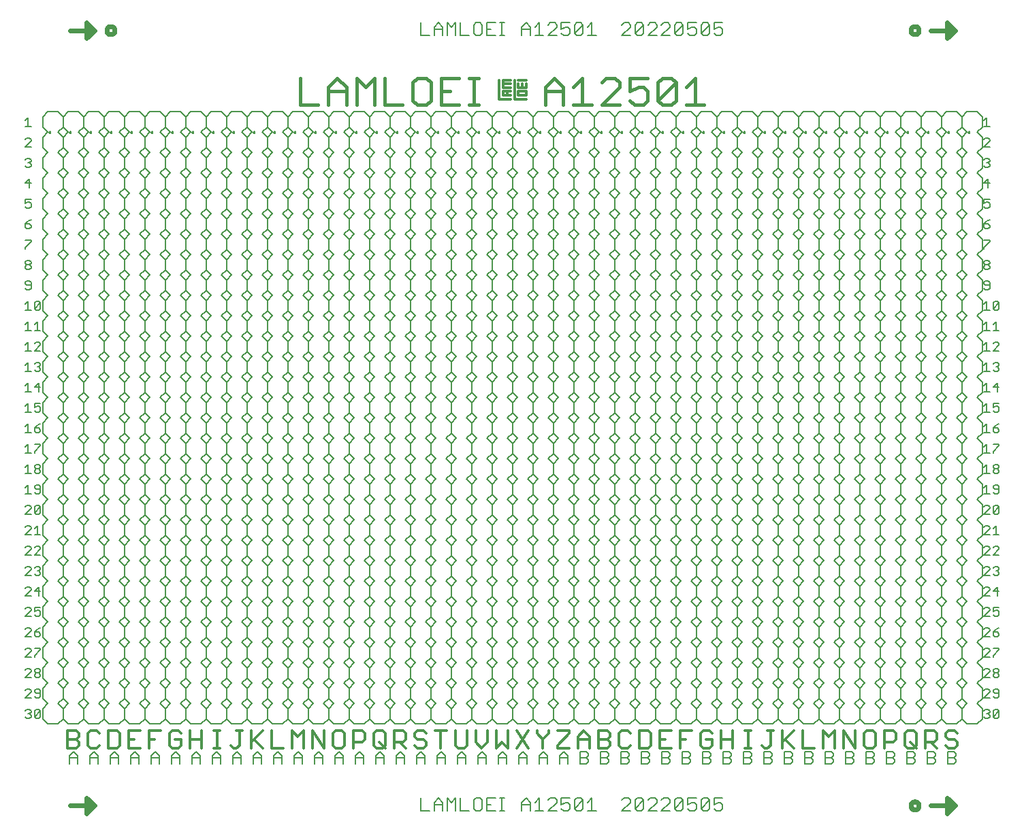
<source format=gto>
G75*
%MOIN*%
%OFA0B0*%
%FSLAX25Y25*%
%IPPOS*%
%LPD*%
%AMOC8*
5,1,8,0,0,1.08239X$1,22.5*
%
%ADD10C,0.00600*%
%ADD11C,0.01800*%
%ADD12C,0.01200*%
%ADD13C,0.00800*%
%ADD14C,0.00700*%
%ADD15C,0.02400*%
%ADD16C,0.00787*%
D10*
X0004783Y0051450D02*
X0004050Y0052184D01*
X0004783Y0051450D02*
X0006251Y0051450D01*
X0006985Y0052184D01*
X0006985Y0052918D01*
X0006251Y0053652D01*
X0005517Y0053652D01*
X0006251Y0053652D02*
X0006985Y0054386D01*
X0006985Y0055120D01*
X0006251Y0055854D01*
X0004783Y0055854D01*
X0004050Y0055120D01*
X0008653Y0055120D02*
X0009387Y0055854D01*
X0010855Y0055854D01*
X0011589Y0055120D01*
X0008653Y0052184D01*
X0009387Y0051450D01*
X0010855Y0051450D01*
X0011589Y0052184D01*
X0011589Y0055120D01*
X0008653Y0055120D02*
X0008653Y0052184D01*
X0009387Y0061450D02*
X0010855Y0061450D01*
X0011589Y0062184D01*
X0011589Y0065120D01*
X0010855Y0065854D01*
X0009387Y0065854D01*
X0008653Y0065120D01*
X0008653Y0064386D01*
X0009387Y0063652D01*
X0011589Y0063652D01*
X0009387Y0061450D02*
X0008653Y0062184D01*
X0006985Y0061450D02*
X0004050Y0061450D01*
X0006985Y0064386D01*
X0006985Y0065120D01*
X0006251Y0065854D01*
X0004783Y0065854D01*
X0004050Y0065120D01*
X0004050Y0071450D02*
X0006985Y0074386D01*
X0006985Y0075120D01*
X0006251Y0075854D01*
X0004783Y0075854D01*
X0004050Y0075120D01*
X0004050Y0071450D02*
X0006985Y0071450D01*
X0008653Y0072184D02*
X0009387Y0071450D01*
X0010855Y0071450D01*
X0011589Y0072184D01*
X0011589Y0072918D01*
X0010855Y0073652D01*
X0009387Y0073652D01*
X0008653Y0074386D01*
X0008653Y0075120D01*
X0009387Y0075854D01*
X0010855Y0075854D01*
X0011589Y0075120D01*
X0011589Y0074386D01*
X0010855Y0073652D01*
X0009387Y0073652D02*
X0008653Y0072918D01*
X0008653Y0072184D01*
X0008653Y0081450D02*
X0008653Y0082184D01*
X0011589Y0085120D01*
X0011589Y0085854D01*
X0008653Y0085854D01*
X0006985Y0085120D02*
X0006251Y0085854D01*
X0004783Y0085854D01*
X0004050Y0085120D01*
X0006985Y0085120D02*
X0006985Y0084386D01*
X0004050Y0081450D01*
X0006985Y0081450D01*
X0006985Y0091450D02*
X0004050Y0091450D01*
X0006985Y0094386D01*
X0006985Y0095120D01*
X0006251Y0095854D01*
X0004783Y0095854D01*
X0004050Y0095120D01*
X0008653Y0093652D02*
X0010855Y0093652D01*
X0011589Y0092918D01*
X0011589Y0092184D01*
X0010855Y0091450D01*
X0009387Y0091450D01*
X0008653Y0092184D01*
X0008653Y0093652D01*
X0010121Y0095120D01*
X0011589Y0095854D01*
X0010855Y0101450D02*
X0009387Y0101450D01*
X0008653Y0102184D01*
X0008653Y0103652D02*
X0010121Y0104386D01*
X0010855Y0104386D01*
X0011589Y0103652D01*
X0011589Y0102184D01*
X0010855Y0101450D01*
X0008653Y0103652D02*
X0008653Y0105854D01*
X0011589Y0105854D01*
X0006985Y0105120D02*
X0006251Y0105854D01*
X0004783Y0105854D01*
X0004050Y0105120D01*
X0006985Y0105120D02*
X0006985Y0104386D01*
X0004050Y0101450D01*
X0006985Y0101450D01*
X0006985Y0111450D02*
X0004050Y0111450D01*
X0006985Y0114386D01*
X0006985Y0115120D01*
X0006251Y0115854D01*
X0004783Y0115854D01*
X0004050Y0115120D01*
X0008653Y0113652D02*
X0011589Y0113652D01*
X0010855Y0111450D02*
X0010855Y0115854D01*
X0008653Y0113652D01*
X0009387Y0121450D02*
X0008653Y0122184D01*
X0009387Y0121450D02*
X0010855Y0121450D01*
X0011589Y0122184D01*
X0011589Y0122918D01*
X0010855Y0123652D01*
X0010121Y0123652D01*
X0010855Y0123652D02*
X0011589Y0124386D01*
X0011589Y0125120D01*
X0010855Y0125854D01*
X0009387Y0125854D01*
X0008653Y0125120D01*
X0006985Y0125120D02*
X0006251Y0125854D01*
X0004783Y0125854D01*
X0004050Y0125120D01*
X0006985Y0125120D02*
X0006985Y0124386D01*
X0004050Y0121450D01*
X0006985Y0121450D01*
X0006985Y0131450D02*
X0004050Y0131450D01*
X0006985Y0134386D01*
X0006985Y0135120D01*
X0006251Y0135854D01*
X0004783Y0135854D01*
X0004050Y0135120D01*
X0008653Y0135120D02*
X0009387Y0135854D01*
X0010855Y0135854D01*
X0011589Y0135120D01*
X0011589Y0134386D01*
X0008653Y0131450D01*
X0011589Y0131450D01*
X0011589Y0141450D02*
X0008653Y0141450D01*
X0010121Y0141450D02*
X0010121Y0145854D01*
X0008653Y0144386D01*
X0006985Y0144386D02*
X0006985Y0145120D01*
X0006251Y0145854D01*
X0004783Y0145854D01*
X0004050Y0145120D01*
X0006985Y0144386D02*
X0004050Y0141450D01*
X0006985Y0141450D01*
X0006985Y0151450D02*
X0004050Y0151450D01*
X0006985Y0154386D01*
X0006985Y0155120D01*
X0006251Y0155854D01*
X0004783Y0155854D01*
X0004050Y0155120D01*
X0008653Y0155120D02*
X0008653Y0152184D01*
X0011589Y0155120D01*
X0011589Y0152184D01*
X0010855Y0151450D01*
X0009387Y0151450D01*
X0008653Y0152184D01*
X0008653Y0155120D02*
X0009387Y0155854D01*
X0010855Y0155854D01*
X0011589Y0155120D01*
X0010855Y0161450D02*
X0009387Y0161450D01*
X0008653Y0162184D01*
X0009387Y0163652D02*
X0011589Y0163652D01*
X0011589Y0162184D02*
X0011589Y0165120D01*
X0010855Y0165854D01*
X0009387Y0165854D01*
X0008653Y0165120D01*
X0008653Y0164386D01*
X0009387Y0163652D01*
X0010855Y0161450D02*
X0011589Y0162184D01*
X0006985Y0161450D02*
X0004050Y0161450D01*
X0005517Y0161450D02*
X0005517Y0165854D01*
X0004050Y0164386D01*
X0004050Y0171450D02*
X0006985Y0171450D01*
X0005517Y0171450D02*
X0005517Y0175854D01*
X0004050Y0174386D01*
X0008653Y0174386D02*
X0008653Y0175120D01*
X0009387Y0175854D01*
X0010855Y0175854D01*
X0011589Y0175120D01*
X0011589Y0174386D01*
X0010855Y0173652D01*
X0009387Y0173652D01*
X0008653Y0174386D01*
X0009387Y0173652D02*
X0008653Y0172918D01*
X0008653Y0172184D01*
X0009387Y0171450D01*
X0010855Y0171450D01*
X0011589Y0172184D01*
X0011589Y0172918D01*
X0010855Y0173652D01*
X0008653Y0181450D02*
X0008653Y0182184D01*
X0011589Y0185120D01*
X0011589Y0185854D01*
X0008653Y0185854D01*
X0005517Y0185854D02*
X0005517Y0181450D01*
X0004050Y0181450D02*
X0006985Y0181450D01*
X0004050Y0184386D02*
X0005517Y0185854D01*
X0005517Y0191450D02*
X0005517Y0195854D01*
X0004050Y0194386D01*
X0004050Y0191450D02*
X0006985Y0191450D01*
X0008653Y0192184D02*
X0009387Y0191450D01*
X0010855Y0191450D01*
X0011589Y0192184D01*
X0011589Y0192918D01*
X0010855Y0193652D01*
X0008653Y0193652D01*
X0008653Y0192184D01*
X0008653Y0193652D02*
X0010121Y0195120D01*
X0011589Y0195854D01*
X0010855Y0201450D02*
X0009387Y0201450D01*
X0008653Y0202184D01*
X0008653Y0203652D02*
X0010121Y0204386D01*
X0010855Y0204386D01*
X0011589Y0203652D01*
X0011589Y0202184D01*
X0010855Y0201450D01*
X0008653Y0203652D02*
X0008653Y0205854D01*
X0011589Y0205854D01*
X0005517Y0205854D02*
X0005517Y0201450D01*
X0004050Y0201450D02*
X0006985Y0201450D01*
X0004050Y0204386D02*
X0005517Y0205854D01*
X0005517Y0211450D02*
X0005517Y0215854D01*
X0004050Y0214386D01*
X0004050Y0211450D02*
X0006985Y0211450D01*
X0008653Y0213652D02*
X0011589Y0213652D01*
X0010855Y0211450D02*
X0010855Y0215854D01*
X0008653Y0213652D01*
X0009387Y0221450D02*
X0008653Y0222184D01*
X0009387Y0221450D02*
X0010855Y0221450D01*
X0011589Y0222184D01*
X0011589Y0222918D01*
X0010855Y0223652D01*
X0010121Y0223652D01*
X0010855Y0223652D02*
X0011589Y0224386D01*
X0011589Y0225120D01*
X0010855Y0225854D01*
X0009387Y0225854D01*
X0008653Y0225120D01*
X0005517Y0225854D02*
X0005517Y0221450D01*
X0004050Y0221450D02*
X0006985Y0221450D01*
X0004050Y0224386D02*
X0005517Y0225854D01*
X0005517Y0231450D02*
X0005517Y0235854D01*
X0004050Y0234386D01*
X0004050Y0231450D02*
X0006985Y0231450D01*
X0008653Y0231450D02*
X0011589Y0234386D01*
X0011589Y0235120D01*
X0010855Y0235854D01*
X0009387Y0235854D01*
X0008653Y0235120D01*
X0008653Y0231450D02*
X0011589Y0231450D01*
X0011589Y0241450D02*
X0008653Y0241450D01*
X0010121Y0241450D02*
X0010121Y0245854D01*
X0008653Y0244386D01*
X0006985Y0241450D02*
X0004050Y0241450D01*
X0005517Y0241450D02*
X0005517Y0245854D01*
X0004050Y0244386D01*
X0004050Y0251450D02*
X0006985Y0251450D01*
X0005517Y0251450D02*
X0005517Y0255854D01*
X0004050Y0254386D01*
X0008653Y0255120D02*
X0008653Y0252184D01*
X0011589Y0255120D01*
X0011589Y0252184D01*
X0010855Y0251450D01*
X0009387Y0251450D01*
X0008653Y0252184D01*
X0008653Y0255120D02*
X0009387Y0255854D01*
X0010855Y0255854D01*
X0011589Y0255120D01*
X0006251Y0261450D02*
X0006985Y0262184D01*
X0006985Y0265120D01*
X0006251Y0265854D01*
X0004783Y0265854D01*
X0004050Y0265120D01*
X0004050Y0264386D01*
X0004783Y0263652D01*
X0006985Y0263652D01*
X0006251Y0261450D02*
X0004783Y0261450D01*
X0004050Y0262184D01*
X0004783Y0271450D02*
X0004050Y0272184D01*
X0004050Y0272918D01*
X0004783Y0273652D01*
X0006251Y0273652D01*
X0006985Y0272918D01*
X0006985Y0272184D01*
X0006251Y0271450D01*
X0004783Y0271450D01*
X0004783Y0273652D02*
X0004050Y0274386D01*
X0004050Y0275120D01*
X0004783Y0275854D01*
X0006251Y0275854D01*
X0006985Y0275120D01*
X0006985Y0274386D01*
X0006251Y0273652D01*
X0004050Y0281450D02*
X0004050Y0282184D01*
X0006985Y0285120D01*
X0006985Y0285854D01*
X0004050Y0285854D01*
X0004783Y0291450D02*
X0006251Y0291450D01*
X0006985Y0292184D01*
X0006985Y0292918D01*
X0006251Y0293652D01*
X0004050Y0293652D01*
X0004050Y0292184D01*
X0004783Y0291450D01*
X0004050Y0293652D02*
X0005517Y0295120D01*
X0006985Y0295854D01*
X0006251Y0301450D02*
X0004783Y0301450D01*
X0004050Y0302184D01*
X0004050Y0303652D02*
X0005517Y0304386D01*
X0006251Y0304386D01*
X0006985Y0303652D01*
X0006985Y0302184D01*
X0006251Y0301450D01*
X0004050Y0303652D02*
X0004050Y0305854D01*
X0006985Y0305854D01*
X0006251Y0311450D02*
X0006251Y0315854D01*
X0004050Y0313652D01*
X0006985Y0313652D01*
X0006251Y0321450D02*
X0004783Y0321450D01*
X0004050Y0322184D01*
X0005517Y0323652D02*
X0006251Y0323652D01*
X0006985Y0322918D01*
X0006985Y0322184D01*
X0006251Y0321450D01*
X0006251Y0323652D02*
X0006985Y0324386D01*
X0006985Y0325120D01*
X0006251Y0325854D01*
X0004783Y0325854D01*
X0004050Y0325120D01*
X0004050Y0331450D02*
X0006985Y0334386D01*
X0006985Y0335120D01*
X0006251Y0335854D01*
X0004783Y0335854D01*
X0004050Y0335120D01*
X0004050Y0331450D02*
X0006985Y0331450D01*
X0006985Y0341450D02*
X0004050Y0341450D01*
X0005517Y0341450D02*
X0005517Y0345854D01*
X0004050Y0344386D01*
X0473410Y0344386D02*
X0474878Y0345854D01*
X0474878Y0341450D01*
X0473410Y0341450D02*
X0476346Y0341450D01*
X0475612Y0335854D02*
X0474144Y0335854D01*
X0473410Y0335120D01*
X0475612Y0335854D02*
X0476346Y0335120D01*
X0476346Y0334386D01*
X0473410Y0331450D01*
X0476346Y0331450D01*
X0475612Y0325854D02*
X0474144Y0325854D01*
X0473410Y0325120D01*
X0474878Y0323652D02*
X0475612Y0323652D01*
X0476346Y0322918D01*
X0476346Y0322184D01*
X0475612Y0321450D01*
X0474144Y0321450D01*
X0473410Y0322184D01*
X0475612Y0323652D02*
X0476346Y0324386D01*
X0476346Y0325120D01*
X0475612Y0325854D01*
X0475612Y0315854D02*
X0473410Y0313652D01*
X0476346Y0313652D01*
X0475612Y0311450D02*
X0475612Y0315854D01*
X0476346Y0305854D02*
X0473410Y0305854D01*
X0473410Y0303652D01*
X0474878Y0304386D01*
X0475612Y0304386D01*
X0476346Y0303652D01*
X0476346Y0302184D01*
X0475612Y0301450D01*
X0474144Y0301450D01*
X0473410Y0302184D01*
X0476346Y0295854D02*
X0474878Y0295120D01*
X0473410Y0293652D01*
X0475612Y0293652D01*
X0476346Y0292918D01*
X0476346Y0292184D01*
X0475612Y0291450D01*
X0474144Y0291450D01*
X0473410Y0292184D01*
X0473410Y0293652D01*
X0473410Y0285854D02*
X0476346Y0285854D01*
X0476346Y0285120D01*
X0473410Y0282184D01*
X0473410Y0281450D01*
X0474144Y0275854D02*
X0475612Y0275854D01*
X0476346Y0275120D01*
X0476346Y0274386D01*
X0475612Y0273652D01*
X0474144Y0273652D01*
X0473410Y0274386D01*
X0473410Y0275120D01*
X0474144Y0275854D01*
X0474144Y0273652D02*
X0473410Y0272918D01*
X0473410Y0272184D01*
X0474144Y0271450D01*
X0475612Y0271450D01*
X0476346Y0272184D01*
X0476346Y0272918D01*
X0475612Y0273652D01*
X0475612Y0265854D02*
X0474144Y0265854D01*
X0473410Y0265120D01*
X0473410Y0264386D01*
X0474144Y0263652D01*
X0476346Y0263652D01*
X0476346Y0262184D02*
X0476346Y0265120D01*
X0475612Y0265854D01*
X0476346Y0262184D02*
X0475612Y0261450D01*
X0474144Y0261450D01*
X0473410Y0262184D01*
X0474878Y0255854D02*
X0474878Y0251450D01*
X0473410Y0251450D02*
X0476346Y0251450D01*
X0478014Y0252184D02*
X0480950Y0255120D01*
X0480950Y0252184D01*
X0480216Y0251450D01*
X0478748Y0251450D01*
X0478014Y0252184D01*
X0478014Y0255120D01*
X0478748Y0255854D01*
X0480216Y0255854D01*
X0480950Y0255120D01*
X0474878Y0255854D02*
X0473410Y0254386D01*
X0474878Y0245854D02*
X0474878Y0241450D01*
X0473410Y0241450D02*
X0476346Y0241450D01*
X0478014Y0241450D02*
X0480950Y0241450D01*
X0479482Y0241450D02*
X0479482Y0245854D01*
X0478014Y0244386D01*
X0474878Y0245854D02*
X0473410Y0244386D01*
X0474878Y0235854D02*
X0474878Y0231450D01*
X0473410Y0231450D02*
X0476346Y0231450D01*
X0478014Y0231450D02*
X0480950Y0234386D01*
X0480950Y0235120D01*
X0480216Y0235854D01*
X0478748Y0235854D01*
X0478014Y0235120D01*
X0474878Y0235854D02*
X0473410Y0234386D01*
X0478014Y0231450D02*
X0480950Y0231450D01*
X0480216Y0225854D02*
X0478748Y0225854D01*
X0478014Y0225120D01*
X0479482Y0223652D02*
X0480216Y0223652D01*
X0480950Y0222918D01*
X0480950Y0222184D01*
X0480216Y0221450D01*
X0478748Y0221450D01*
X0478014Y0222184D01*
X0476346Y0221450D02*
X0473410Y0221450D01*
X0474878Y0221450D02*
X0474878Y0225854D01*
X0473410Y0224386D01*
X0480216Y0223652D02*
X0480950Y0224386D01*
X0480950Y0225120D01*
X0480216Y0225854D01*
X0480216Y0215854D02*
X0478014Y0213652D01*
X0480950Y0213652D01*
X0480216Y0211450D02*
X0480216Y0215854D01*
X0476346Y0211450D02*
X0473410Y0211450D01*
X0474878Y0211450D02*
X0474878Y0215854D01*
X0473410Y0214386D01*
X0474878Y0205854D02*
X0474878Y0201450D01*
X0473410Y0201450D02*
X0476346Y0201450D01*
X0478014Y0202184D02*
X0478748Y0201450D01*
X0480216Y0201450D01*
X0480950Y0202184D01*
X0480950Y0203652D01*
X0480216Y0204386D01*
X0479482Y0204386D01*
X0478014Y0203652D01*
X0478014Y0205854D01*
X0480950Y0205854D01*
X0474878Y0205854D02*
X0473410Y0204386D01*
X0474878Y0195854D02*
X0474878Y0191450D01*
X0473410Y0191450D02*
X0476346Y0191450D01*
X0478014Y0192184D02*
X0478748Y0191450D01*
X0480216Y0191450D01*
X0480950Y0192184D01*
X0480950Y0192918D01*
X0480216Y0193652D01*
X0478014Y0193652D01*
X0478014Y0192184D01*
X0478014Y0193652D02*
X0479482Y0195120D01*
X0480950Y0195854D01*
X0474878Y0195854D02*
X0473410Y0194386D01*
X0474878Y0185854D02*
X0474878Y0181450D01*
X0473410Y0181450D02*
X0476346Y0181450D01*
X0478014Y0181450D02*
X0478014Y0182184D01*
X0480950Y0185120D01*
X0480950Y0185854D01*
X0478014Y0185854D01*
X0474878Y0185854D02*
X0473410Y0184386D01*
X0474878Y0175854D02*
X0474878Y0171450D01*
X0473410Y0171450D02*
X0476346Y0171450D01*
X0478014Y0172184D02*
X0478014Y0172918D01*
X0478748Y0173652D01*
X0480216Y0173652D01*
X0480950Y0172918D01*
X0480950Y0172184D01*
X0480216Y0171450D01*
X0478748Y0171450D01*
X0478014Y0172184D01*
X0478748Y0173652D02*
X0478014Y0174386D01*
X0478014Y0175120D01*
X0478748Y0175854D01*
X0480216Y0175854D01*
X0480950Y0175120D01*
X0480950Y0174386D01*
X0480216Y0173652D01*
X0474878Y0175854D02*
X0473410Y0174386D01*
X0474878Y0165854D02*
X0474878Y0161450D01*
X0473410Y0161450D02*
X0476346Y0161450D01*
X0478014Y0162184D02*
X0478748Y0161450D01*
X0480216Y0161450D01*
X0480950Y0162184D01*
X0480950Y0165120D01*
X0480216Y0165854D01*
X0478748Y0165854D01*
X0478014Y0165120D01*
X0478014Y0164386D01*
X0478748Y0163652D01*
X0480950Y0163652D01*
X0474878Y0165854D02*
X0473410Y0164386D01*
X0474144Y0155854D02*
X0473410Y0155120D01*
X0474144Y0155854D02*
X0475612Y0155854D01*
X0476346Y0155120D01*
X0476346Y0154386D01*
X0473410Y0151450D01*
X0476346Y0151450D01*
X0478014Y0152184D02*
X0480950Y0155120D01*
X0480950Y0152184D01*
X0480216Y0151450D01*
X0478748Y0151450D01*
X0478014Y0152184D01*
X0478014Y0155120D01*
X0478748Y0155854D01*
X0480216Y0155854D01*
X0480950Y0155120D01*
X0479482Y0145854D02*
X0479482Y0141450D01*
X0478014Y0141450D02*
X0480950Y0141450D01*
X0478014Y0144386D02*
X0479482Y0145854D01*
X0476346Y0145120D02*
X0475612Y0145854D01*
X0474144Y0145854D01*
X0473410Y0145120D01*
X0476346Y0145120D02*
X0476346Y0144386D01*
X0473410Y0141450D01*
X0476346Y0141450D01*
X0475612Y0135854D02*
X0474144Y0135854D01*
X0473410Y0135120D01*
X0475612Y0135854D02*
X0476346Y0135120D01*
X0476346Y0134386D01*
X0473410Y0131450D01*
X0476346Y0131450D01*
X0478014Y0131450D02*
X0480950Y0134386D01*
X0480950Y0135120D01*
X0480216Y0135854D01*
X0478748Y0135854D01*
X0478014Y0135120D01*
X0478014Y0131450D02*
X0480950Y0131450D01*
X0480216Y0125854D02*
X0478748Y0125854D01*
X0478014Y0125120D01*
X0476346Y0125120D02*
X0475612Y0125854D01*
X0474144Y0125854D01*
X0473410Y0125120D01*
X0476346Y0125120D02*
X0476346Y0124386D01*
X0473410Y0121450D01*
X0476346Y0121450D01*
X0478014Y0122184D02*
X0478748Y0121450D01*
X0480216Y0121450D01*
X0480950Y0122184D01*
X0480950Y0122918D01*
X0480216Y0123652D01*
X0479482Y0123652D01*
X0480216Y0123652D02*
X0480950Y0124386D01*
X0480950Y0125120D01*
X0480216Y0125854D01*
X0480216Y0115854D02*
X0478014Y0113652D01*
X0480950Y0113652D01*
X0480216Y0111450D02*
X0480216Y0115854D01*
X0476346Y0115120D02*
X0475612Y0115854D01*
X0474144Y0115854D01*
X0473410Y0115120D01*
X0476346Y0115120D02*
X0476346Y0114386D01*
X0473410Y0111450D01*
X0476346Y0111450D01*
X0475612Y0105854D02*
X0474144Y0105854D01*
X0473410Y0105120D01*
X0475612Y0105854D02*
X0476346Y0105120D01*
X0476346Y0104386D01*
X0473410Y0101450D01*
X0476346Y0101450D01*
X0478014Y0102184D02*
X0478748Y0101450D01*
X0480216Y0101450D01*
X0480950Y0102184D01*
X0480950Y0103652D01*
X0480216Y0104386D01*
X0479482Y0104386D01*
X0478014Y0103652D01*
X0478014Y0105854D01*
X0480950Y0105854D01*
X0480950Y0095854D02*
X0479482Y0095120D01*
X0478014Y0093652D01*
X0480216Y0093652D01*
X0480950Y0092918D01*
X0480950Y0092184D01*
X0480216Y0091450D01*
X0478748Y0091450D01*
X0478014Y0092184D01*
X0478014Y0093652D01*
X0476346Y0094386D02*
X0476346Y0095120D01*
X0475612Y0095854D01*
X0474144Y0095854D01*
X0473410Y0095120D01*
X0476346Y0094386D02*
X0473410Y0091450D01*
X0476346Y0091450D01*
X0475612Y0085854D02*
X0474144Y0085854D01*
X0473410Y0085120D01*
X0475612Y0085854D02*
X0476346Y0085120D01*
X0476346Y0084386D01*
X0473410Y0081450D01*
X0476346Y0081450D01*
X0478014Y0081450D02*
X0478014Y0082184D01*
X0480950Y0085120D01*
X0480950Y0085854D01*
X0478014Y0085854D01*
X0478748Y0075854D02*
X0480216Y0075854D01*
X0480950Y0075120D01*
X0480950Y0074386D01*
X0480216Y0073652D01*
X0478748Y0073652D01*
X0478014Y0074386D01*
X0478014Y0075120D01*
X0478748Y0075854D01*
X0478748Y0073652D02*
X0478014Y0072918D01*
X0478014Y0072184D01*
X0478748Y0071450D01*
X0480216Y0071450D01*
X0480950Y0072184D01*
X0480950Y0072918D01*
X0480216Y0073652D01*
X0476346Y0074386D02*
X0476346Y0075120D01*
X0475612Y0075854D01*
X0474144Y0075854D01*
X0473410Y0075120D01*
X0476346Y0074386D02*
X0473410Y0071450D01*
X0476346Y0071450D01*
X0475612Y0065854D02*
X0474144Y0065854D01*
X0473410Y0065120D01*
X0475612Y0065854D02*
X0476346Y0065120D01*
X0476346Y0064386D01*
X0473410Y0061450D01*
X0476346Y0061450D01*
X0478014Y0062184D02*
X0478748Y0061450D01*
X0480216Y0061450D01*
X0480950Y0062184D01*
X0480950Y0065120D01*
X0480216Y0065854D01*
X0478748Y0065854D01*
X0478014Y0065120D01*
X0478014Y0064386D01*
X0478748Y0063652D01*
X0480950Y0063652D01*
X0480216Y0055854D02*
X0478748Y0055854D01*
X0478014Y0055120D01*
X0478014Y0052184D01*
X0480950Y0055120D01*
X0480950Y0052184D01*
X0480216Y0051450D01*
X0478748Y0051450D01*
X0478014Y0052184D01*
X0476346Y0052184D02*
X0475612Y0051450D01*
X0474144Y0051450D01*
X0473410Y0052184D01*
X0474878Y0053652D02*
X0475612Y0053652D01*
X0476346Y0052918D01*
X0476346Y0052184D01*
X0475612Y0053652D02*
X0476346Y0054386D01*
X0476346Y0055120D01*
X0475612Y0055854D01*
X0474144Y0055854D01*
X0473410Y0055120D01*
X0480216Y0055854D02*
X0480950Y0055120D01*
D11*
X0336571Y0352050D02*
X0327764Y0352050D01*
X0332167Y0352050D02*
X0332167Y0365262D01*
X0327764Y0360858D01*
X0322759Y0363060D02*
X0322759Y0354252D01*
X0320557Y0352050D01*
X0316154Y0352050D01*
X0313952Y0354252D01*
X0322759Y0363060D01*
X0320557Y0365262D01*
X0316154Y0365262D01*
X0313952Y0363060D01*
X0313952Y0354252D01*
X0308948Y0354252D02*
X0306746Y0352050D01*
X0302342Y0352050D01*
X0300140Y0354252D01*
X0300140Y0358656D02*
X0304544Y0360858D01*
X0306746Y0360858D01*
X0308948Y0358656D01*
X0308948Y0354252D01*
X0300140Y0358656D02*
X0300140Y0365262D01*
X0308948Y0365262D01*
X0295136Y0363060D02*
X0295136Y0360858D01*
X0286328Y0352050D01*
X0295136Y0352050D01*
X0281324Y0352050D02*
X0272516Y0352050D01*
X0276920Y0352050D02*
X0276920Y0365262D01*
X0272516Y0360858D01*
X0267512Y0360858D02*
X0267512Y0352050D01*
X0267512Y0358656D02*
X0258705Y0358656D01*
X0258705Y0360858D02*
X0263108Y0365262D01*
X0267512Y0360858D01*
X0258705Y0360858D02*
X0258705Y0352050D01*
X0286328Y0363060D02*
X0288530Y0365262D01*
X0292934Y0365262D01*
X0295136Y0363060D01*
X0225979Y0365262D02*
X0221575Y0365262D01*
X0223777Y0365262D02*
X0223777Y0352050D01*
X0221575Y0352050D02*
X0225979Y0352050D01*
X0216571Y0352050D02*
X0207764Y0352050D01*
X0207764Y0365262D01*
X0216571Y0365262D01*
X0212167Y0358656D02*
X0207764Y0358656D01*
X0202759Y0354252D02*
X0202759Y0363060D01*
X0200557Y0365262D01*
X0196154Y0365262D01*
X0193952Y0363060D01*
X0193952Y0354252D01*
X0196154Y0352050D01*
X0200557Y0352050D01*
X0202759Y0354252D01*
X0188948Y0352050D02*
X0180140Y0352050D01*
X0180140Y0365262D01*
X0175136Y0365262D02*
X0175136Y0352050D01*
X0166328Y0352050D02*
X0166328Y0365262D01*
X0170732Y0360858D01*
X0175136Y0365262D01*
X0161324Y0360858D02*
X0161324Y0352050D01*
X0161324Y0358656D02*
X0152516Y0358656D01*
X0152516Y0360858D02*
X0156920Y0365262D01*
X0161324Y0360858D01*
X0152516Y0360858D02*
X0152516Y0352050D01*
X0147512Y0352050D02*
X0138705Y0352050D01*
X0138705Y0365262D01*
D12*
X0236242Y0364275D02*
X0236242Y0354900D01*
X0241867Y0354900D01*
X0243742Y0354900D02*
X0249367Y0354900D01*
X0249367Y0356775D02*
X0249367Y0358650D01*
X0245617Y0358650D01*
X0245617Y0356775D01*
X0249367Y0356775D01*
X0249367Y0360525D02*
X0245617Y0360525D01*
X0245617Y0362400D01*
X0247492Y0362400D02*
X0247492Y0361150D01*
X0249367Y0360525D02*
X0249367Y0362400D01*
X0249367Y0364275D02*
X0245617Y0364275D01*
X0243742Y0364275D02*
X0243742Y0354900D01*
X0241867Y0356775D02*
X0239992Y0356775D01*
X0239992Y0358650D01*
X0241867Y0358650D01*
X0239992Y0358650D02*
X0238117Y0358650D01*
X0238117Y0356775D01*
X0239992Y0356775D01*
X0238117Y0360525D02*
X0238117Y0362400D01*
X0238117Y0364275D01*
X0241867Y0364275D01*
X0241867Y0362400D02*
X0238117Y0362400D01*
X0238117Y0360525D02*
X0241867Y0360525D01*
X0240526Y0045558D02*
X0240526Y0036750D01*
X0237590Y0039686D01*
X0234655Y0036750D01*
X0234655Y0045558D01*
X0230526Y0045558D02*
X0230526Y0039686D01*
X0227590Y0036750D01*
X0224655Y0039686D01*
X0224655Y0045558D01*
X0220526Y0045558D02*
X0220526Y0038218D01*
X0219058Y0036750D01*
X0216123Y0036750D01*
X0214655Y0038218D01*
X0214655Y0045558D01*
X0210526Y0045558D02*
X0204655Y0045558D01*
X0207590Y0045558D02*
X0207590Y0036750D01*
X0200526Y0038218D02*
X0199058Y0036750D01*
X0196123Y0036750D01*
X0194655Y0038218D01*
X0196123Y0041154D02*
X0199058Y0041154D01*
X0200526Y0039686D01*
X0200526Y0038218D01*
X0196123Y0041154D02*
X0194655Y0042622D01*
X0194655Y0044090D01*
X0196123Y0045558D01*
X0199058Y0045558D01*
X0200526Y0044090D01*
X0190526Y0044090D02*
X0190526Y0041154D01*
X0189058Y0039686D01*
X0184655Y0039686D01*
X0187590Y0039686D02*
X0190526Y0036750D01*
X0184655Y0036750D02*
X0184655Y0045558D01*
X0189058Y0045558D01*
X0190526Y0044090D01*
X0180526Y0044090D02*
X0180526Y0038218D01*
X0179058Y0036750D01*
X0176123Y0036750D01*
X0174655Y0038218D01*
X0174655Y0044090D01*
X0176123Y0045558D01*
X0179058Y0045558D01*
X0180526Y0044090D01*
X0177590Y0039686D02*
X0180526Y0036750D01*
X0170526Y0041154D02*
X0170526Y0044090D01*
X0169058Y0045558D01*
X0164655Y0045558D01*
X0164655Y0036750D01*
X0164655Y0039686D02*
X0169058Y0039686D01*
X0170526Y0041154D01*
X0160526Y0038218D02*
X0160526Y0044090D01*
X0159058Y0045558D01*
X0156123Y0045558D01*
X0154655Y0044090D01*
X0154655Y0038218D01*
X0156123Y0036750D01*
X0159058Y0036750D01*
X0160526Y0038218D01*
X0150526Y0036750D02*
X0150526Y0045558D01*
X0144655Y0045558D02*
X0144655Y0036750D01*
X0140526Y0036750D02*
X0140526Y0045558D01*
X0137590Y0042622D01*
X0134655Y0045558D01*
X0134655Y0036750D01*
X0130526Y0036750D02*
X0124655Y0036750D01*
X0124655Y0045558D01*
X0120526Y0045558D02*
X0114655Y0039686D01*
X0116123Y0041154D02*
X0120526Y0036750D01*
X0114655Y0036750D02*
X0114655Y0045558D01*
X0110526Y0045558D02*
X0107590Y0045558D01*
X0109058Y0045558D02*
X0109058Y0038218D01*
X0107590Y0036750D01*
X0106123Y0036750D01*
X0104655Y0038218D01*
X0099465Y0036750D02*
X0096530Y0036750D01*
X0097998Y0036750D02*
X0097998Y0045558D01*
X0099465Y0045558D02*
X0096530Y0045558D01*
X0090526Y0045558D02*
X0090526Y0036750D01*
X0090526Y0041154D02*
X0084655Y0041154D01*
X0080526Y0041154D02*
X0080526Y0038218D01*
X0079058Y0036750D01*
X0076123Y0036750D01*
X0074655Y0038218D01*
X0074655Y0044090D01*
X0076123Y0045558D01*
X0079058Y0045558D01*
X0080526Y0044090D01*
X0080526Y0041154D02*
X0077590Y0041154D01*
X0070526Y0045558D02*
X0064655Y0045558D01*
X0064655Y0036750D01*
X0060526Y0036750D02*
X0054655Y0036750D01*
X0054655Y0045558D01*
X0060526Y0045558D01*
X0057590Y0041154D02*
X0054655Y0041154D01*
X0050526Y0038218D02*
X0050526Y0044090D01*
X0049058Y0045558D01*
X0044655Y0045558D01*
X0044655Y0036750D01*
X0049058Y0036750D01*
X0050526Y0038218D01*
X0040526Y0038218D02*
X0039058Y0036750D01*
X0036123Y0036750D01*
X0034655Y0038218D01*
X0034655Y0044090D01*
X0036123Y0045558D01*
X0039058Y0045558D01*
X0040526Y0044090D01*
X0030526Y0044090D02*
X0030526Y0042622D01*
X0029058Y0041154D01*
X0024655Y0041154D01*
X0029058Y0041154D02*
X0030526Y0039686D01*
X0030526Y0038218D01*
X0029058Y0036750D01*
X0024655Y0036750D01*
X0024655Y0045558D01*
X0029058Y0045558D01*
X0030526Y0044090D01*
X0064655Y0041154D02*
X0067590Y0041154D01*
X0084655Y0036750D02*
X0084655Y0045558D01*
X0144655Y0045558D02*
X0150526Y0036750D01*
X0244655Y0036750D02*
X0250526Y0045558D01*
X0254655Y0045558D02*
X0254655Y0044090D01*
X0257590Y0041154D01*
X0257590Y0036750D01*
X0257590Y0041154D02*
X0260526Y0044090D01*
X0260526Y0045558D01*
X0264655Y0045558D02*
X0270526Y0045558D01*
X0270526Y0044090D01*
X0264655Y0038218D01*
X0264655Y0036750D01*
X0270526Y0036750D01*
X0274655Y0036750D02*
X0274655Y0042622D01*
X0277590Y0045558D01*
X0280526Y0042622D01*
X0280526Y0036750D01*
X0284655Y0036750D02*
X0289058Y0036750D01*
X0290526Y0038218D01*
X0290526Y0039686D01*
X0289058Y0041154D01*
X0284655Y0041154D01*
X0280526Y0041154D02*
X0274655Y0041154D01*
X0284655Y0036750D02*
X0284655Y0045558D01*
X0289058Y0045558D01*
X0290526Y0044090D01*
X0290526Y0042622D01*
X0289058Y0041154D01*
X0294655Y0038218D02*
X0296123Y0036750D01*
X0299058Y0036750D01*
X0300526Y0038218D01*
X0304655Y0036750D02*
X0309058Y0036750D01*
X0310526Y0038218D01*
X0310526Y0044090D01*
X0309058Y0045558D01*
X0304655Y0045558D01*
X0304655Y0036750D01*
X0300526Y0044090D02*
X0299058Y0045558D01*
X0296123Y0045558D01*
X0294655Y0044090D01*
X0294655Y0038218D01*
X0314655Y0036750D02*
X0320526Y0036750D01*
X0324655Y0036750D02*
X0324655Y0045558D01*
X0330526Y0045558D01*
X0334655Y0044090D02*
X0334655Y0038218D01*
X0336123Y0036750D01*
X0339058Y0036750D01*
X0340526Y0038218D01*
X0340526Y0041154D01*
X0337590Y0041154D01*
X0334655Y0044090D02*
X0336123Y0045558D01*
X0339058Y0045558D01*
X0340526Y0044090D01*
X0344655Y0045558D02*
X0344655Y0036750D01*
X0344655Y0041154D02*
X0350526Y0041154D01*
X0350526Y0045558D02*
X0350526Y0036750D01*
X0356530Y0036750D02*
X0359465Y0036750D01*
X0357998Y0036750D02*
X0357998Y0045558D01*
X0359465Y0045558D02*
X0356530Y0045558D01*
X0364655Y0038218D02*
X0366123Y0036750D01*
X0367590Y0036750D01*
X0369058Y0038218D01*
X0369058Y0045558D01*
X0367590Y0045558D02*
X0370526Y0045558D01*
X0374655Y0045558D02*
X0374655Y0036750D01*
X0374655Y0039686D02*
X0380526Y0045558D01*
X0384655Y0045558D02*
X0384655Y0036750D01*
X0390526Y0036750D01*
X0394655Y0036750D02*
X0394655Y0045558D01*
X0397590Y0042622D01*
X0400526Y0045558D01*
X0400526Y0036750D01*
X0404655Y0036750D02*
X0404655Y0045558D01*
X0410526Y0036750D01*
X0410526Y0045558D01*
X0414655Y0044090D02*
X0414655Y0038218D01*
X0416123Y0036750D01*
X0419058Y0036750D01*
X0420526Y0038218D01*
X0420526Y0044090D01*
X0419058Y0045558D01*
X0416123Y0045558D01*
X0414655Y0044090D01*
X0424655Y0045558D02*
X0424655Y0036750D01*
X0424655Y0039686D02*
X0429058Y0039686D01*
X0430526Y0041154D01*
X0430526Y0044090D01*
X0429058Y0045558D01*
X0424655Y0045558D01*
X0434655Y0044090D02*
X0434655Y0038218D01*
X0436123Y0036750D01*
X0439058Y0036750D01*
X0440526Y0038218D01*
X0440526Y0044090D01*
X0439058Y0045558D01*
X0436123Y0045558D01*
X0434655Y0044090D01*
X0437590Y0039686D02*
X0440526Y0036750D01*
X0444655Y0036750D02*
X0444655Y0045558D01*
X0449058Y0045558D01*
X0450526Y0044090D01*
X0450526Y0041154D01*
X0449058Y0039686D01*
X0444655Y0039686D01*
X0447590Y0039686D02*
X0450526Y0036750D01*
X0454655Y0038218D02*
X0456123Y0036750D01*
X0459058Y0036750D01*
X0460526Y0038218D01*
X0460526Y0039686D01*
X0459058Y0041154D01*
X0456123Y0041154D01*
X0454655Y0042622D01*
X0454655Y0044090D01*
X0456123Y0045558D01*
X0459058Y0045558D01*
X0460526Y0044090D01*
X0380526Y0036750D02*
X0376123Y0041154D01*
X0327590Y0041154D02*
X0324655Y0041154D01*
X0320526Y0045558D02*
X0314655Y0045558D01*
X0314655Y0036750D01*
X0314655Y0041154D02*
X0317590Y0041154D01*
X0250526Y0036750D02*
X0244655Y0045558D01*
D13*
X0245305Y0048650D02*
X0250305Y0048650D01*
X0252805Y0051150D01*
X0255305Y0048650D01*
X0260305Y0048650D01*
X0262805Y0051150D01*
X0265305Y0048650D01*
X0270305Y0048650D01*
X0272805Y0051150D01*
X0275305Y0048650D01*
X0280305Y0048650D01*
X0282805Y0051150D01*
X0285305Y0048650D01*
X0290305Y0048650D01*
X0292805Y0051150D01*
X0295305Y0048650D01*
X0300305Y0048650D01*
X0302805Y0051150D01*
X0305305Y0048650D01*
X0310305Y0048650D01*
X0312805Y0051150D01*
X0315305Y0048650D01*
X0320305Y0048650D01*
X0322805Y0051150D01*
X0325305Y0048650D01*
X0330305Y0048650D01*
X0332805Y0051150D01*
X0335305Y0048650D01*
X0340305Y0048650D01*
X0342805Y0051150D01*
X0345305Y0048650D01*
X0350305Y0048650D01*
X0352805Y0051150D01*
X0355305Y0048650D01*
X0360305Y0048650D01*
X0362805Y0051150D01*
X0365305Y0048650D01*
X0370305Y0048650D01*
X0372805Y0051150D01*
X0375305Y0048650D01*
X0380305Y0048650D01*
X0382805Y0051150D01*
X0385305Y0048650D01*
X0390305Y0048650D01*
X0392805Y0051150D01*
X0395305Y0048650D01*
X0400305Y0048650D01*
X0402805Y0051150D01*
X0405305Y0048650D01*
X0410305Y0048650D01*
X0412805Y0051150D01*
X0415305Y0048650D01*
X0420305Y0048650D01*
X0422805Y0051150D01*
X0425305Y0048650D01*
X0430305Y0048650D01*
X0432805Y0051150D01*
X0435305Y0048650D01*
X0440305Y0048650D01*
X0442805Y0051150D01*
X0445305Y0048650D01*
X0450305Y0048650D01*
X0452805Y0051150D01*
X0455305Y0048650D01*
X0460305Y0048650D01*
X0462805Y0051150D01*
X0465305Y0048650D01*
X0470305Y0048650D01*
X0472805Y0051150D01*
X0472805Y0056150D01*
X0470305Y0058650D01*
X0472805Y0061150D01*
X0472805Y0066150D01*
X0470305Y0068650D01*
X0472805Y0071150D01*
X0472805Y0076150D01*
X0470305Y0078650D01*
X0472805Y0081150D01*
X0472805Y0086150D01*
X0470305Y0088650D01*
X0472805Y0091150D01*
X0472805Y0096150D01*
X0470305Y0098650D01*
X0472805Y0101150D01*
X0472805Y0106150D01*
X0470305Y0108650D01*
X0472805Y0111150D01*
X0472805Y0116150D01*
X0470305Y0118650D01*
X0472805Y0121150D01*
X0472805Y0126150D01*
X0470305Y0128650D01*
X0472805Y0131150D01*
X0472805Y0136150D01*
X0470305Y0138650D01*
X0472805Y0141150D01*
X0472805Y0146150D01*
X0470305Y0148650D01*
X0472805Y0151150D01*
X0472805Y0156150D01*
X0470305Y0158650D01*
X0472805Y0161150D01*
X0472805Y0166150D01*
X0470305Y0168650D01*
X0472805Y0171150D01*
X0472805Y0176150D01*
X0470305Y0178650D01*
X0472805Y0181150D01*
X0472805Y0186150D01*
X0470305Y0188650D01*
X0472805Y0191150D01*
X0472805Y0196150D01*
X0470305Y0198650D01*
X0472805Y0201150D01*
X0472805Y0206150D01*
X0470305Y0208650D01*
X0472805Y0211150D01*
X0472805Y0216150D01*
X0470305Y0218650D01*
X0472805Y0221150D01*
X0472805Y0226150D01*
X0470305Y0228650D01*
X0472805Y0231150D01*
X0472805Y0236150D01*
X0470305Y0238650D01*
X0472805Y0241150D01*
X0472805Y0246150D01*
X0470305Y0248650D01*
X0472805Y0251150D01*
X0472805Y0256150D01*
X0470305Y0258650D01*
X0472805Y0261150D01*
X0472805Y0266150D01*
X0470305Y0268650D01*
X0472805Y0271150D01*
X0472805Y0276150D01*
X0470305Y0278650D01*
X0472805Y0281150D01*
X0472805Y0286150D01*
X0470305Y0288650D01*
X0472805Y0291150D01*
X0472805Y0296150D01*
X0470305Y0298650D01*
X0472805Y0301150D01*
X0472805Y0306150D01*
X0470305Y0308650D01*
X0472805Y0311150D01*
X0472805Y0316150D01*
X0470305Y0318650D01*
X0472805Y0321150D01*
X0472805Y0326150D01*
X0470305Y0328650D01*
X0472805Y0331150D01*
X0472805Y0336150D01*
X0470305Y0338650D01*
X0472805Y0341150D01*
X0472805Y0346150D01*
X0470305Y0348650D01*
X0465305Y0348650D01*
X0462805Y0346150D01*
X0462805Y0341150D01*
X0465305Y0338650D01*
X0462805Y0336150D01*
X0462805Y0331150D01*
X0465305Y0328650D01*
X0462805Y0326150D01*
X0462805Y0321150D01*
X0465305Y0318650D01*
X0462805Y0316150D01*
X0462805Y0311150D01*
X0465305Y0308650D01*
X0462805Y0306150D01*
X0462805Y0301150D01*
X0465305Y0298650D01*
X0462805Y0296150D01*
X0462805Y0291150D01*
X0465305Y0288650D01*
X0462805Y0286150D01*
X0462805Y0281150D01*
X0465305Y0278650D01*
X0462805Y0276150D01*
X0462805Y0271150D01*
X0465305Y0268650D01*
X0462805Y0266150D01*
X0462805Y0261150D01*
X0465305Y0258650D01*
X0462805Y0256150D01*
X0462805Y0251150D01*
X0465305Y0248650D01*
X0462805Y0246150D01*
X0462805Y0241150D01*
X0465305Y0238650D01*
X0462805Y0236150D01*
X0462805Y0231150D01*
X0465305Y0228650D01*
X0462805Y0226150D01*
X0462805Y0221150D01*
X0465305Y0218650D01*
X0462805Y0216150D01*
X0462805Y0211150D01*
X0465305Y0208650D01*
X0462805Y0206150D01*
X0462805Y0201150D01*
X0465305Y0198650D01*
X0462805Y0196150D01*
X0462805Y0191150D01*
X0465305Y0188650D01*
X0462805Y0186150D01*
X0462805Y0181150D01*
X0465305Y0178650D01*
X0462805Y0176150D01*
X0462805Y0171150D01*
X0465305Y0168650D01*
X0462805Y0166150D01*
X0462805Y0161150D01*
X0465305Y0158650D01*
X0462805Y0156150D01*
X0462805Y0151150D01*
X0465305Y0148650D01*
X0462805Y0146150D01*
X0462805Y0141150D01*
X0465305Y0138650D01*
X0462805Y0136150D01*
X0462805Y0131150D01*
X0465305Y0128650D01*
X0462805Y0126150D01*
X0462805Y0121150D01*
X0465305Y0118650D01*
X0462805Y0116150D01*
X0462805Y0111150D01*
X0465305Y0108650D01*
X0462805Y0106150D01*
X0462805Y0101150D01*
X0465305Y0098650D01*
X0462805Y0096150D01*
X0462805Y0091150D01*
X0465305Y0088650D01*
X0462805Y0086150D01*
X0462805Y0081150D01*
X0465305Y0078650D01*
X0462805Y0076150D01*
X0462805Y0071150D01*
X0465305Y0068650D01*
X0462805Y0066150D01*
X0462805Y0061150D01*
X0465305Y0058650D01*
X0462805Y0056150D01*
X0462805Y0051150D01*
X0462805Y0056150D01*
X0460305Y0058650D01*
X0462805Y0061150D01*
X0462805Y0066150D01*
X0460305Y0068650D01*
X0462805Y0071150D01*
X0462805Y0076150D01*
X0460305Y0078650D01*
X0462805Y0081150D01*
X0462805Y0086150D01*
X0460305Y0088650D01*
X0462805Y0091150D01*
X0462805Y0096150D01*
X0460305Y0098650D01*
X0462805Y0101150D01*
X0462805Y0106150D01*
X0460305Y0108650D01*
X0462805Y0111150D01*
X0462805Y0116150D01*
X0460305Y0118650D01*
X0462805Y0121150D01*
X0462805Y0126150D01*
X0460305Y0128650D01*
X0462805Y0131150D01*
X0462805Y0136150D01*
X0460305Y0138650D01*
X0462805Y0141150D01*
X0462805Y0146150D01*
X0460305Y0148650D01*
X0462805Y0151150D01*
X0462805Y0156150D01*
X0460305Y0158650D01*
X0462805Y0161150D01*
X0462805Y0166150D01*
X0460305Y0168650D01*
X0462805Y0171150D01*
X0462805Y0176150D01*
X0460305Y0178650D01*
X0462805Y0181150D01*
X0462805Y0186150D01*
X0460305Y0188650D01*
X0462805Y0191150D01*
X0462805Y0196150D01*
X0460305Y0198650D01*
X0462805Y0201150D01*
X0462805Y0206150D01*
X0460305Y0208650D01*
X0462805Y0211150D01*
X0462805Y0216150D01*
X0460305Y0218650D01*
X0462805Y0221150D01*
X0462805Y0226150D01*
X0460305Y0228650D01*
X0462805Y0231150D01*
X0462805Y0236150D01*
X0460305Y0238650D01*
X0462805Y0241150D01*
X0462805Y0246150D01*
X0460305Y0248650D01*
X0462805Y0251150D01*
X0462805Y0256150D01*
X0460305Y0258650D01*
X0462805Y0261150D01*
X0462805Y0266150D01*
X0460305Y0268650D01*
X0462805Y0271150D01*
X0462805Y0276150D01*
X0460305Y0278650D01*
X0462805Y0281150D01*
X0462805Y0286150D01*
X0460305Y0288650D01*
X0462805Y0291150D01*
X0462805Y0296150D01*
X0460305Y0298650D01*
X0462805Y0301150D01*
X0462805Y0306150D01*
X0460305Y0308650D01*
X0462805Y0311150D01*
X0462805Y0316150D01*
X0460305Y0318650D01*
X0462805Y0321150D01*
X0462805Y0326150D01*
X0460305Y0328650D01*
X0462805Y0331150D01*
X0462805Y0336150D01*
X0460305Y0338650D01*
X0462805Y0341150D01*
X0462805Y0346150D01*
X0460305Y0348650D01*
X0455305Y0348650D01*
X0452805Y0346150D01*
X0452805Y0341150D01*
X0455305Y0338650D01*
X0452805Y0336150D01*
X0452805Y0331150D01*
X0455305Y0328650D01*
X0452805Y0326150D01*
X0452805Y0321150D01*
X0455305Y0318650D01*
X0452805Y0316150D01*
X0452805Y0311150D01*
X0455305Y0308650D01*
X0452805Y0306150D01*
X0452805Y0301150D01*
X0455305Y0298650D01*
X0452805Y0296150D01*
X0452805Y0291150D01*
X0455305Y0288650D01*
X0452805Y0286150D01*
X0452805Y0281150D01*
X0455305Y0278650D01*
X0452805Y0276150D01*
X0452805Y0271150D01*
X0455305Y0268650D01*
X0452805Y0266150D01*
X0452805Y0261150D01*
X0455305Y0258650D01*
X0452805Y0256150D01*
X0452805Y0251150D01*
X0455305Y0248650D01*
X0452805Y0246150D01*
X0452805Y0241150D01*
X0455305Y0238650D01*
X0452805Y0236150D01*
X0452805Y0231150D01*
X0455305Y0228650D01*
X0452805Y0226150D01*
X0452805Y0221150D01*
X0455305Y0218650D01*
X0452805Y0216150D01*
X0452805Y0211150D01*
X0455305Y0208650D01*
X0452805Y0206150D01*
X0452805Y0201150D01*
X0455305Y0198650D01*
X0452805Y0196150D01*
X0452805Y0191150D01*
X0455305Y0188650D01*
X0452805Y0186150D01*
X0452805Y0181150D01*
X0455305Y0178650D01*
X0452805Y0176150D01*
X0452805Y0171150D01*
X0455305Y0168650D01*
X0452805Y0166150D01*
X0452805Y0161150D01*
X0455305Y0158650D01*
X0452805Y0156150D01*
X0452805Y0151150D01*
X0455305Y0148650D01*
X0452805Y0146150D01*
X0452805Y0141150D01*
X0455305Y0138650D01*
X0452805Y0136150D01*
X0452805Y0131150D01*
X0455305Y0128650D01*
X0452805Y0126150D01*
X0452805Y0121150D01*
X0455305Y0118650D01*
X0452805Y0116150D01*
X0452805Y0111150D01*
X0455305Y0108650D01*
X0452805Y0106150D01*
X0452805Y0101150D01*
X0455305Y0098650D01*
X0452805Y0096150D01*
X0452805Y0091150D01*
X0455305Y0088650D01*
X0452805Y0086150D01*
X0452805Y0081150D01*
X0455305Y0078650D01*
X0452805Y0076150D01*
X0452805Y0071150D01*
X0455305Y0068650D01*
X0452805Y0066150D01*
X0452805Y0061150D01*
X0455305Y0058650D01*
X0452805Y0056150D01*
X0452805Y0051150D01*
X0452805Y0056150D01*
X0450305Y0058650D01*
X0452805Y0061150D01*
X0452805Y0066150D01*
X0450305Y0068650D01*
X0452805Y0071150D01*
X0452805Y0076150D01*
X0450305Y0078650D01*
X0452805Y0081150D01*
X0452805Y0086150D01*
X0450305Y0088650D01*
X0452805Y0091150D01*
X0452805Y0096150D01*
X0450305Y0098650D01*
X0452805Y0101150D01*
X0452805Y0106150D01*
X0450305Y0108650D01*
X0452805Y0111150D01*
X0452805Y0116150D01*
X0450305Y0118650D01*
X0452805Y0121150D01*
X0452805Y0126150D01*
X0450305Y0128650D01*
X0452805Y0131150D01*
X0452805Y0136150D01*
X0450305Y0138650D01*
X0452805Y0141150D01*
X0452805Y0146150D01*
X0450305Y0148650D01*
X0452805Y0151150D01*
X0452805Y0156150D01*
X0450305Y0158650D01*
X0452805Y0161150D01*
X0452805Y0166150D01*
X0450305Y0168650D01*
X0452805Y0171150D01*
X0452805Y0176150D01*
X0450305Y0178650D01*
X0452805Y0181150D01*
X0452805Y0186150D01*
X0450305Y0188650D01*
X0452805Y0191150D01*
X0452805Y0196150D01*
X0450305Y0198650D01*
X0452805Y0201150D01*
X0452805Y0206150D01*
X0450305Y0208650D01*
X0452805Y0211150D01*
X0452805Y0216150D01*
X0450305Y0218650D01*
X0452805Y0221150D01*
X0452805Y0226150D01*
X0450305Y0228650D01*
X0452805Y0231150D01*
X0452805Y0236150D01*
X0450305Y0238650D01*
X0452805Y0241150D01*
X0452805Y0246150D01*
X0450305Y0248650D01*
X0452805Y0251150D01*
X0452805Y0256150D01*
X0450305Y0258650D01*
X0452805Y0261150D01*
X0452805Y0266150D01*
X0450305Y0268650D01*
X0452805Y0271150D01*
X0452805Y0276150D01*
X0450305Y0278650D01*
X0452805Y0281150D01*
X0452805Y0286150D01*
X0450305Y0288650D01*
X0452805Y0291150D01*
X0452805Y0296150D01*
X0450305Y0298650D01*
X0452805Y0301150D01*
X0452805Y0306150D01*
X0450305Y0308650D01*
X0452805Y0311150D01*
X0452805Y0316150D01*
X0450305Y0318650D01*
X0452805Y0321150D01*
X0452805Y0326150D01*
X0450305Y0328650D01*
X0452805Y0331150D01*
X0452805Y0336150D01*
X0450305Y0338650D01*
X0452805Y0341150D01*
X0452805Y0346150D01*
X0450305Y0348650D01*
X0445305Y0348650D01*
X0442805Y0346150D01*
X0442805Y0341150D01*
X0445305Y0338650D01*
X0442805Y0336150D01*
X0442805Y0331150D01*
X0445305Y0328650D01*
X0442805Y0326150D01*
X0442805Y0321150D01*
X0445305Y0318650D01*
X0442805Y0316150D01*
X0442805Y0311150D01*
X0445305Y0308650D01*
X0442805Y0306150D01*
X0442805Y0301150D01*
X0445305Y0298650D01*
X0442805Y0296150D01*
X0442805Y0291150D01*
X0445305Y0288650D01*
X0442805Y0286150D01*
X0442805Y0281150D01*
X0445305Y0278650D01*
X0442805Y0276150D01*
X0442805Y0271150D01*
X0445305Y0268650D01*
X0442805Y0266150D01*
X0442805Y0261150D01*
X0445305Y0258650D01*
X0442805Y0256150D01*
X0442805Y0251150D01*
X0445305Y0248650D01*
X0442805Y0246150D01*
X0442805Y0241150D01*
X0445305Y0238650D01*
X0442805Y0236150D01*
X0442805Y0231150D01*
X0445305Y0228650D01*
X0442805Y0226150D01*
X0442805Y0221150D01*
X0445305Y0218650D01*
X0442805Y0216150D01*
X0442805Y0211150D01*
X0445305Y0208650D01*
X0442805Y0206150D01*
X0442805Y0201150D01*
X0445305Y0198650D01*
X0442805Y0196150D01*
X0442805Y0191150D01*
X0445305Y0188650D01*
X0442805Y0186150D01*
X0442805Y0181150D01*
X0445305Y0178650D01*
X0442805Y0176150D01*
X0442805Y0171150D01*
X0445305Y0168650D01*
X0442805Y0166150D01*
X0442805Y0161150D01*
X0445305Y0158650D01*
X0442805Y0156150D01*
X0442805Y0151150D01*
X0445305Y0148650D01*
X0442805Y0146150D01*
X0442805Y0141150D01*
X0445305Y0138650D01*
X0442805Y0136150D01*
X0442805Y0131150D01*
X0445305Y0128650D01*
X0442805Y0126150D01*
X0442805Y0121150D01*
X0445305Y0118650D01*
X0442805Y0116150D01*
X0442805Y0111150D01*
X0445305Y0108650D01*
X0442805Y0106150D01*
X0442805Y0101150D01*
X0445305Y0098650D01*
X0442805Y0096150D01*
X0442805Y0091150D01*
X0445305Y0088650D01*
X0442805Y0086150D01*
X0442805Y0081150D01*
X0445305Y0078650D01*
X0442805Y0076150D01*
X0442805Y0071150D01*
X0445305Y0068650D01*
X0442805Y0066150D01*
X0442805Y0061150D01*
X0445305Y0058650D01*
X0442805Y0056150D01*
X0442805Y0051150D01*
X0442805Y0056150D01*
X0440305Y0058650D01*
X0442805Y0061150D01*
X0442805Y0066150D01*
X0440305Y0068650D01*
X0442805Y0071150D01*
X0442805Y0076150D01*
X0440305Y0078650D01*
X0442805Y0081150D01*
X0442805Y0086150D01*
X0440305Y0088650D01*
X0442805Y0091150D01*
X0442805Y0096150D01*
X0440305Y0098650D01*
X0442805Y0101150D01*
X0442805Y0106150D01*
X0440305Y0108650D01*
X0442805Y0111150D01*
X0442805Y0116150D01*
X0440305Y0118650D01*
X0442805Y0121150D01*
X0442805Y0126150D01*
X0440305Y0128650D01*
X0442805Y0131150D01*
X0442805Y0136150D01*
X0440305Y0138650D01*
X0442805Y0141150D01*
X0442805Y0146150D01*
X0440305Y0148650D01*
X0442805Y0151150D01*
X0442805Y0156150D01*
X0440305Y0158650D01*
X0442805Y0161150D01*
X0442805Y0166150D01*
X0440305Y0168650D01*
X0442805Y0171150D01*
X0442805Y0176150D01*
X0440305Y0178650D01*
X0442805Y0181150D01*
X0442805Y0186150D01*
X0440305Y0188650D01*
X0442805Y0191150D01*
X0442805Y0196150D01*
X0440305Y0198650D01*
X0442805Y0201150D01*
X0442805Y0206150D01*
X0440305Y0208650D01*
X0442805Y0211150D01*
X0442805Y0216150D01*
X0440305Y0218650D01*
X0442805Y0221150D01*
X0442805Y0226150D01*
X0440305Y0228650D01*
X0442805Y0231150D01*
X0442805Y0236150D01*
X0440305Y0238650D01*
X0442805Y0241150D01*
X0442805Y0246150D01*
X0440305Y0248650D01*
X0442805Y0251150D01*
X0442805Y0256150D01*
X0440305Y0258650D01*
X0442805Y0261150D01*
X0442805Y0266150D01*
X0440305Y0268650D01*
X0442805Y0271150D01*
X0442805Y0276150D01*
X0440305Y0278650D01*
X0442805Y0281150D01*
X0442805Y0286150D01*
X0440305Y0288650D01*
X0442805Y0291150D01*
X0442805Y0296150D01*
X0440305Y0298650D01*
X0442805Y0301150D01*
X0442805Y0306150D01*
X0440305Y0308650D01*
X0442805Y0311150D01*
X0442805Y0316150D01*
X0440305Y0318650D01*
X0442805Y0321150D01*
X0442805Y0326150D01*
X0440305Y0328650D01*
X0442805Y0331150D01*
X0442805Y0336150D01*
X0440305Y0338650D01*
X0442805Y0341150D01*
X0442805Y0346150D01*
X0440305Y0348650D01*
X0435305Y0348650D01*
X0432805Y0346150D01*
X0432805Y0341150D01*
X0435305Y0338650D01*
X0432805Y0336150D01*
X0432805Y0331150D01*
X0435305Y0328650D01*
X0432805Y0326150D01*
X0432805Y0321150D01*
X0435305Y0318650D01*
X0432805Y0316150D01*
X0432805Y0311150D01*
X0435305Y0308650D01*
X0432805Y0306150D01*
X0432805Y0301150D01*
X0435305Y0298650D01*
X0432805Y0296150D01*
X0432805Y0291150D01*
X0435305Y0288650D01*
X0432805Y0286150D01*
X0432805Y0281150D01*
X0435305Y0278650D01*
X0432805Y0276150D01*
X0432805Y0271150D01*
X0435305Y0268650D01*
X0432805Y0266150D01*
X0432805Y0261150D01*
X0435305Y0258650D01*
X0432805Y0256150D01*
X0432805Y0251150D01*
X0435305Y0248650D01*
X0432805Y0246150D01*
X0432805Y0241150D01*
X0435305Y0238650D01*
X0432805Y0236150D01*
X0432805Y0231150D01*
X0435305Y0228650D01*
X0432805Y0226150D01*
X0432805Y0221150D01*
X0435305Y0218650D01*
X0432805Y0216150D01*
X0432805Y0211150D01*
X0435305Y0208650D01*
X0432805Y0206150D01*
X0432805Y0201150D01*
X0435305Y0198650D01*
X0432805Y0196150D01*
X0432805Y0191150D01*
X0435305Y0188650D01*
X0432805Y0186150D01*
X0432805Y0181150D01*
X0435305Y0178650D01*
X0432805Y0176150D01*
X0432805Y0171150D01*
X0435305Y0168650D01*
X0432805Y0166150D01*
X0432805Y0161150D01*
X0435305Y0158650D01*
X0432805Y0156150D01*
X0432805Y0151150D01*
X0435305Y0148650D01*
X0432805Y0146150D01*
X0432805Y0141150D01*
X0435305Y0138650D01*
X0432805Y0136150D01*
X0432805Y0131150D01*
X0435305Y0128650D01*
X0432805Y0126150D01*
X0432805Y0121150D01*
X0435305Y0118650D01*
X0432805Y0116150D01*
X0432805Y0111150D01*
X0435305Y0108650D01*
X0432805Y0106150D01*
X0432805Y0101150D01*
X0435305Y0098650D01*
X0432805Y0096150D01*
X0432805Y0091150D01*
X0435305Y0088650D01*
X0432805Y0086150D01*
X0432805Y0081150D01*
X0435305Y0078650D01*
X0432805Y0076150D01*
X0432805Y0071150D01*
X0435305Y0068650D01*
X0432805Y0066150D01*
X0432805Y0061150D01*
X0435305Y0058650D01*
X0432805Y0056150D01*
X0432805Y0051150D01*
X0432805Y0056150D01*
X0430305Y0058650D01*
X0432805Y0061150D01*
X0432805Y0066150D01*
X0430305Y0068650D01*
X0432805Y0071150D01*
X0432805Y0076150D01*
X0430305Y0078650D01*
X0432805Y0081150D01*
X0432805Y0086150D01*
X0430305Y0088650D01*
X0432805Y0091150D01*
X0432805Y0096150D01*
X0430305Y0098650D01*
X0432805Y0101150D01*
X0432805Y0106150D01*
X0430305Y0108650D01*
X0432805Y0111150D01*
X0432805Y0116150D01*
X0430305Y0118650D01*
X0432805Y0121150D01*
X0432805Y0126150D01*
X0430305Y0128650D01*
X0432805Y0131150D01*
X0432805Y0136150D01*
X0430305Y0138650D01*
X0432805Y0141150D01*
X0432805Y0146150D01*
X0430305Y0148650D01*
X0432805Y0151150D01*
X0432805Y0156150D01*
X0430305Y0158650D01*
X0432805Y0161150D01*
X0432805Y0166150D01*
X0430305Y0168650D01*
X0432805Y0171150D01*
X0432805Y0176150D01*
X0430305Y0178650D01*
X0432805Y0181150D01*
X0432805Y0186150D01*
X0430305Y0188650D01*
X0432805Y0191150D01*
X0432805Y0196150D01*
X0430305Y0198650D01*
X0432805Y0201150D01*
X0432805Y0206150D01*
X0430305Y0208650D01*
X0432805Y0211150D01*
X0432805Y0216150D01*
X0430305Y0218650D01*
X0432805Y0221150D01*
X0432805Y0226150D01*
X0430305Y0228650D01*
X0432805Y0231150D01*
X0432805Y0236150D01*
X0430305Y0238650D01*
X0432805Y0241150D01*
X0432805Y0246150D01*
X0430305Y0248650D01*
X0432805Y0251150D01*
X0432805Y0256150D01*
X0430305Y0258650D01*
X0432805Y0261150D01*
X0432805Y0266150D01*
X0430305Y0268650D01*
X0432805Y0271150D01*
X0432805Y0276150D01*
X0430305Y0278650D01*
X0432805Y0281150D01*
X0432805Y0286150D01*
X0430305Y0288650D01*
X0432805Y0291150D01*
X0432805Y0296150D01*
X0430305Y0298650D01*
X0432805Y0301150D01*
X0432805Y0306150D01*
X0430305Y0308650D01*
X0432805Y0311150D01*
X0432805Y0316150D01*
X0430305Y0318650D01*
X0432805Y0321150D01*
X0432805Y0326150D01*
X0430305Y0328650D01*
X0432805Y0331150D01*
X0432805Y0336150D01*
X0430305Y0338650D01*
X0432805Y0341150D01*
X0432805Y0346150D01*
X0430305Y0348650D01*
X0425305Y0348650D01*
X0422805Y0346150D01*
X0422805Y0341150D01*
X0425305Y0338650D01*
X0422805Y0336150D01*
X0422805Y0331150D01*
X0425305Y0328650D01*
X0422805Y0326150D01*
X0422805Y0321150D01*
X0425305Y0318650D01*
X0422805Y0316150D01*
X0422805Y0311150D01*
X0425305Y0308650D01*
X0422805Y0306150D01*
X0422805Y0301150D01*
X0425305Y0298650D01*
X0422805Y0296150D01*
X0422805Y0291150D01*
X0425305Y0288650D01*
X0422805Y0286150D01*
X0422805Y0281150D01*
X0425305Y0278650D01*
X0422805Y0276150D01*
X0422805Y0271150D01*
X0425305Y0268650D01*
X0422805Y0266150D01*
X0422805Y0261150D01*
X0425305Y0258650D01*
X0422805Y0256150D01*
X0422805Y0251150D01*
X0425305Y0248650D01*
X0422805Y0246150D01*
X0422805Y0241150D01*
X0425305Y0238650D01*
X0422805Y0236150D01*
X0422805Y0231150D01*
X0425305Y0228650D01*
X0422805Y0226150D01*
X0422805Y0221150D01*
X0425305Y0218650D01*
X0422805Y0216150D01*
X0422805Y0211150D01*
X0425305Y0208650D01*
X0422805Y0206150D01*
X0422805Y0201150D01*
X0425305Y0198650D01*
X0422805Y0196150D01*
X0422805Y0191150D01*
X0425305Y0188650D01*
X0422805Y0186150D01*
X0422805Y0181150D01*
X0425305Y0178650D01*
X0422805Y0176150D01*
X0422805Y0171150D01*
X0425305Y0168650D01*
X0422805Y0166150D01*
X0422805Y0161150D01*
X0425305Y0158650D01*
X0422805Y0156150D01*
X0422805Y0151150D01*
X0425305Y0148650D01*
X0422805Y0146150D01*
X0422805Y0141150D01*
X0425305Y0138650D01*
X0422805Y0136150D01*
X0422805Y0131150D01*
X0425305Y0128650D01*
X0422805Y0126150D01*
X0422805Y0121150D01*
X0425305Y0118650D01*
X0422805Y0116150D01*
X0422805Y0111150D01*
X0425305Y0108650D01*
X0422805Y0106150D01*
X0422805Y0101150D01*
X0425305Y0098650D01*
X0422805Y0096150D01*
X0422805Y0091150D01*
X0425305Y0088650D01*
X0422805Y0086150D01*
X0422805Y0081150D01*
X0425305Y0078650D01*
X0422805Y0076150D01*
X0422805Y0071150D01*
X0425305Y0068650D01*
X0422805Y0066150D01*
X0422805Y0061150D01*
X0425305Y0058650D01*
X0422805Y0056150D01*
X0422805Y0051150D01*
X0422805Y0056150D01*
X0420305Y0058650D01*
X0422805Y0061150D01*
X0422805Y0066150D01*
X0420305Y0068650D01*
X0422805Y0071150D01*
X0422805Y0076150D01*
X0420305Y0078650D01*
X0422805Y0081150D01*
X0422805Y0086150D01*
X0420305Y0088650D01*
X0422805Y0091150D01*
X0422805Y0096150D01*
X0420305Y0098650D01*
X0422805Y0101150D01*
X0422805Y0106150D01*
X0420305Y0108650D01*
X0422805Y0111150D01*
X0422805Y0116150D01*
X0420305Y0118650D01*
X0422805Y0121150D01*
X0422805Y0126150D01*
X0420305Y0128650D01*
X0422805Y0131150D01*
X0422805Y0136150D01*
X0420305Y0138650D01*
X0422805Y0141150D01*
X0422805Y0146150D01*
X0420305Y0148650D01*
X0422805Y0151150D01*
X0422805Y0156150D01*
X0420305Y0158650D01*
X0422805Y0161150D01*
X0422805Y0166150D01*
X0420305Y0168650D01*
X0422805Y0171150D01*
X0422805Y0176150D01*
X0420305Y0178650D01*
X0422805Y0181150D01*
X0422805Y0186150D01*
X0420305Y0188650D01*
X0422805Y0191150D01*
X0422805Y0196150D01*
X0420305Y0198650D01*
X0422805Y0201150D01*
X0422805Y0206150D01*
X0420305Y0208650D01*
X0422805Y0211150D01*
X0422805Y0216150D01*
X0420305Y0218650D01*
X0422805Y0221150D01*
X0422805Y0226150D01*
X0420305Y0228650D01*
X0422805Y0231150D01*
X0422805Y0236150D01*
X0420305Y0238650D01*
X0422805Y0241150D01*
X0422805Y0246150D01*
X0420305Y0248650D01*
X0422805Y0251150D01*
X0422805Y0256150D01*
X0420305Y0258650D01*
X0422805Y0261150D01*
X0422805Y0266150D01*
X0420305Y0268650D01*
X0422805Y0271150D01*
X0422805Y0276150D01*
X0420305Y0278650D01*
X0422805Y0281150D01*
X0422805Y0286150D01*
X0420305Y0288650D01*
X0422805Y0291150D01*
X0422805Y0296150D01*
X0420305Y0298650D01*
X0422805Y0301150D01*
X0422805Y0306150D01*
X0420305Y0308650D01*
X0422805Y0311150D01*
X0422805Y0316150D01*
X0420305Y0318650D01*
X0422805Y0321150D01*
X0422805Y0326150D01*
X0420305Y0328650D01*
X0422805Y0331150D01*
X0422805Y0336150D01*
X0420305Y0338650D01*
X0422805Y0341150D01*
X0422805Y0346150D01*
X0420305Y0348650D01*
X0415305Y0348650D01*
X0412805Y0346150D01*
X0412805Y0341150D01*
X0415305Y0338650D01*
X0412805Y0336150D01*
X0412805Y0331150D01*
X0415305Y0328650D01*
X0412805Y0326150D01*
X0412805Y0321150D01*
X0415305Y0318650D01*
X0412805Y0316150D01*
X0412805Y0311150D01*
X0415305Y0308650D01*
X0412805Y0306150D01*
X0412805Y0301150D01*
X0415305Y0298650D01*
X0412805Y0296150D01*
X0412805Y0291150D01*
X0415305Y0288650D01*
X0412805Y0286150D01*
X0412805Y0281150D01*
X0415305Y0278650D01*
X0412805Y0276150D01*
X0412805Y0271150D01*
X0415305Y0268650D01*
X0412805Y0266150D01*
X0412805Y0261150D01*
X0415305Y0258650D01*
X0412805Y0256150D01*
X0412805Y0251150D01*
X0415305Y0248650D01*
X0412805Y0246150D01*
X0412805Y0241150D01*
X0415305Y0238650D01*
X0412805Y0236150D01*
X0412805Y0231150D01*
X0415305Y0228650D01*
X0412805Y0226150D01*
X0412805Y0221150D01*
X0415305Y0218650D01*
X0412805Y0216150D01*
X0412805Y0211150D01*
X0415305Y0208650D01*
X0412805Y0206150D01*
X0412805Y0201150D01*
X0415305Y0198650D01*
X0412805Y0196150D01*
X0412805Y0191150D01*
X0415305Y0188650D01*
X0412805Y0186150D01*
X0412805Y0181150D01*
X0415305Y0178650D01*
X0412805Y0176150D01*
X0412805Y0171150D01*
X0415305Y0168650D01*
X0412805Y0166150D01*
X0412805Y0161150D01*
X0415305Y0158650D01*
X0412805Y0156150D01*
X0412805Y0151150D01*
X0415305Y0148650D01*
X0412805Y0146150D01*
X0412805Y0141150D01*
X0415305Y0138650D01*
X0412805Y0136150D01*
X0412805Y0131150D01*
X0415305Y0128650D01*
X0412805Y0126150D01*
X0412805Y0121150D01*
X0415305Y0118650D01*
X0412805Y0116150D01*
X0412805Y0111150D01*
X0415305Y0108650D01*
X0412805Y0106150D01*
X0412805Y0101150D01*
X0415305Y0098650D01*
X0412805Y0096150D01*
X0412805Y0091150D01*
X0415305Y0088650D01*
X0412805Y0086150D01*
X0412805Y0081150D01*
X0415305Y0078650D01*
X0412805Y0076150D01*
X0412805Y0071150D01*
X0415305Y0068650D01*
X0412805Y0066150D01*
X0412805Y0061150D01*
X0415305Y0058650D01*
X0412805Y0056150D01*
X0412805Y0051150D01*
X0412805Y0056150D01*
X0410305Y0058650D01*
X0412805Y0061150D01*
X0412805Y0066150D01*
X0410305Y0068650D01*
X0412805Y0071150D01*
X0412805Y0076150D01*
X0410305Y0078650D01*
X0412805Y0081150D01*
X0412805Y0086150D01*
X0410305Y0088650D01*
X0412805Y0091150D01*
X0412805Y0096150D01*
X0410305Y0098650D01*
X0412805Y0101150D01*
X0412805Y0106150D01*
X0410305Y0108650D01*
X0412805Y0111150D01*
X0412805Y0116150D01*
X0410305Y0118650D01*
X0412805Y0121150D01*
X0412805Y0126150D01*
X0410305Y0128650D01*
X0412805Y0131150D01*
X0412805Y0136150D01*
X0410305Y0138650D01*
X0412805Y0141150D01*
X0412805Y0146150D01*
X0410305Y0148650D01*
X0412805Y0151150D01*
X0412805Y0156150D01*
X0410305Y0158650D01*
X0412805Y0161150D01*
X0412805Y0166150D01*
X0410305Y0168650D01*
X0412805Y0171150D01*
X0412805Y0176150D01*
X0410305Y0178650D01*
X0412805Y0181150D01*
X0412805Y0186150D01*
X0410305Y0188650D01*
X0412805Y0191150D01*
X0412805Y0196150D01*
X0410305Y0198650D01*
X0412805Y0201150D01*
X0412805Y0206150D01*
X0410305Y0208650D01*
X0412805Y0211150D01*
X0412805Y0216150D01*
X0410305Y0218650D01*
X0412805Y0221150D01*
X0412805Y0226150D01*
X0410305Y0228650D01*
X0412805Y0231150D01*
X0412805Y0236150D01*
X0410305Y0238650D01*
X0412805Y0241150D01*
X0412805Y0246150D01*
X0410305Y0248650D01*
X0412805Y0251150D01*
X0412805Y0256150D01*
X0410305Y0258650D01*
X0412805Y0261150D01*
X0412805Y0266150D01*
X0410305Y0268650D01*
X0412805Y0271150D01*
X0412805Y0276150D01*
X0410305Y0278650D01*
X0412805Y0281150D01*
X0412805Y0286150D01*
X0410305Y0288650D01*
X0412805Y0291150D01*
X0412805Y0296150D01*
X0410305Y0298650D01*
X0412805Y0301150D01*
X0412805Y0306150D01*
X0410305Y0308650D01*
X0412805Y0311150D01*
X0412805Y0316150D01*
X0410305Y0318650D01*
X0412805Y0321150D01*
X0412805Y0326150D01*
X0410305Y0328650D01*
X0412805Y0331150D01*
X0412805Y0336150D01*
X0410305Y0338650D01*
X0412805Y0341150D01*
X0412805Y0346150D01*
X0410305Y0348650D01*
X0405305Y0348650D01*
X0402805Y0346150D01*
X0402805Y0341150D01*
X0405305Y0338650D01*
X0402805Y0336150D01*
X0402805Y0331150D01*
X0405305Y0328650D01*
X0402805Y0326150D01*
X0402805Y0321150D01*
X0405305Y0318650D01*
X0402805Y0316150D01*
X0402805Y0311150D01*
X0405305Y0308650D01*
X0402805Y0306150D01*
X0402805Y0301150D01*
X0405305Y0298650D01*
X0402805Y0296150D01*
X0402805Y0291150D01*
X0405305Y0288650D01*
X0402805Y0286150D01*
X0402805Y0281150D01*
X0405305Y0278650D01*
X0402805Y0276150D01*
X0402805Y0271150D01*
X0405305Y0268650D01*
X0402805Y0266150D01*
X0402805Y0261150D01*
X0405305Y0258650D01*
X0402805Y0256150D01*
X0402805Y0251150D01*
X0405305Y0248650D01*
X0402805Y0246150D01*
X0402805Y0241150D01*
X0405305Y0238650D01*
X0402805Y0236150D01*
X0402805Y0231150D01*
X0405305Y0228650D01*
X0402805Y0226150D01*
X0402805Y0221150D01*
X0405305Y0218650D01*
X0402805Y0216150D01*
X0402805Y0211150D01*
X0405305Y0208650D01*
X0402805Y0206150D01*
X0402805Y0201150D01*
X0405305Y0198650D01*
X0402805Y0196150D01*
X0402805Y0191150D01*
X0405305Y0188650D01*
X0402805Y0186150D01*
X0402805Y0181150D01*
X0405305Y0178650D01*
X0402805Y0176150D01*
X0402805Y0171150D01*
X0405305Y0168650D01*
X0402805Y0166150D01*
X0402805Y0161150D01*
X0405305Y0158650D01*
X0402805Y0156150D01*
X0402805Y0151150D01*
X0405305Y0148650D01*
X0402805Y0146150D01*
X0402805Y0141150D01*
X0405305Y0138650D01*
X0402805Y0136150D01*
X0402805Y0131150D01*
X0405305Y0128650D01*
X0402805Y0126150D01*
X0402805Y0121150D01*
X0405305Y0118650D01*
X0402805Y0116150D01*
X0402805Y0111150D01*
X0405305Y0108650D01*
X0402805Y0106150D01*
X0402805Y0101150D01*
X0405305Y0098650D01*
X0402805Y0096150D01*
X0402805Y0091150D01*
X0405305Y0088650D01*
X0402805Y0086150D01*
X0402805Y0081150D01*
X0405305Y0078650D01*
X0402805Y0076150D01*
X0402805Y0071150D01*
X0405305Y0068650D01*
X0402805Y0066150D01*
X0402805Y0061150D01*
X0405305Y0058650D01*
X0402805Y0056150D01*
X0402805Y0051150D01*
X0402805Y0056150D01*
X0400305Y0058650D01*
X0402805Y0061150D01*
X0402805Y0066150D01*
X0400305Y0068650D01*
X0402805Y0071150D01*
X0402805Y0076150D01*
X0400305Y0078650D01*
X0402805Y0081150D01*
X0402805Y0086150D01*
X0400305Y0088650D01*
X0402805Y0091150D01*
X0402805Y0096150D01*
X0400305Y0098650D01*
X0402805Y0101150D01*
X0402805Y0106150D01*
X0400305Y0108650D01*
X0402805Y0111150D01*
X0402805Y0116150D01*
X0400305Y0118650D01*
X0402805Y0121150D01*
X0402805Y0126150D01*
X0400305Y0128650D01*
X0402805Y0131150D01*
X0402805Y0136150D01*
X0400305Y0138650D01*
X0402805Y0141150D01*
X0402805Y0146150D01*
X0400305Y0148650D01*
X0402805Y0151150D01*
X0402805Y0156150D01*
X0400305Y0158650D01*
X0402805Y0161150D01*
X0402805Y0166150D01*
X0400305Y0168650D01*
X0402805Y0171150D01*
X0402805Y0176150D01*
X0400305Y0178650D01*
X0402805Y0181150D01*
X0402805Y0186150D01*
X0400305Y0188650D01*
X0402805Y0191150D01*
X0402805Y0196150D01*
X0400305Y0198650D01*
X0402805Y0201150D01*
X0402805Y0206150D01*
X0400305Y0208650D01*
X0402805Y0211150D01*
X0402805Y0216150D01*
X0400305Y0218650D01*
X0402805Y0221150D01*
X0402805Y0226150D01*
X0400305Y0228650D01*
X0402805Y0231150D01*
X0402805Y0236150D01*
X0400305Y0238650D01*
X0402805Y0241150D01*
X0402805Y0246150D01*
X0400305Y0248650D01*
X0402805Y0251150D01*
X0402805Y0256150D01*
X0400305Y0258650D01*
X0402805Y0261150D01*
X0402805Y0266150D01*
X0400305Y0268650D01*
X0402805Y0271150D01*
X0402805Y0276150D01*
X0400305Y0278650D01*
X0402805Y0281150D01*
X0402805Y0286150D01*
X0400305Y0288650D01*
X0402805Y0291150D01*
X0402805Y0296150D01*
X0400305Y0298650D01*
X0402805Y0301150D01*
X0402805Y0306150D01*
X0400305Y0308650D01*
X0402805Y0311150D01*
X0402805Y0316150D01*
X0400305Y0318650D01*
X0402805Y0321150D01*
X0402805Y0326150D01*
X0400305Y0328650D01*
X0402805Y0331150D01*
X0402805Y0336150D01*
X0400305Y0338650D01*
X0402805Y0341150D01*
X0402805Y0346150D01*
X0400305Y0348650D01*
X0395305Y0348650D01*
X0392805Y0346150D01*
X0392805Y0341150D01*
X0395305Y0338650D01*
X0392805Y0336150D01*
X0392805Y0331150D01*
X0395305Y0328650D01*
X0392805Y0326150D01*
X0392805Y0321150D01*
X0395305Y0318650D01*
X0392805Y0316150D01*
X0392805Y0311150D01*
X0395305Y0308650D01*
X0392805Y0306150D01*
X0392805Y0301150D01*
X0395305Y0298650D01*
X0392805Y0296150D01*
X0392805Y0291150D01*
X0395305Y0288650D01*
X0392805Y0286150D01*
X0392805Y0281150D01*
X0395305Y0278650D01*
X0392805Y0276150D01*
X0392805Y0271150D01*
X0395305Y0268650D01*
X0392805Y0266150D01*
X0392805Y0261150D01*
X0395305Y0258650D01*
X0392805Y0256150D01*
X0392805Y0251150D01*
X0395305Y0248650D01*
X0392805Y0246150D01*
X0392805Y0241150D01*
X0395305Y0238650D01*
X0392805Y0236150D01*
X0392805Y0231150D01*
X0395305Y0228650D01*
X0392805Y0226150D01*
X0392805Y0221150D01*
X0395305Y0218650D01*
X0392805Y0216150D01*
X0392805Y0211150D01*
X0395305Y0208650D01*
X0392805Y0206150D01*
X0392805Y0201150D01*
X0395305Y0198650D01*
X0392805Y0196150D01*
X0392805Y0191150D01*
X0395305Y0188650D01*
X0392805Y0186150D01*
X0392805Y0181150D01*
X0395305Y0178650D01*
X0392805Y0176150D01*
X0392805Y0171150D01*
X0395305Y0168650D01*
X0392805Y0166150D01*
X0392805Y0161150D01*
X0395305Y0158650D01*
X0392805Y0156150D01*
X0392805Y0151150D01*
X0395305Y0148650D01*
X0392805Y0146150D01*
X0392805Y0141150D01*
X0395305Y0138650D01*
X0392805Y0136150D01*
X0392805Y0131150D01*
X0395305Y0128650D01*
X0392805Y0126150D01*
X0392805Y0121150D01*
X0395305Y0118650D01*
X0392805Y0116150D01*
X0392805Y0111150D01*
X0395305Y0108650D01*
X0392805Y0106150D01*
X0392805Y0101150D01*
X0395305Y0098650D01*
X0392805Y0096150D01*
X0392805Y0091150D01*
X0395305Y0088650D01*
X0392805Y0086150D01*
X0392805Y0081150D01*
X0395305Y0078650D01*
X0392805Y0076150D01*
X0392805Y0071150D01*
X0395305Y0068650D01*
X0392805Y0066150D01*
X0392805Y0061150D01*
X0395305Y0058650D01*
X0392805Y0056150D01*
X0392805Y0051150D01*
X0392805Y0056150D01*
X0390305Y0058650D01*
X0392805Y0061150D01*
X0392805Y0066150D01*
X0390305Y0068650D01*
X0392805Y0071150D01*
X0392805Y0076150D01*
X0390305Y0078650D01*
X0392805Y0081150D01*
X0392805Y0086150D01*
X0390305Y0088650D01*
X0392805Y0091150D01*
X0392805Y0096150D01*
X0390305Y0098650D01*
X0392805Y0101150D01*
X0392805Y0106150D01*
X0390305Y0108650D01*
X0392805Y0111150D01*
X0392805Y0116150D01*
X0390305Y0118650D01*
X0392805Y0121150D01*
X0392805Y0126150D01*
X0390305Y0128650D01*
X0392805Y0131150D01*
X0392805Y0136150D01*
X0390305Y0138650D01*
X0392805Y0141150D01*
X0392805Y0146150D01*
X0390305Y0148650D01*
X0392805Y0151150D01*
X0392805Y0156150D01*
X0390305Y0158650D01*
X0392805Y0161150D01*
X0392805Y0166150D01*
X0390305Y0168650D01*
X0392805Y0171150D01*
X0392805Y0176150D01*
X0390305Y0178650D01*
X0392805Y0181150D01*
X0392805Y0186150D01*
X0390305Y0188650D01*
X0392805Y0191150D01*
X0392805Y0196150D01*
X0390305Y0198650D01*
X0392805Y0201150D01*
X0392805Y0206150D01*
X0390305Y0208650D01*
X0392805Y0211150D01*
X0392805Y0216150D01*
X0390305Y0218650D01*
X0392805Y0221150D01*
X0392805Y0226150D01*
X0390305Y0228650D01*
X0392805Y0231150D01*
X0392805Y0236150D01*
X0390305Y0238650D01*
X0392805Y0241150D01*
X0392805Y0246150D01*
X0390305Y0248650D01*
X0392805Y0251150D01*
X0392805Y0256150D01*
X0390305Y0258650D01*
X0392805Y0261150D01*
X0392805Y0266150D01*
X0390305Y0268650D01*
X0392805Y0271150D01*
X0392805Y0276150D01*
X0390305Y0278650D01*
X0392805Y0281150D01*
X0392805Y0286150D01*
X0390305Y0288650D01*
X0392805Y0291150D01*
X0392805Y0296150D01*
X0390305Y0298650D01*
X0392805Y0301150D01*
X0392805Y0306150D01*
X0390305Y0308650D01*
X0392805Y0311150D01*
X0392805Y0316150D01*
X0390305Y0318650D01*
X0392805Y0321150D01*
X0392805Y0326150D01*
X0390305Y0328650D01*
X0392805Y0331150D01*
X0392805Y0336150D01*
X0390305Y0338650D01*
X0392805Y0341150D01*
X0392805Y0346150D01*
X0390305Y0348650D01*
X0385305Y0348650D01*
X0382805Y0346150D01*
X0382805Y0341150D01*
X0385305Y0338650D01*
X0382805Y0336150D01*
X0382805Y0331150D01*
X0385305Y0328650D01*
X0382805Y0326150D01*
X0382805Y0321150D01*
X0385305Y0318650D01*
X0382805Y0316150D01*
X0382805Y0311150D01*
X0385305Y0308650D01*
X0382805Y0306150D01*
X0382805Y0301150D01*
X0385305Y0298650D01*
X0382805Y0296150D01*
X0382805Y0291150D01*
X0385305Y0288650D01*
X0382805Y0286150D01*
X0382805Y0281150D01*
X0385305Y0278650D01*
X0382805Y0276150D01*
X0382805Y0271150D01*
X0385305Y0268650D01*
X0382805Y0266150D01*
X0382805Y0261150D01*
X0385305Y0258650D01*
X0382805Y0256150D01*
X0382805Y0251150D01*
X0385305Y0248650D01*
X0382805Y0246150D01*
X0382805Y0241150D01*
X0385305Y0238650D01*
X0382805Y0236150D01*
X0382805Y0231150D01*
X0385305Y0228650D01*
X0382805Y0226150D01*
X0382805Y0221150D01*
X0385305Y0218650D01*
X0382805Y0216150D01*
X0382805Y0211150D01*
X0385305Y0208650D01*
X0382805Y0206150D01*
X0382805Y0201150D01*
X0385305Y0198650D01*
X0382805Y0196150D01*
X0382805Y0191150D01*
X0385305Y0188650D01*
X0382805Y0186150D01*
X0382805Y0181150D01*
X0385305Y0178650D01*
X0382805Y0176150D01*
X0382805Y0171150D01*
X0385305Y0168650D01*
X0382805Y0166150D01*
X0382805Y0161150D01*
X0385305Y0158650D01*
X0382805Y0156150D01*
X0382805Y0151150D01*
X0385305Y0148650D01*
X0382805Y0146150D01*
X0382805Y0141150D01*
X0385305Y0138650D01*
X0382805Y0136150D01*
X0382805Y0131150D01*
X0385305Y0128650D01*
X0382805Y0126150D01*
X0382805Y0121150D01*
X0385305Y0118650D01*
X0382805Y0116150D01*
X0382805Y0111150D01*
X0385305Y0108650D01*
X0382805Y0106150D01*
X0382805Y0101150D01*
X0385305Y0098650D01*
X0382805Y0096150D01*
X0382805Y0091150D01*
X0385305Y0088650D01*
X0382805Y0086150D01*
X0382805Y0081150D01*
X0385305Y0078650D01*
X0382805Y0076150D01*
X0382805Y0071150D01*
X0385305Y0068650D01*
X0382805Y0066150D01*
X0382805Y0061150D01*
X0385305Y0058650D01*
X0382805Y0056150D01*
X0382805Y0051150D01*
X0382805Y0056150D01*
X0380305Y0058650D01*
X0382805Y0061150D01*
X0382805Y0066150D01*
X0380305Y0068650D01*
X0382805Y0071150D01*
X0382805Y0076150D01*
X0380305Y0078650D01*
X0382805Y0081150D01*
X0382805Y0086150D01*
X0380305Y0088650D01*
X0382805Y0091150D01*
X0382805Y0096150D01*
X0380305Y0098650D01*
X0382805Y0101150D01*
X0382805Y0106150D01*
X0380305Y0108650D01*
X0382805Y0111150D01*
X0382805Y0116150D01*
X0380305Y0118650D01*
X0382805Y0121150D01*
X0382805Y0126150D01*
X0380305Y0128650D01*
X0382805Y0131150D01*
X0382805Y0136150D01*
X0380305Y0138650D01*
X0382805Y0141150D01*
X0382805Y0146150D01*
X0380305Y0148650D01*
X0382805Y0151150D01*
X0382805Y0156150D01*
X0380305Y0158650D01*
X0382805Y0161150D01*
X0382805Y0166150D01*
X0380305Y0168650D01*
X0382805Y0171150D01*
X0382805Y0176150D01*
X0380305Y0178650D01*
X0382805Y0181150D01*
X0382805Y0186150D01*
X0380305Y0188650D01*
X0382805Y0191150D01*
X0382805Y0196150D01*
X0380305Y0198650D01*
X0382805Y0201150D01*
X0382805Y0206150D01*
X0380305Y0208650D01*
X0382805Y0211150D01*
X0382805Y0216150D01*
X0380305Y0218650D01*
X0382805Y0221150D01*
X0382805Y0226150D01*
X0380305Y0228650D01*
X0382805Y0231150D01*
X0382805Y0236150D01*
X0380305Y0238650D01*
X0382805Y0241150D01*
X0382805Y0246150D01*
X0380305Y0248650D01*
X0382805Y0251150D01*
X0382805Y0256150D01*
X0380305Y0258650D01*
X0382805Y0261150D01*
X0382805Y0266150D01*
X0380305Y0268650D01*
X0382805Y0271150D01*
X0382805Y0276150D01*
X0380305Y0278650D01*
X0382805Y0281150D01*
X0382805Y0286150D01*
X0380305Y0288650D01*
X0382805Y0291150D01*
X0382805Y0296150D01*
X0380305Y0298650D01*
X0382805Y0301150D01*
X0382805Y0306150D01*
X0380305Y0308650D01*
X0382805Y0311150D01*
X0382805Y0316150D01*
X0380305Y0318650D01*
X0382805Y0321150D01*
X0382805Y0326150D01*
X0380305Y0328650D01*
X0382805Y0331150D01*
X0382805Y0336150D01*
X0380305Y0338650D01*
X0382805Y0341150D01*
X0382805Y0346150D01*
X0380305Y0348650D01*
X0375305Y0348650D01*
X0372805Y0346150D01*
X0372805Y0341150D01*
X0375305Y0338650D01*
X0372805Y0336150D01*
X0372805Y0331150D01*
X0375305Y0328650D01*
X0372805Y0326150D01*
X0372805Y0321150D01*
X0375305Y0318650D01*
X0372805Y0316150D01*
X0372805Y0311150D01*
X0375305Y0308650D01*
X0372805Y0306150D01*
X0372805Y0301150D01*
X0375305Y0298650D01*
X0372805Y0296150D01*
X0372805Y0291150D01*
X0375305Y0288650D01*
X0372805Y0286150D01*
X0372805Y0281150D01*
X0375305Y0278650D01*
X0372805Y0276150D01*
X0372805Y0271150D01*
X0375305Y0268650D01*
X0372805Y0266150D01*
X0372805Y0261150D01*
X0375305Y0258650D01*
X0372805Y0256150D01*
X0372805Y0251150D01*
X0375305Y0248650D01*
X0372805Y0246150D01*
X0372805Y0241150D01*
X0375305Y0238650D01*
X0372805Y0236150D01*
X0372805Y0231150D01*
X0375305Y0228650D01*
X0372805Y0226150D01*
X0372805Y0221150D01*
X0375305Y0218650D01*
X0372805Y0216150D01*
X0372805Y0211150D01*
X0375305Y0208650D01*
X0372805Y0206150D01*
X0372805Y0201150D01*
X0375305Y0198650D01*
X0372805Y0196150D01*
X0372805Y0191150D01*
X0375305Y0188650D01*
X0372805Y0186150D01*
X0372805Y0181150D01*
X0375305Y0178650D01*
X0372805Y0176150D01*
X0372805Y0171150D01*
X0375305Y0168650D01*
X0372805Y0166150D01*
X0372805Y0161150D01*
X0375305Y0158650D01*
X0372805Y0156150D01*
X0372805Y0151150D01*
X0375305Y0148650D01*
X0372805Y0146150D01*
X0372805Y0141150D01*
X0375305Y0138650D01*
X0372805Y0136150D01*
X0372805Y0131150D01*
X0375305Y0128650D01*
X0372805Y0126150D01*
X0372805Y0121150D01*
X0375305Y0118650D01*
X0372805Y0116150D01*
X0372805Y0111150D01*
X0375305Y0108650D01*
X0372805Y0106150D01*
X0372805Y0101150D01*
X0375305Y0098650D01*
X0372805Y0096150D01*
X0372805Y0091150D01*
X0375305Y0088650D01*
X0372805Y0086150D01*
X0372805Y0081150D01*
X0375305Y0078650D01*
X0372805Y0076150D01*
X0372805Y0071150D01*
X0375305Y0068650D01*
X0372805Y0066150D01*
X0372805Y0061150D01*
X0375305Y0058650D01*
X0372805Y0056150D01*
X0372805Y0051150D01*
X0372805Y0056150D01*
X0370305Y0058650D01*
X0372805Y0061150D01*
X0372805Y0066150D01*
X0370305Y0068650D01*
X0372805Y0071150D01*
X0372805Y0076150D01*
X0370305Y0078650D01*
X0372805Y0081150D01*
X0372805Y0086150D01*
X0370305Y0088650D01*
X0372805Y0091150D01*
X0372805Y0096150D01*
X0370305Y0098650D01*
X0372805Y0101150D01*
X0372805Y0106150D01*
X0370305Y0108650D01*
X0372805Y0111150D01*
X0372805Y0116150D01*
X0370305Y0118650D01*
X0372805Y0121150D01*
X0372805Y0126150D01*
X0370305Y0128650D01*
X0372805Y0131150D01*
X0372805Y0136150D01*
X0370305Y0138650D01*
X0372805Y0141150D01*
X0372805Y0146150D01*
X0370305Y0148650D01*
X0372805Y0151150D01*
X0372805Y0156150D01*
X0370305Y0158650D01*
X0372805Y0161150D01*
X0372805Y0166150D01*
X0370305Y0168650D01*
X0372805Y0171150D01*
X0372805Y0176150D01*
X0370305Y0178650D01*
X0372805Y0181150D01*
X0372805Y0186150D01*
X0370305Y0188650D01*
X0372805Y0191150D01*
X0372805Y0196150D01*
X0370305Y0198650D01*
X0372805Y0201150D01*
X0372805Y0206150D01*
X0370305Y0208650D01*
X0372805Y0211150D01*
X0372805Y0216150D01*
X0370305Y0218650D01*
X0372805Y0221150D01*
X0372805Y0226150D01*
X0370305Y0228650D01*
X0372805Y0231150D01*
X0372805Y0236150D01*
X0370305Y0238650D01*
X0372805Y0241150D01*
X0372805Y0246150D01*
X0370305Y0248650D01*
X0372805Y0251150D01*
X0372805Y0256150D01*
X0370305Y0258650D01*
X0372805Y0261150D01*
X0372805Y0266150D01*
X0370305Y0268650D01*
X0372805Y0271150D01*
X0372805Y0276150D01*
X0370305Y0278650D01*
X0372805Y0281150D01*
X0372805Y0286150D01*
X0370305Y0288650D01*
X0372805Y0291150D01*
X0372805Y0296150D01*
X0370305Y0298650D01*
X0372805Y0301150D01*
X0372805Y0306150D01*
X0370305Y0308650D01*
X0372805Y0311150D01*
X0372805Y0316150D01*
X0370305Y0318650D01*
X0372805Y0321150D01*
X0372805Y0326150D01*
X0370305Y0328650D01*
X0372805Y0331150D01*
X0372805Y0336150D01*
X0370305Y0338650D01*
X0372805Y0341150D01*
X0372805Y0346150D01*
X0370305Y0348650D01*
X0365305Y0348650D01*
X0362805Y0346150D01*
X0362805Y0341150D01*
X0365305Y0338650D01*
X0362805Y0336150D01*
X0362805Y0331150D01*
X0365305Y0328650D01*
X0362805Y0326150D01*
X0362805Y0321150D01*
X0365305Y0318650D01*
X0362805Y0316150D01*
X0362805Y0311150D01*
X0365305Y0308650D01*
X0362805Y0306150D01*
X0362805Y0301150D01*
X0365305Y0298650D01*
X0362805Y0296150D01*
X0362805Y0291150D01*
X0365305Y0288650D01*
X0362805Y0286150D01*
X0362805Y0281150D01*
X0365305Y0278650D01*
X0362805Y0276150D01*
X0362805Y0271150D01*
X0365305Y0268650D01*
X0362805Y0266150D01*
X0362805Y0261150D01*
X0365305Y0258650D01*
X0362805Y0256150D01*
X0362805Y0251150D01*
X0365305Y0248650D01*
X0362805Y0246150D01*
X0362805Y0241150D01*
X0365305Y0238650D01*
X0362805Y0236150D01*
X0362805Y0231150D01*
X0365305Y0228650D01*
X0362805Y0226150D01*
X0362805Y0221150D01*
X0365305Y0218650D01*
X0362805Y0216150D01*
X0362805Y0211150D01*
X0365305Y0208650D01*
X0362805Y0206150D01*
X0362805Y0201150D01*
X0365305Y0198650D01*
X0362805Y0196150D01*
X0362805Y0191150D01*
X0365305Y0188650D01*
X0362805Y0186150D01*
X0362805Y0181150D01*
X0365305Y0178650D01*
X0362805Y0176150D01*
X0362805Y0171150D01*
X0365305Y0168650D01*
X0362805Y0166150D01*
X0362805Y0161150D01*
X0365305Y0158650D01*
X0362805Y0156150D01*
X0362805Y0151150D01*
X0365305Y0148650D01*
X0362805Y0146150D01*
X0362805Y0141150D01*
X0365305Y0138650D01*
X0362805Y0136150D01*
X0362805Y0131150D01*
X0365305Y0128650D01*
X0362805Y0126150D01*
X0362805Y0121150D01*
X0365305Y0118650D01*
X0362805Y0116150D01*
X0362805Y0111150D01*
X0365305Y0108650D01*
X0362805Y0106150D01*
X0362805Y0101150D01*
X0365305Y0098650D01*
X0362805Y0096150D01*
X0362805Y0091150D01*
X0365305Y0088650D01*
X0362805Y0086150D01*
X0362805Y0081150D01*
X0365305Y0078650D01*
X0362805Y0076150D01*
X0362805Y0071150D01*
X0365305Y0068650D01*
X0362805Y0066150D01*
X0362805Y0061150D01*
X0365305Y0058650D01*
X0362805Y0056150D01*
X0362805Y0051150D01*
X0362805Y0056150D01*
X0360305Y0058650D01*
X0362805Y0061150D01*
X0362805Y0066150D01*
X0360305Y0068650D01*
X0362805Y0071150D01*
X0362805Y0076150D01*
X0360305Y0078650D01*
X0362805Y0081150D01*
X0362805Y0086150D01*
X0360305Y0088650D01*
X0362805Y0091150D01*
X0362805Y0096150D01*
X0360305Y0098650D01*
X0362805Y0101150D01*
X0362805Y0106150D01*
X0360305Y0108650D01*
X0362805Y0111150D01*
X0362805Y0116150D01*
X0360305Y0118650D01*
X0362805Y0121150D01*
X0362805Y0126150D01*
X0360305Y0128650D01*
X0362805Y0131150D01*
X0362805Y0136150D01*
X0360305Y0138650D01*
X0362805Y0141150D01*
X0362805Y0146150D01*
X0360305Y0148650D01*
X0362805Y0151150D01*
X0362805Y0156150D01*
X0360305Y0158650D01*
X0362805Y0161150D01*
X0362805Y0166150D01*
X0360305Y0168650D01*
X0362805Y0171150D01*
X0362805Y0176150D01*
X0360305Y0178650D01*
X0362805Y0181150D01*
X0362805Y0186150D01*
X0360305Y0188650D01*
X0362805Y0191150D01*
X0362805Y0196150D01*
X0360305Y0198650D01*
X0362805Y0201150D01*
X0362805Y0206150D01*
X0360305Y0208650D01*
X0362805Y0211150D01*
X0362805Y0216150D01*
X0360305Y0218650D01*
X0362805Y0221150D01*
X0362805Y0226150D01*
X0360305Y0228650D01*
X0362805Y0231150D01*
X0362805Y0236150D01*
X0360305Y0238650D01*
X0362805Y0241150D01*
X0362805Y0246150D01*
X0360305Y0248650D01*
X0362805Y0251150D01*
X0362805Y0256150D01*
X0360305Y0258650D01*
X0362805Y0261150D01*
X0362805Y0266150D01*
X0360305Y0268650D01*
X0362805Y0271150D01*
X0362805Y0276150D01*
X0360305Y0278650D01*
X0362805Y0281150D01*
X0362805Y0286150D01*
X0360305Y0288650D01*
X0362805Y0291150D01*
X0362805Y0296150D01*
X0360305Y0298650D01*
X0362805Y0301150D01*
X0362805Y0306150D01*
X0360305Y0308650D01*
X0362805Y0311150D01*
X0362805Y0316150D01*
X0360305Y0318650D01*
X0362805Y0321150D01*
X0362805Y0326150D01*
X0360305Y0328650D01*
X0362805Y0331150D01*
X0362805Y0336150D01*
X0360305Y0338650D01*
X0362805Y0341150D01*
X0362805Y0346150D01*
X0360305Y0348650D01*
X0355305Y0348650D01*
X0352805Y0346150D01*
X0352805Y0341150D01*
X0355305Y0338650D01*
X0352805Y0336150D01*
X0352805Y0331150D01*
X0355305Y0328650D01*
X0352805Y0326150D01*
X0352805Y0321150D01*
X0355305Y0318650D01*
X0352805Y0316150D01*
X0352805Y0311150D01*
X0355305Y0308650D01*
X0352805Y0306150D01*
X0352805Y0301150D01*
X0355305Y0298650D01*
X0352805Y0296150D01*
X0352805Y0291150D01*
X0355305Y0288650D01*
X0352805Y0286150D01*
X0352805Y0281150D01*
X0355305Y0278650D01*
X0352805Y0276150D01*
X0352805Y0271150D01*
X0355305Y0268650D01*
X0352805Y0266150D01*
X0352805Y0261150D01*
X0355305Y0258650D01*
X0352805Y0256150D01*
X0352805Y0251150D01*
X0355305Y0248650D01*
X0352805Y0246150D01*
X0352805Y0241150D01*
X0355305Y0238650D01*
X0352805Y0236150D01*
X0352805Y0231150D01*
X0355305Y0228650D01*
X0352805Y0226150D01*
X0352805Y0221150D01*
X0355305Y0218650D01*
X0352805Y0216150D01*
X0352805Y0211150D01*
X0355305Y0208650D01*
X0352805Y0206150D01*
X0352805Y0201150D01*
X0355305Y0198650D01*
X0352805Y0196150D01*
X0352805Y0191150D01*
X0355305Y0188650D01*
X0352805Y0186150D01*
X0352805Y0181150D01*
X0355305Y0178650D01*
X0352805Y0176150D01*
X0352805Y0171150D01*
X0355305Y0168650D01*
X0352805Y0166150D01*
X0352805Y0161150D01*
X0355305Y0158650D01*
X0352805Y0156150D01*
X0352805Y0151150D01*
X0355305Y0148650D01*
X0352805Y0146150D01*
X0352805Y0141150D01*
X0355305Y0138650D01*
X0352805Y0136150D01*
X0352805Y0131150D01*
X0355305Y0128650D01*
X0352805Y0126150D01*
X0352805Y0121150D01*
X0355305Y0118650D01*
X0352805Y0116150D01*
X0352805Y0111150D01*
X0355305Y0108650D01*
X0352805Y0106150D01*
X0352805Y0101150D01*
X0355305Y0098650D01*
X0352805Y0096150D01*
X0352805Y0091150D01*
X0355305Y0088650D01*
X0352805Y0086150D01*
X0352805Y0081150D01*
X0355305Y0078650D01*
X0352805Y0076150D01*
X0352805Y0071150D01*
X0355305Y0068650D01*
X0352805Y0066150D01*
X0352805Y0061150D01*
X0355305Y0058650D01*
X0352805Y0056150D01*
X0352805Y0051150D01*
X0352805Y0056150D01*
X0350305Y0058650D01*
X0352805Y0061150D01*
X0352805Y0066150D01*
X0350305Y0068650D01*
X0352805Y0071150D01*
X0352805Y0076150D01*
X0350305Y0078650D01*
X0352805Y0081150D01*
X0352805Y0086150D01*
X0350305Y0088650D01*
X0352805Y0091150D01*
X0352805Y0096150D01*
X0350305Y0098650D01*
X0352805Y0101150D01*
X0352805Y0106150D01*
X0350305Y0108650D01*
X0352805Y0111150D01*
X0352805Y0116150D01*
X0350305Y0118650D01*
X0352805Y0121150D01*
X0352805Y0126150D01*
X0350305Y0128650D01*
X0352805Y0131150D01*
X0352805Y0136150D01*
X0350305Y0138650D01*
X0352805Y0141150D01*
X0352805Y0146150D01*
X0350305Y0148650D01*
X0352805Y0151150D01*
X0352805Y0156150D01*
X0350305Y0158650D01*
X0352805Y0161150D01*
X0352805Y0166150D01*
X0350305Y0168650D01*
X0352805Y0171150D01*
X0352805Y0176150D01*
X0350305Y0178650D01*
X0352805Y0181150D01*
X0352805Y0186150D01*
X0350305Y0188650D01*
X0352805Y0191150D01*
X0352805Y0196150D01*
X0350305Y0198650D01*
X0352805Y0201150D01*
X0352805Y0206150D01*
X0350305Y0208650D01*
X0352805Y0211150D01*
X0352805Y0216150D01*
X0350305Y0218650D01*
X0352805Y0221150D01*
X0352805Y0226150D01*
X0350305Y0228650D01*
X0352805Y0231150D01*
X0352805Y0236150D01*
X0350305Y0238650D01*
X0352805Y0241150D01*
X0352805Y0246150D01*
X0350305Y0248650D01*
X0352805Y0251150D01*
X0352805Y0256150D01*
X0350305Y0258650D01*
X0352805Y0261150D01*
X0352805Y0266150D01*
X0350305Y0268650D01*
X0352805Y0271150D01*
X0352805Y0276150D01*
X0350305Y0278650D01*
X0352805Y0281150D01*
X0352805Y0286150D01*
X0350305Y0288650D01*
X0352805Y0291150D01*
X0352805Y0296150D01*
X0350305Y0298650D01*
X0352805Y0301150D01*
X0352805Y0306150D01*
X0350305Y0308650D01*
X0352805Y0311150D01*
X0352805Y0316150D01*
X0350305Y0318650D01*
X0352805Y0321150D01*
X0352805Y0326150D01*
X0350305Y0328650D01*
X0352805Y0331150D01*
X0352805Y0336150D01*
X0350305Y0338650D01*
X0352805Y0341150D01*
X0352805Y0346150D01*
X0350305Y0348650D01*
X0345305Y0348650D01*
X0342805Y0346150D01*
X0342805Y0341150D01*
X0345305Y0338650D01*
X0342805Y0336150D01*
X0342805Y0331150D01*
X0345305Y0328650D01*
X0342805Y0326150D01*
X0342805Y0321150D01*
X0345305Y0318650D01*
X0342805Y0316150D01*
X0342805Y0311150D01*
X0345305Y0308650D01*
X0342805Y0306150D01*
X0342805Y0301150D01*
X0345305Y0298650D01*
X0342805Y0296150D01*
X0342805Y0291150D01*
X0345305Y0288650D01*
X0342805Y0286150D01*
X0342805Y0281150D01*
X0345305Y0278650D01*
X0342805Y0276150D01*
X0342805Y0271150D01*
X0345305Y0268650D01*
X0342805Y0266150D01*
X0342805Y0261150D01*
X0345305Y0258650D01*
X0342805Y0256150D01*
X0342805Y0251150D01*
X0345305Y0248650D01*
X0342805Y0246150D01*
X0342805Y0241150D01*
X0345305Y0238650D01*
X0342805Y0236150D01*
X0342805Y0231150D01*
X0345305Y0228650D01*
X0342805Y0226150D01*
X0342805Y0221150D01*
X0345305Y0218650D01*
X0342805Y0216150D01*
X0342805Y0211150D01*
X0345305Y0208650D01*
X0342805Y0206150D01*
X0342805Y0201150D01*
X0345305Y0198650D01*
X0342805Y0196150D01*
X0342805Y0191150D01*
X0345305Y0188650D01*
X0342805Y0186150D01*
X0342805Y0181150D01*
X0345305Y0178650D01*
X0342805Y0176150D01*
X0342805Y0171150D01*
X0345305Y0168650D01*
X0342805Y0166150D01*
X0342805Y0161150D01*
X0345305Y0158650D01*
X0342805Y0156150D01*
X0342805Y0151150D01*
X0345305Y0148650D01*
X0342805Y0146150D01*
X0342805Y0141150D01*
X0345305Y0138650D01*
X0342805Y0136150D01*
X0342805Y0131150D01*
X0345305Y0128650D01*
X0342805Y0126150D01*
X0342805Y0121150D01*
X0345305Y0118650D01*
X0342805Y0116150D01*
X0342805Y0111150D01*
X0345305Y0108650D01*
X0342805Y0106150D01*
X0342805Y0101150D01*
X0345305Y0098650D01*
X0342805Y0096150D01*
X0342805Y0091150D01*
X0345305Y0088650D01*
X0342805Y0086150D01*
X0342805Y0081150D01*
X0345305Y0078650D01*
X0342805Y0076150D01*
X0342805Y0071150D01*
X0345305Y0068650D01*
X0342805Y0066150D01*
X0342805Y0061150D01*
X0345305Y0058650D01*
X0342805Y0056150D01*
X0342805Y0051150D01*
X0342805Y0056150D01*
X0340305Y0058650D01*
X0342805Y0061150D01*
X0342805Y0066150D01*
X0340305Y0068650D01*
X0342805Y0071150D01*
X0342805Y0076150D01*
X0340305Y0078650D01*
X0342805Y0081150D01*
X0342805Y0086150D01*
X0340305Y0088650D01*
X0342805Y0091150D01*
X0342805Y0096150D01*
X0340305Y0098650D01*
X0342805Y0101150D01*
X0342805Y0106150D01*
X0340305Y0108650D01*
X0342805Y0111150D01*
X0342805Y0116150D01*
X0340305Y0118650D01*
X0342805Y0121150D01*
X0342805Y0126150D01*
X0340305Y0128650D01*
X0342805Y0131150D01*
X0342805Y0136150D01*
X0340305Y0138650D01*
X0342805Y0141150D01*
X0342805Y0146150D01*
X0340305Y0148650D01*
X0342805Y0151150D01*
X0342805Y0156150D01*
X0340305Y0158650D01*
X0342805Y0161150D01*
X0342805Y0166150D01*
X0340305Y0168650D01*
X0342805Y0171150D01*
X0342805Y0176150D01*
X0340305Y0178650D01*
X0342805Y0181150D01*
X0342805Y0186150D01*
X0340305Y0188650D01*
X0342805Y0191150D01*
X0342805Y0196150D01*
X0340305Y0198650D01*
X0342805Y0201150D01*
X0342805Y0206150D01*
X0340305Y0208650D01*
X0342805Y0211150D01*
X0342805Y0216150D01*
X0340305Y0218650D01*
X0342805Y0221150D01*
X0342805Y0226150D01*
X0340305Y0228650D01*
X0342805Y0231150D01*
X0342805Y0236150D01*
X0340305Y0238650D01*
X0342805Y0241150D01*
X0342805Y0246150D01*
X0340305Y0248650D01*
X0342805Y0251150D01*
X0342805Y0256150D01*
X0340305Y0258650D01*
X0342805Y0261150D01*
X0342805Y0266150D01*
X0340305Y0268650D01*
X0342805Y0271150D01*
X0342805Y0276150D01*
X0340305Y0278650D01*
X0342805Y0281150D01*
X0342805Y0286150D01*
X0340305Y0288650D01*
X0342805Y0291150D01*
X0342805Y0296150D01*
X0340305Y0298650D01*
X0342805Y0301150D01*
X0342805Y0306150D01*
X0340305Y0308650D01*
X0342805Y0311150D01*
X0342805Y0316150D01*
X0340305Y0318650D01*
X0342805Y0321150D01*
X0342805Y0326150D01*
X0340305Y0328650D01*
X0342805Y0331150D01*
X0342805Y0336150D01*
X0340305Y0338650D01*
X0342805Y0341150D01*
X0342805Y0346150D01*
X0340305Y0348650D01*
X0335305Y0348650D01*
X0332805Y0346150D01*
X0332805Y0341150D01*
X0335305Y0338650D01*
X0332805Y0336150D01*
X0332805Y0331150D01*
X0335305Y0328650D01*
X0332805Y0326150D01*
X0332805Y0321150D01*
X0335305Y0318650D01*
X0332805Y0316150D01*
X0332805Y0311150D01*
X0335305Y0308650D01*
X0332805Y0306150D01*
X0332805Y0301150D01*
X0335305Y0298650D01*
X0332805Y0296150D01*
X0332805Y0291150D01*
X0335305Y0288650D01*
X0332805Y0286150D01*
X0332805Y0281150D01*
X0335305Y0278650D01*
X0332805Y0276150D01*
X0332805Y0271150D01*
X0335305Y0268650D01*
X0332805Y0266150D01*
X0332805Y0261150D01*
X0335305Y0258650D01*
X0332805Y0256150D01*
X0332805Y0251150D01*
X0335305Y0248650D01*
X0332805Y0246150D01*
X0332805Y0241150D01*
X0335305Y0238650D01*
X0332805Y0236150D01*
X0332805Y0231150D01*
X0335305Y0228650D01*
X0332805Y0226150D01*
X0332805Y0221150D01*
X0335305Y0218650D01*
X0332805Y0216150D01*
X0332805Y0211150D01*
X0335305Y0208650D01*
X0332805Y0206150D01*
X0332805Y0201150D01*
X0335305Y0198650D01*
X0332805Y0196150D01*
X0332805Y0191150D01*
X0335305Y0188650D01*
X0332805Y0186150D01*
X0332805Y0181150D01*
X0335305Y0178650D01*
X0332805Y0176150D01*
X0332805Y0171150D01*
X0335305Y0168650D01*
X0332805Y0166150D01*
X0332805Y0161150D01*
X0335305Y0158650D01*
X0332805Y0156150D01*
X0332805Y0151150D01*
X0335305Y0148650D01*
X0332805Y0146150D01*
X0332805Y0141150D01*
X0335305Y0138650D01*
X0332805Y0136150D01*
X0332805Y0131150D01*
X0335305Y0128650D01*
X0332805Y0126150D01*
X0332805Y0121150D01*
X0335305Y0118650D01*
X0332805Y0116150D01*
X0332805Y0111150D01*
X0335305Y0108650D01*
X0332805Y0106150D01*
X0332805Y0101150D01*
X0335305Y0098650D01*
X0332805Y0096150D01*
X0332805Y0091150D01*
X0335305Y0088650D01*
X0332805Y0086150D01*
X0332805Y0081150D01*
X0335305Y0078650D01*
X0332805Y0076150D01*
X0332805Y0071150D01*
X0335305Y0068650D01*
X0332805Y0066150D01*
X0332805Y0061150D01*
X0335305Y0058650D01*
X0332805Y0056150D01*
X0332805Y0051150D01*
X0332805Y0056150D01*
X0330305Y0058650D01*
X0332805Y0061150D01*
X0332805Y0066150D01*
X0330305Y0068650D01*
X0332805Y0071150D01*
X0332805Y0076150D01*
X0330305Y0078650D01*
X0332805Y0081150D01*
X0332805Y0086150D01*
X0330305Y0088650D01*
X0332805Y0091150D01*
X0332805Y0096150D01*
X0330305Y0098650D01*
X0332805Y0101150D01*
X0332805Y0106150D01*
X0330305Y0108650D01*
X0332805Y0111150D01*
X0332805Y0116150D01*
X0330305Y0118650D01*
X0332805Y0121150D01*
X0332805Y0126150D01*
X0330305Y0128650D01*
X0332805Y0131150D01*
X0332805Y0136150D01*
X0330305Y0138650D01*
X0332805Y0141150D01*
X0332805Y0146150D01*
X0330305Y0148650D01*
X0332805Y0151150D01*
X0332805Y0156150D01*
X0330305Y0158650D01*
X0332805Y0161150D01*
X0332805Y0166150D01*
X0330305Y0168650D01*
X0332805Y0171150D01*
X0332805Y0176150D01*
X0330305Y0178650D01*
X0332805Y0181150D01*
X0332805Y0186150D01*
X0330305Y0188650D01*
X0332805Y0191150D01*
X0332805Y0196150D01*
X0330305Y0198650D01*
X0332805Y0201150D01*
X0332805Y0206150D01*
X0330305Y0208650D01*
X0332805Y0211150D01*
X0332805Y0216150D01*
X0330305Y0218650D01*
X0332805Y0221150D01*
X0332805Y0226150D01*
X0330305Y0228650D01*
X0332805Y0231150D01*
X0332805Y0236150D01*
X0330305Y0238650D01*
X0332805Y0241150D01*
X0332805Y0246150D01*
X0330305Y0248650D01*
X0332805Y0251150D01*
X0332805Y0256150D01*
X0330305Y0258650D01*
X0332805Y0261150D01*
X0332805Y0266150D01*
X0330305Y0268650D01*
X0332805Y0271150D01*
X0332805Y0276150D01*
X0330305Y0278650D01*
X0332805Y0281150D01*
X0332805Y0286150D01*
X0330305Y0288650D01*
X0332805Y0291150D01*
X0332805Y0296150D01*
X0330305Y0298650D01*
X0332805Y0301150D01*
X0332805Y0306150D01*
X0330305Y0308650D01*
X0332805Y0311150D01*
X0332805Y0316150D01*
X0330305Y0318650D01*
X0332805Y0321150D01*
X0332805Y0326150D01*
X0330305Y0328650D01*
X0332805Y0331150D01*
X0332805Y0336150D01*
X0330305Y0338650D01*
X0332805Y0341150D01*
X0332805Y0346150D01*
X0330305Y0348650D01*
X0325305Y0348650D01*
X0322805Y0346150D01*
X0322805Y0341150D01*
X0325305Y0338650D01*
X0322805Y0336150D01*
X0322805Y0331150D01*
X0325305Y0328650D01*
X0322805Y0326150D01*
X0322805Y0321150D01*
X0325305Y0318650D01*
X0322805Y0316150D01*
X0322805Y0311150D01*
X0325305Y0308650D01*
X0322805Y0306150D01*
X0322805Y0301150D01*
X0325305Y0298650D01*
X0322805Y0296150D01*
X0322805Y0291150D01*
X0325305Y0288650D01*
X0322805Y0286150D01*
X0322805Y0281150D01*
X0325305Y0278650D01*
X0322805Y0276150D01*
X0322805Y0271150D01*
X0325305Y0268650D01*
X0322805Y0266150D01*
X0322805Y0261150D01*
X0325305Y0258650D01*
X0322805Y0256150D01*
X0322805Y0251150D01*
X0325305Y0248650D01*
X0322805Y0246150D01*
X0322805Y0241150D01*
X0325305Y0238650D01*
X0322805Y0236150D01*
X0322805Y0231150D01*
X0325305Y0228650D01*
X0322805Y0226150D01*
X0322805Y0221150D01*
X0325305Y0218650D01*
X0322805Y0216150D01*
X0322805Y0211150D01*
X0325305Y0208650D01*
X0322805Y0206150D01*
X0322805Y0201150D01*
X0325305Y0198650D01*
X0322805Y0196150D01*
X0322805Y0191150D01*
X0325305Y0188650D01*
X0322805Y0186150D01*
X0322805Y0181150D01*
X0325305Y0178650D01*
X0322805Y0176150D01*
X0322805Y0171150D01*
X0325305Y0168650D01*
X0322805Y0166150D01*
X0322805Y0161150D01*
X0325305Y0158650D01*
X0322805Y0156150D01*
X0322805Y0151150D01*
X0325305Y0148650D01*
X0322805Y0146150D01*
X0322805Y0141150D01*
X0325305Y0138650D01*
X0322805Y0136150D01*
X0322805Y0131150D01*
X0325305Y0128650D01*
X0322805Y0126150D01*
X0322805Y0121150D01*
X0325305Y0118650D01*
X0322805Y0116150D01*
X0322805Y0111150D01*
X0325305Y0108650D01*
X0322805Y0106150D01*
X0322805Y0101150D01*
X0325305Y0098650D01*
X0322805Y0096150D01*
X0322805Y0091150D01*
X0325305Y0088650D01*
X0322805Y0086150D01*
X0322805Y0081150D01*
X0325305Y0078650D01*
X0322805Y0076150D01*
X0322805Y0071150D01*
X0325305Y0068650D01*
X0322805Y0066150D01*
X0322805Y0061150D01*
X0325305Y0058650D01*
X0322805Y0056150D01*
X0322805Y0051150D01*
X0322805Y0056150D01*
X0320305Y0058650D01*
X0322805Y0061150D01*
X0322805Y0066150D01*
X0320305Y0068650D01*
X0322805Y0071150D01*
X0322805Y0076150D01*
X0320305Y0078650D01*
X0322805Y0081150D01*
X0322805Y0086150D01*
X0320305Y0088650D01*
X0322805Y0091150D01*
X0322805Y0096150D01*
X0320305Y0098650D01*
X0322805Y0101150D01*
X0322805Y0106150D01*
X0320305Y0108650D01*
X0322805Y0111150D01*
X0322805Y0116150D01*
X0320305Y0118650D01*
X0322805Y0121150D01*
X0322805Y0126150D01*
X0320305Y0128650D01*
X0322805Y0131150D01*
X0322805Y0136150D01*
X0320305Y0138650D01*
X0322805Y0141150D01*
X0322805Y0146150D01*
X0320305Y0148650D01*
X0322805Y0151150D01*
X0322805Y0156150D01*
X0320305Y0158650D01*
X0322805Y0161150D01*
X0322805Y0166150D01*
X0320305Y0168650D01*
X0322805Y0171150D01*
X0322805Y0176150D01*
X0320305Y0178650D01*
X0322805Y0181150D01*
X0322805Y0186150D01*
X0320305Y0188650D01*
X0322805Y0191150D01*
X0322805Y0196150D01*
X0320305Y0198650D01*
X0322805Y0201150D01*
X0322805Y0206150D01*
X0320305Y0208650D01*
X0322805Y0211150D01*
X0322805Y0216150D01*
X0320305Y0218650D01*
X0322805Y0221150D01*
X0322805Y0226150D01*
X0320305Y0228650D01*
X0322805Y0231150D01*
X0322805Y0236150D01*
X0320305Y0238650D01*
X0322805Y0241150D01*
X0322805Y0246150D01*
X0320305Y0248650D01*
X0322805Y0251150D01*
X0322805Y0256150D01*
X0320305Y0258650D01*
X0322805Y0261150D01*
X0322805Y0266150D01*
X0320305Y0268650D01*
X0322805Y0271150D01*
X0322805Y0276150D01*
X0320305Y0278650D01*
X0322805Y0281150D01*
X0322805Y0286150D01*
X0320305Y0288650D01*
X0322805Y0291150D01*
X0322805Y0296150D01*
X0320305Y0298650D01*
X0322805Y0301150D01*
X0322805Y0306150D01*
X0320305Y0308650D01*
X0322805Y0311150D01*
X0322805Y0316150D01*
X0320305Y0318650D01*
X0322805Y0321150D01*
X0322805Y0326150D01*
X0320305Y0328650D01*
X0322805Y0331150D01*
X0322805Y0336150D01*
X0320305Y0338650D01*
X0322805Y0341150D01*
X0322805Y0346150D01*
X0320305Y0348650D01*
X0315305Y0348650D01*
X0312805Y0346150D01*
X0312805Y0341150D01*
X0315305Y0338650D01*
X0312805Y0336150D01*
X0312805Y0331150D01*
X0315305Y0328650D01*
X0312805Y0326150D01*
X0312805Y0321150D01*
X0315305Y0318650D01*
X0312805Y0316150D01*
X0312805Y0311150D01*
X0315305Y0308650D01*
X0312805Y0306150D01*
X0312805Y0301150D01*
X0315305Y0298650D01*
X0312805Y0296150D01*
X0312805Y0291150D01*
X0315305Y0288650D01*
X0312805Y0286150D01*
X0312805Y0281150D01*
X0315305Y0278650D01*
X0312805Y0276150D01*
X0312805Y0271150D01*
X0315305Y0268650D01*
X0312805Y0266150D01*
X0312805Y0261150D01*
X0315305Y0258650D01*
X0312805Y0256150D01*
X0312805Y0251150D01*
X0315305Y0248650D01*
X0312805Y0246150D01*
X0312805Y0241150D01*
X0315305Y0238650D01*
X0312805Y0236150D01*
X0312805Y0231150D01*
X0315305Y0228650D01*
X0312805Y0226150D01*
X0312805Y0221150D01*
X0315305Y0218650D01*
X0312805Y0216150D01*
X0312805Y0211150D01*
X0315305Y0208650D01*
X0312805Y0206150D01*
X0312805Y0201150D01*
X0315305Y0198650D01*
X0312805Y0196150D01*
X0312805Y0191150D01*
X0315305Y0188650D01*
X0312805Y0186150D01*
X0312805Y0181150D01*
X0315305Y0178650D01*
X0312805Y0176150D01*
X0312805Y0171150D01*
X0315305Y0168650D01*
X0312805Y0166150D01*
X0312805Y0161150D01*
X0315305Y0158650D01*
X0312805Y0156150D01*
X0312805Y0151150D01*
X0315305Y0148650D01*
X0312805Y0146150D01*
X0312805Y0141150D01*
X0315305Y0138650D01*
X0312805Y0136150D01*
X0312805Y0131150D01*
X0315305Y0128650D01*
X0312805Y0126150D01*
X0312805Y0121150D01*
X0315305Y0118650D01*
X0312805Y0116150D01*
X0312805Y0111150D01*
X0315305Y0108650D01*
X0312805Y0106150D01*
X0312805Y0101150D01*
X0315305Y0098650D01*
X0312805Y0096150D01*
X0312805Y0091150D01*
X0315305Y0088650D01*
X0312805Y0086150D01*
X0312805Y0081150D01*
X0315305Y0078650D01*
X0312805Y0076150D01*
X0312805Y0071150D01*
X0315305Y0068650D01*
X0312805Y0066150D01*
X0312805Y0061150D01*
X0315305Y0058650D01*
X0312805Y0056150D01*
X0312805Y0051150D01*
X0312805Y0056150D01*
X0310305Y0058650D01*
X0312805Y0061150D01*
X0312805Y0066150D01*
X0310305Y0068650D01*
X0312805Y0071150D01*
X0312805Y0076150D01*
X0310305Y0078650D01*
X0312805Y0081150D01*
X0312805Y0086150D01*
X0310305Y0088650D01*
X0312805Y0091150D01*
X0312805Y0096150D01*
X0310305Y0098650D01*
X0312805Y0101150D01*
X0312805Y0106150D01*
X0310305Y0108650D01*
X0312805Y0111150D01*
X0312805Y0116150D01*
X0310305Y0118650D01*
X0312805Y0121150D01*
X0312805Y0126150D01*
X0310305Y0128650D01*
X0312805Y0131150D01*
X0312805Y0136150D01*
X0310305Y0138650D01*
X0312805Y0141150D01*
X0312805Y0146150D01*
X0310305Y0148650D01*
X0312805Y0151150D01*
X0312805Y0156150D01*
X0310305Y0158650D01*
X0312805Y0161150D01*
X0312805Y0166150D01*
X0310305Y0168650D01*
X0312805Y0171150D01*
X0312805Y0176150D01*
X0310305Y0178650D01*
X0312805Y0181150D01*
X0312805Y0186150D01*
X0310305Y0188650D01*
X0312805Y0191150D01*
X0312805Y0196150D01*
X0310305Y0198650D01*
X0312805Y0201150D01*
X0312805Y0206150D01*
X0310305Y0208650D01*
X0312805Y0211150D01*
X0312805Y0216150D01*
X0310305Y0218650D01*
X0312805Y0221150D01*
X0312805Y0226150D01*
X0310305Y0228650D01*
X0312805Y0231150D01*
X0312805Y0236150D01*
X0310305Y0238650D01*
X0312805Y0241150D01*
X0312805Y0246150D01*
X0310305Y0248650D01*
X0312805Y0251150D01*
X0312805Y0256150D01*
X0310305Y0258650D01*
X0312805Y0261150D01*
X0312805Y0266150D01*
X0310305Y0268650D01*
X0312805Y0271150D01*
X0312805Y0276150D01*
X0310305Y0278650D01*
X0312805Y0281150D01*
X0312805Y0286150D01*
X0310305Y0288650D01*
X0312805Y0291150D01*
X0312805Y0296150D01*
X0310305Y0298650D01*
X0312805Y0301150D01*
X0312805Y0306150D01*
X0310305Y0308650D01*
X0312805Y0311150D01*
X0312805Y0316150D01*
X0310305Y0318650D01*
X0312805Y0321150D01*
X0312805Y0326150D01*
X0310305Y0328650D01*
X0312805Y0331150D01*
X0312805Y0336150D01*
X0310305Y0338650D01*
X0312805Y0341150D01*
X0312805Y0346150D01*
X0310305Y0348650D01*
X0305305Y0348650D01*
X0302805Y0346150D01*
X0302805Y0341150D01*
X0305305Y0338650D01*
X0302805Y0336150D01*
X0302805Y0331150D01*
X0305305Y0328650D01*
X0302805Y0326150D01*
X0302805Y0321150D01*
X0305305Y0318650D01*
X0302805Y0316150D01*
X0302805Y0311150D01*
X0305305Y0308650D01*
X0302805Y0306150D01*
X0302805Y0301150D01*
X0305305Y0298650D01*
X0302805Y0296150D01*
X0302805Y0291150D01*
X0305305Y0288650D01*
X0302805Y0286150D01*
X0302805Y0281150D01*
X0305305Y0278650D01*
X0302805Y0276150D01*
X0302805Y0271150D01*
X0305305Y0268650D01*
X0302805Y0266150D01*
X0302805Y0261150D01*
X0305305Y0258650D01*
X0302805Y0256150D01*
X0302805Y0251150D01*
X0305305Y0248650D01*
X0302805Y0246150D01*
X0302805Y0241150D01*
X0305305Y0238650D01*
X0302805Y0236150D01*
X0302805Y0231150D01*
X0305305Y0228650D01*
X0302805Y0226150D01*
X0302805Y0221150D01*
X0305305Y0218650D01*
X0302805Y0216150D01*
X0302805Y0211150D01*
X0305305Y0208650D01*
X0302805Y0206150D01*
X0302805Y0201150D01*
X0305305Y0198650D01*
X0302805Y0196150D01*
X0302805Y0191150D01*
X0305305Y0188650D01*
X0302805Y0186150D01*
X0302805Y0181150D01*
X0305305Y0178650D01*
X0302805Y0176150D01*
X0302805Y0171150D01*
X0305305Y0168650D01*
X0302805Y0166150D01*
X0302805Y0161150D01*
X0305305Y0158650D01*
X0302805Y0156150D01*
X0302805Y0151150D01*
X0305305Y0148650D01*
X0302805Y0146150D01*
X0302805Y0141150D01*
X0305305Y0138650D01*
X0302805Y0136150D01*
X0302805Y0131150D01*
X0305305Y0128650D01*
X0302805Y0126150D01*
X0302805Y0121150D01*
X0305305Y0118650D01*
X0302805Y0116150D01*
X0302805Y0111150D01*
X0305305Y0108650D01*
X0302805Y0106150D01*
X0302805Y0101150D01*
X0305305Y0098650D01*
X0302805Y0096150D01*
X0302805Y0091150D01*
X0305305Y0088650D01*
X0302805Y0086150D01*
X0302805Y0081150D01*
X0305305Y0078650D01*
X0302805Y0076150D01*
X0302805Y0071150D01*
X0305305Y0068650D01*
X0302805Y0066150D01*
X0302805Y0061150D01*
X0305305Y0058650D01*
X0302805Y0056150D01*
X0302805Y0051150D01*
X0302805Y0056150D01*
X0300305Y0058650D01*
X0302805Y0061150D01*
X0302805Y0066150D01*
X0300305Y0068650D01*
X0302805Y0071150D01*
X0302805Y0076150D01*
X0300305Y0078650D01*
X0302805Y0081150D01*
X0302805Y0086150D01*
X0300305Y0088650D01*
X0302805Y0091150D01*
X0302805Y0096150D01*
X0300305Y0098650D01*
X0302805Y0101150D01*
X0302805Y0106150D01*
X0300305Y0108650D01*
X0302805Y0111150D01*
X0302805Y0116150D01*
X0300305Y0118650D01*
X0302805Y0121150D01*
X0302805Y0126150D01*
X0300305Y0128650D01*
X0302805Y0131150D01*
X0302805Y0136150D01*
X0300305Y0138650D01*
X0302805Y0141150D01*
X0302805Y0146150D01*
X0300305Y0148650D01*
X0302805Y0151150D01*
X0302805Y0156150D01*
X0300305Y0158650D01*
X0302805Y0161150D01*
X0302805Y0166150D01*
X0300305Y0168650D01*
X0302805Y0171150D01*
X0302805Y0176150D01*
X0300305Y0178650D01*
X0302805Y0181150D01*
X0302805Y0186150D01*
X0300305Y0188650D01*
X0302805Y0191150D01*
X0302805Y0196150D01*
X0300305Y0198650D01*
X0302805Y0201150D01*
X0302805Y0206150D01*
X0300305Y0208650D01*
X0302805Y0211150D01*
X0302805Y0216150D01*
X0300305Y0218650D01*
X0302805Y0221150D01*
X0302805Y0226150D01*
X0300305Y0228650D01*
X0302805Y0231150D01*
X0302805Y0236150D01*
X0300305Y0238650D01*
X0302805Y0241150D01*
X0302805Y0246150D01*
X0300305Y0248650D01*
X0302805Y0251150D01*
X0302805Y0256150D01*
X0300305Y0258650D01*
X0302805Y0261150D01*
X0302805Y0266150D01*
X0300305Y0268650D01*
X0302805Y0271150D01*
X0302805Y0276150D01*
X0300305Y0278650D01*
X0302805Y0281150D01*
X0302805Y0286150D01*
X0300305Y0288650D01*
X0302805Y0291150D01*
X0302805Y0296150D01*
X0300305Y0298650D01*
X0302805Y0301150D01*
X0302805Y0306150D01*
X0300305Y0308650D01*
X0302805Y0311150D01*
X0302805Y0316150D01*
X0300305Y0318650D01*
X0302805Y0321150D01*
X0302805Y0326150D01*
X0300305Y0328650D01*
X0302805Y0331150D01*
X0302805Y0336150D01*
X0300305Y0338650D01*
X0302805Y0341150D01*
X0302805Y0346150D01*
X0300305Y0348650D01*
X0295305Y0348650D01*
X0292805Y0346150D01*
X0292805Y0341150D01*
X0295305Y0338650D01*
X0292805Y0336150D01*
X0292805Y0331150D01*
X0295305Y0328650D01*
X0292805Y0326150D01*
X0292805Y0321150D01*
X0295305Y0318650D01*
X0292805Y0316150D01*
X0292805Y0311150D01*
X0295305Y0308650D01*
X0292805Y0306150D01*
X0292805Y0301150D01*
X0295305Y0298650D01*
X0292805Y0296150D01*
X0292805Y0291150D01*
X0295305Y0288650D01*
X0292805Y0286150D01*
X0292805Y0281150D01*
X0295305Y0278650D01*
X0292805Y0276150D01*
X0292805Y0271150D01*
X0295305Y0268650D01*
X0292805Y0266150D01*
X0292805Y0261150D01*
X0295305Y0258650D01*
X0292805Y0256150D01*
X0292805Y0251150D01*
X0295305Y0248650D01*
X0292805Y0246150D01*
X0292805Y0241150D01*
X0295305Y0238650D01*
X0292805Y0236150D01*
X0292805Y0231150D01*
X0295305Y0228650D01*
X0292805Y0226150D01*
X0292805Y0221150D01*
X0295305Y0218650D01*
X0292805Y0216150D01*
X0292805Y0211150D01*
X0295305Y0208650D01*
X0292805Y0206150D01*
X0292805Y0201150D01*
X0295305Y0198650D01*
X0292805Y0196150D01*
X0292805Y0191150D01*
X0295305Y0188650D01*
X0292805Y0186150D01*
X0292805Y0181150D01*
X0295305Y0178650D01*
X0292805Y0176150D01*
X0292805Y0171150D01*
X0295305Y0168650D01*
X0292805Y0166150D01*
X0292805Y0161150D01*
X0295305Y0158650D01*
X0292805Y0156150D01*
X0292805Y0151150D01*
X0295305Y0148650D01*
X0292805Y0146150D01*
X0292805Y0141150D01*
X0295305Y0138650D01*
X0292805Y0136150D01*
X0292805Y0131150D01*
X0295305Y0128650D01*
X0292805Y0126150D01*
X0292805Y0121150D01*
X0295305Y0118650D01*
X0292805Y0116150D01*
X0292805Y0111150D01*
X0295305Y0108650D01*
X0292805Y0106150D01*
X0292805Y0101150D01*
X0295305Y0098650D01*
X0292805Y0096150D01*
X0292805Y0091150D01*
X0295305Y0088650D01*
X0292805Y0086150D01*
X0292805Y0081150D01*
X0295305Y0078650D01*
X0292805Y0076150D01*
X0292805Y0071150D01*
X0295305Y0068650D01*
X0292805Y0066150D01*
X0292805Y0061150D01*
X0295305Y0058650D01*
X0292805Y0056150D01*
X0292805Y0051150D01*
X0292805Y0056150D01*
X0290305Y0058650D01*
X0292805Y0061150D01*
X0292805Y0066150D01*
X0290305Y0068650D01*
X0292805Y0071150D01*
X0292805Y0076150D01*
X0290305Y0078650D01*
X0292805Y0081150D01*
X0292805Y0086150D01*
X0290305Y0088650D01*
X0292805Y0091150D01*
X0292805Y0096150D01*
X0290305Y0098650D01*
X0292805Y0101150D01*
X0292805Y0106150D01*
X0290305Y0108650D01*
X0292805Y0111150D01*
X0292805Y0116150D01*
X0290305Y0118650D01*
X0292805Y0121150D01*
X0292805Y0126150D01*
X0290305Y0128650D01*
X0292805Y0131150D01*
X0292805Y0136150D01*
X0290305Y0138650D01*
X0292805Y0141150D01*
X0292805Y0146150D01*
X0290305Y0148650D01*
X0292805Y0151150D01*
X0292805Y0156150D01*
X0290305Y0158650D01*
X0292805Y0161150D01*
X0292805Y0166150D01*
X0290305Y0168650D01*
X0292805Y0171150D01*
X0292805Y0176150D01*
X0290305Y0178650D01*
X0292805Y0181150D01*
X0292805Y0186150D01*
X0290305Y0188650D01*
X0292805Y0191150D01*
X0292805Y0196150D01*
X0290305Y0198650D01*
X0292805Y0201150D01*
X0292805Y0206150D01*
X0290305Y0208650D01*
X0292805Y0211150D01*
X0292805Y0216150D01*
X0290305Y0218650D01*
X0292805Y0221150D01*
X0292805Y0226150D01*
X0290305Y0228650D01*
X0292805Y0231150D01*
X0292805Y0236150D01*
X0290305Y0238650D01*
X0292805Y0241150D01*
X0292805Y0246150D01*
X0290305Y0248650D01*
X0292805Y0251150D01*
X0292805Y0256150D01*
X0290305Y0258650D01*
X0292805Y0261150D01*
X0292805Y0266150D01*
X0290305Y0268650D01*
X0292805Y0271150D01*
X0292805Y0276150D01*
X0290305Y0278650D01*
X0292805Y0281150D01*
X0292805Y0286150D01*
X0290305Y0288650D01*
X0292805Y0291150D01*
X0292805Y0296150D01*
X0290305Y0298650D01*
X0292805Y0301150D01*
X0292805Y0306150D01*
X0290305Y0308650D01*
X0292805Y0311150D01*
X0292805Y0316150D01*
X0290305Y0318650D01*
X0292805Y0321150D01*
X0292805Y0326150D01*
X0290305Y0328650D01*
X0292805Y0331150D01*
X0292805Y0336150D01*
X0290305Y0338650D01*
X0292805Y0341150D01*
X0292805Y0346150D01*
X0290305Y0348650D01*
X0285305Y0348650D01*
X0282805Y0346150D01*
X0282805Y0341150D01*
X0285305Y0338650D01*
X0282805Y0336150D01*
X0282805Y0331150D01*
X0285305Y0328650D01*
X0282805Y0326150D01*
X0282805Y0321150D01*
X0285305Y0318650D01*
X0282805Y0316150D01*
X0282805Y0311150D01*
X0285305Y0308650D01*
X0282805Y0306150D01*
X0282805Y0301150D01*
X0285305Y0298650D01*
X0282805Y0296150D01*
X0282805Y0291150D01*
X0285305Y0288650D01*
X0282805Y0286150D01*
X0282805Y0281150D01*
X0285305Y0278650D01*
X0282805Y0276150D01*
X0282805Y0271150D01*
X0285305Y0268650D01*
X0282805Y0266150D01*
X0282805Y0261150D01*
X0285305Y0258650D01*
X0282805Y0256150D01*
X0282805Y0251150D01*
X0285305Y0248650D01*
X0282805Y0246150D01*
X0282805Y0241150D01*
X0285305Y0238650D01*
X0282805Y0236150D01*
X0282805Y0231150D01*
X0285305Y0228650D01*
X0282805Y0226150D01*
X0282805Y0221150D01*
X0285305Y0218650D01*
X0282805Y0216150D01*
X0282805Y0211150D01*
X0285305Y0208650D01*
X0282805Y0206150D01*
X0282805Y0201150D01*
X0285305Y0198650D01*
X0282805Y0196150D01*
X0282805Y0191150D01*
X0285305Y0188650D01*
X0282805Y0186150D01*
X0282805Y0181150D01*
X0285305Y0178650D01*
X0282805Y0176150D01*
X0282805Y0171150D01*
X0285305Y0168650D01*
X0282805Y0166150D01*
X0282805Y0161150D01*
X0285305Y0158650D01*
X0282805Y0156150D01*
X0282805Y0151150D01*
X0285305Y0148650D01*
X0282805Y0146150D01*
X0282805Y0141150D01*
X0285305Y0138650D01*
X0282805Y0136150D01*
X0282805Y0131150D01*
X0285305Y0128650D01*
X0282805Y0126150D01*
X0282805Y0121150D01*
X0285305Y0118650D01*
X0282805Y0116150D01*
X0282805Y0111150D01*
X0285305Y0108650D01*
X0282805Y0106150D01*
X0282805Y0101150D01*
X0285305Y0098650D01*
X0282805Y0096150D01*
X0282805Y0091150D01*
X0285305Y0088650D01*
X0282805Y0086150D01*
X0282805Y0081150D01*
X0285305Y0078650D01*
X0282805Y0076150D01*
X0282805Y0071150D01*
X0285305Y0068650D01*
X0282805Y0066150D01*
X0282805Y0061150D01*
X0285305Y0058650D01*
X0282805Y0056150D01*
X0282805Y0051150D01*
X0282805Y0056150D01*
X0280305Y0058650D01*
X0282805Y0061150D01*
X0282805Y0066150D01*
X0280305Y0068650D01*
X0282805Y0071150D01*
X0282805Y0076150D01*
X0280305Y0078650D01*
X0282805Y0081150D01*
X0282805Y0086150D01*
X0280305Y0088650D01*
X0282805Y0091150D01*
X0282805Y0096150D01*
X0280305Y0098650D01*
X0282805Y0101150D01*
X0282805Y0106150D01*
X0280305Y0108650D01*
X0282805Y0111150D01*
X0282805Y0116150D01*
X0280305Y0118650D01*
X0282805Y0121150D01*
X0282805Y0126150D01*
X0280305Y0128650D01*
X0282805Y0131150D01*
X0282805Y0136150D01*
X0280305Y0138650D01*
X0282805Y0141150D01*
X0282805Y0146150D01*
X0280305Y0148650D01*
X0282805Y0151150D01*
X0282805Y0156150D01*
X0280305Y0158650D01*
X0282805Y0161150D01*
X0282805Y0166150D01*
X0280305Y0168650D01*
X0282805Y0171150D01*
X0282805Y0176150D01*
X0280305Y0178650D01*
X0282805Y0181150D01*
X0282805Y0186150D01*
X0280305Y0188650D01*
X0282805Y0191150D01*
X0282805Y0196150D01*
X0280305Y0198650D01*
X0282805Y0201150D01*
X0282805Y0206150D01*
X0280305Y0208650D01*
X0282805Y0211150D01*
X0282805Y0216150D01*
X0280305Y0218650D01*
X0282805Y0221150D01*
X0282805Y0226150D01*
X0280305Y0228650D01*
X0282805Y0231150D01*
X0282805Y0236150D01*
X0280305Y0238650D01*
X0282805Y0241150D01*
X0282805Y0246150D01*
X0280305Y0248650D01*
X0282805Y0251150D01*
X0282805Y0256150D01*
X0280305Y0258650D01*
X0282805Y0261150D01*
X0282805Y0266150D01*
X0280305Y0268650D01*
X0282805Y0271150D01*
X0282805Y0276150D01*
X0280305Y0278650D01*
X0282805Y0281150D01*
X0282805Y0286150D01*
X0280305Y0288650D01*
X0282805Y0291150D01*
X0282805Y0296150D01*
X0280305Y0298650D01*
X0282805Y0301150D01*
X0282805Y0306150D01*
X0280305Y0308650D01*
X0282805Y0311150D01*
X0282805Y0316150D01*
X0280305Y0318650D01*
X0282805Y0321150D01*
X0282805Y0326150D01*
X0280305Y0328650D01*
X0282805Y0331150D01*
X0282805Y0336150D01*
X0280305Y0338650D01*
X0282805Y0341150D01*
X0282805Y0346150D01*
X0280305Y0348650D01*
X0275305Y0348650D01*
X0272805Y0346150D01*
X0272805Y0341150D01*
X0275305Y0338650D01*
X0272805Y0336150D01*
X0272805Y0331150D01*
X0275305Y0328650D01*
X0272805Y0326150D01*
X0272805Y0321150D01*
X0275305Y0318650D01*
X0272805Y0316150D01*
X0272805Y0311150D01*
X0275305Y0308650D01*
X0272805Y0306150D01*
X0272805Y0301150D01*
X0275305Y0298650D01*
X0272805Y0296150D01*
X0272805Y0291150D01*
X0275305Y0288650D01*
X0272805Y0286150D01*
X0272805Y0281150D01*
X0275305Y0278650D01*
X0272805Y0276150D01*
X0272805Y0271150D01*
X0275305Y0268650D01*
X0272805Y0266150D01*
X0272805Y0261150D01*
X0275305Y0258650D01*
X0272805Y0256150D01*
X0272805Y0251150D01*
X0275305Y0248650D01*
X0272805Y0246150D01*
X0272805Y0241150D01*
X0275305Y0238650D01*
X0272805Y0236150D01*
X0272805Y0231150D01*
X0275305Y0228650D01*
X0272805Y0226150D01*
X0272805Y0221150D01*
X0275305Y0218650D01*
X0272805Y0216150D01*
X0272805Y0211150D01*
X0275305Y0208650D01*
X0272805Y0206150D01*
X0272805Y0201150D01*
X0275305Y0198650D01*
X0272805Y0196150D01*
X0272805Y0191150D01*
X0275305Y0188650D01*
X0272805Y0186150D01*
X0272805Y0181150D01*
X0275305Y0178650D01*
X0272805Y0176150D01*
X0272805Y0171150D01*
X0275305Y0168650D01*
X0272805Y0166150D01*
X0272805Y0161150D01*
X0275305Y0158650D01*
X0272805Y0156150D01*
X0272805Y0151150D01*
X0275305Y0148650D01*
X0272805Y0146150D01*
X0272805Y0141150D01*
X0275305Y0138650D01*
X0272805Y0136150D01*
X0272805Y0131150D01*
X0275305Y0128650D01*
X0272805Y0126150D01*
X0272805Y0121150D01*
X0275305Y0118650D01*
X0272805Y0116150D01*
X0272805Y0111150D01*
X0275305Y0108650D01*
X0272805Y0106150D01*
X0272805Y0101150D01*
X0275305Y0098650D01*
X0272805Y0096150D01*
X0272805Y0091150D01*
X0275305Y0088650D01*
X0272805Y0086150D01*
X0272805Y0081150D01*
X0275305Y0078650D01*
X0272805Y0076150D01*
X0272805Y0071150D01*
X0275305Y0068650D01*
X0272805Y0066150D01*
X0272805Y0061150D01*
X0275305Y0058650D01*
X0272805Y0056150D01*
X0272805Y0051150D01*
X0272805Y0056150D01*
X0270305Y0058650D01*
X0272805Y0061150D01*
X0272805Y0066150D01*
X0270305Y0068650D01*
X0272805Y0071150D01*
X0272805Y0076150D01*
X0270305Y0078650D01*
X0272805Y0081150D01*
X0272805Y0086150D01*
X0270305Y0088650D01*
X0272805Y0091150D01*
X0272805Y0096150D01*
X0270305Y0098650D01*
X0272805Y0101150D01*
X0272805Y0106150D01*
X0270305Y0108650D01*
X0272805Y0111150D01*
X0272805Y0116150D01*
X0270305Y0118650D01*
X0272805Y0121150D01*
X0272805Y0126150D01*
X0270305Y0128650D01*
X0272805Y0131150D01*
X0272805Y0136150D01*
X0270305Y0138650D01*
X0272805Y0141150D01*
X0272805Y0146150D01*
X0270305Y0148650D01*
X0272805Y0151150D01*
X0272805Y0156150D01*
X0270305Y0158650D01*
X0272805Y0161150D01*
X0272805Y0166150D01*
X0270305Y0168650D01*
X0272805Y0171150D01*
X0272805Y0176150D01*
X0270305Y0178650D01*
X0272805Y0181150D01*
X0272805Y0186150D01*
X0270305Y0188650D01*
X0272805Y0191150D01*
X0272805Y0196150D01*
X0270305Y0198650D01*
X0272805Y0201150D01*
X0272805Y0206150D01*
X0270305Y0208650D01*
X0272805Y0211150D01*
X0272805Y0216150D01*
X0270305Y0218650D01*
X0272805Y0221150D01*
X0272805Y0226150D01*
X0270305Y0228650D01*
X0272805Y0231150D01*
X0272805Y0236150D01*
X0270305Y0238650D01*
X0272805Y0241150D01*
X0272805Y0246150D01*
X0270305Y0248650D01*
X0272805Y0251150D01*
X0272805Y0256150D01*
X0270305Y0258650D01*
X0272805Y0261150D01*
X0272805Y0266150D01*
X0270305Y0268650D01*
X0272805Y0271150D01*
X0272805Y0276150D01*
X0270305Y0278650D01*
X0272805Y0281150D01*
X0272805Y0286150D01*
X0270305Y0288650D01*
X0272805Y0291150D01*
X0272805Y0296150D01*
X0270305Y0298650D01*
X0272805Y0301150D01*
X0272805Y0306150D01*
X0270305Y0308650D01*
X0272805Y0311150D01*
X0272805Y0316150D01*
X0270305Y0318650D01*
X0272805Y0321150D01*
X0272805Y0326150D01*
X0270305Y0328650D01*
X0272805Y0331150D01*
X0272805Y0336150D01*
X0270305Y0338650D01*
X0272805Y0341150D01*
X0272805Y0346150D01*
X0270305Y0348650D01*
X0265305Y0348650D01*
X0262805Y0346150D01*
X0262805Y0341150D01*
X0265305Y0338650D01*
X0262805Y0336150D01*
X0262805Y0331150D01*
X0265305Y0328650D01*
X0262805Y0326150D01*
X0262805Y0321150D01*
X0265305Y0318650D01*
X0262805Y0316150D01*
X0262805Y0311150D01*
X0265305Y0308650D01*
X0262805Y0306150D01*
X0262805Y0301150D01*
X0265305Y0298650D01*
X0262805Y0296150D01*
X0262805Y0291150D01*
X0265305Y0288650D01*
X0262805Y0286150D01*
X0262805Y0281150D01*
X0265305Y0278650D01*
X0262805Y0276150D01*
X0262805Y0271150D01*
X0265305Y0268650D01*
X0262805Y0266150D01*
X0262805Y0261150D01*
X0265305Y0258650D01*
X0262805Y0256150D01*
X0262805Y0251150D01*
X0265305Y0248650D01*
X0262805Y0246150D01*
X0262805Y0241150D01*
X0265305Y0238650D01*
X0262805Y0236150D01*
X0262805Y0231150D01*
X0265305Y0228650D01*
X0262805Y0226150D01*
X0262805Y0221150D01*
X0265305Y0218650D01*
X0262805Y0216150D01*
X0262805Y0211150D01*
X0265305Y0208650D01*
X0262805Y0206150D01*
X0262805Y0201150D01*
X0265305Y0198650D01*
X0262805Y0196150D01*
X0262805Y0191150D01*
X0265305Y0188650D01*
X0262805Y0186150D01*
X0262805Y0181150D01*
X0265305Y0178650D01*
X0262805Y0176150D01*
X0262805Y0171150D01*
X0265305Y0168650D01*
X0262805Y0166150D01*
X0262805Y0161150D01*
X0265305Y0158650D01*
X0262805Y0156150D01*
X0262805Y0151150D01*
X0265305Y0148650D01*
X0262805Y0146150D01*
X0262805Y0141150D01*
X0265305Y0138650D01*
X0262805Y0136150D01*
X0262805Y0131150D01*
X0265305Y0128650D01*
X0262805Y0126150D01*
X0262805Y0121150D01*
X0265305Y0118650D01*
X0262805Y0116150D01*
X0262805Y0111150D01*
X0265305Y0108650D01*
X0262805Y0106150D01*
X0262805Y0101150D01*
X0265305Y0098650D01*
X0262805Y0096150D01*
X0262805Y0091150D01*
X0265305Y0088650D01*
X0262805Y0086150D01*
X0262805Y0081150D01*
X0265305Y0078650D01*
X0262805Y0076150D01*
X0262805Y0071150D01*
X0265305Y0068650D01*
X0262805Y0066150D01*
X0262805Y0061150D01*
X0265305Y0058650D01*
X0262805Y0056150D01*
X0262805Y0051150D01*
X0262805Y0056150D01*
X0260305Y0058650D01*
X0262805Y0061150D01*
X0262805Y0066150D01*
X0260305Y0068650D01*
X0262805Y0071150D01*
X0262805Y0076150D01*
X0260305Y0078650D01*
X0262805Y0081150D01*
X0262805Y0086150D01*
X0260305Y0088650D01*
X0262805Y0091150D01*
X0262805Y0096150D01*
X0260305Y0098650D01*
X0262805Y0101150D01*
X0262805Y0106150D01*
X0260305Y0108650D01*
X0262805Y0111150D01*
X0262805Y0116150D01*
X0260305Y0118650D01*
X0262805Y0121150D01*
X0262805Y0126150D01*
X0260305Y0128650D01*
X0262805Y0131150D01*
X0262805Y0136150D01*
X0260305Y0138650D01*
X0262805Y0141150D01*
X0262805Y0146150D01*
X0260305Y0148650D01*
X0262805Y0151150D01*
X0262805Y0156150D01*
X0260305Y0158650D01*
X0262805Y0161150D01*
X0262805Y0166150D01*
X0260305Y0168650D01*
X0262805Y0171150D01*
X0262805Y0176150D01*
X0260305Y0178650D01*
X0262805Y0181150D01*
X0262805Y0186150D01*
X0260305Y0188650D01*
X0262805Y0191150D01*
X0262805Y0196150D01*
X0260305Y0198650D01*
X0262805Y0201150D01*
X0262805Y0206150D01*
X0260305Y0208650D01*
X0262805Y0211150D01*
X0262805Y0216150D01*
X0260305Y0218650D01*
X0262805Y0221150D01*
X0262805Y0226150D01*
X0260305Y0228650D01*
X0262805Y0231150D01*
X0262805Y0236150D01*
X0260305Y0238650D01*
X0262805Y0241150D01*
X0262805Y0246150D01*
X0260305Y0248650D01*
X0262805Y0251150D01*
X0262805Y0256150D01*
X0260305Y0258650D01*
X0262805Y0261150D01*
X0262805Y0266150D01*
X0260305Y0268650D01*
X0262805Y0271150D01*
X0262805Y0276150D01*
X0260305Y0278650D01*
X0262805Y0281150D01*
X0262805Y0286150D01*
X0260305Y0288650D01*
X0262805Y0291150D01*
X0262805Y0296150D01*
X0260305Y0298650D01*
X0262805Y0301150D01*
X0262805Y0306150D01*
X0260305Y0308650D01*
X0262805Y0311150D01*
X0262805Y0316150D01*
X0260305Y0318650D01*
X0262805Y0321150D01*
X0262805Y0326150D01*
X0260305Y0328650D01*
X0262805Y0331150D01*
X0262805Y0336150D01*
X0260305Y0338650D01*
X0262805Y0341150D01*
X0262805Y0346150D01*
X0260305Y0348650D01*
X0255305Y0348650D01*
X0252805Y0346150D01*
X0252805Y0341150D01*
X0255305Y0338650D01*
X0252805Y0336150D01*
X0252805Y0331150D01*
X0255305Y0328650D01*
X0252805Y0326150D01*
X0252805Y0321150D01*
X0255305Y0318650D01*
X0252805Y0316150D01*
X0252805Y0311150D01*
X0255305Y0308650D01*
X0252805Y0306150D01*
X0252805Y0301150D01*
X0255305Y0298650D01*
X0252805Y0296150D01*
X0252805Y0291150D01*
X0255305Y0288650D01*
X0252805Y0286150D01*
X0252805Y0281150D01*
X0255305Y0278650D01*
X0252805Y0276150D01*
X0252805Y0271150D01*
X0255305Y0268650D01*
X0252805Y0266150D01*
X0252805Y0261150D01*
X0255305Y0258650D01*
X0252805Y0256150D01*
X0252805Y0251150D01*
X0255305Y0248650D01*
X0252805Y0246150D01*
X0252805Y0241150D01*
X0255305Y0238650D01*
X0252805Y0236150D01*
X0252805Y0231150D01*
X0255305Y0228650D01*
X0252805Y0226150D01*
X0252805Y0221150D01*
X0255305Y0218650D01*
X0252805Y0216150D01*
X0252805Y0211150D01*
X0255305Y0208650D01*
X0252805Y0206150D01*
X0252805Y0201150D01*
X0255305Y0198650D01*
X0252805Y0196150D01*
X0252805Y0191150D01*
X0255305Y0188650D01*
X0252805Y0186150D01*
X0252805Y0181150D01*
X0255305Y0178650D01*
X0252805Y0176150D01*
X0252805Y0171150D01*
X0255305Y0168650D01*
X0252805Y0166150D01*
X0252805Y0161150D01*
X0255305Y0158650D01*
X0252805Y0156150D01*
X0252805Y0151150D01*
X0255305Y0148650D01*
X0252805Y0146150D01*
X0252805Y0141150D01*
X0255305Y0138650D01*
X0252805Y0136150D01*
X0252805Y0131150D01*
X0255305Y0128650D01*
X0252805Y0126150D01*
X0252805Y0121150D01*
X0255305Y0118650D01*
X0252805Y0116150D01*
X0252805Y0111150D01*
X0255305Y0108650D01*
X0252805Y0106150D01*
X0252805Y0101150D01*
X0255305Y0098650D01*
X0252805Y0096150D01*
X0252805Y0091150D01*
X0255305Y0088650D01*
X0252805Y0086150D01*
X0252805Y0081150D01*
X0255305Y0078650D01*
X0252805Y0076150D01*
X0252805Y0071150D01*
X0255305Y0068650D01*
X0252805Y0066150D01*
X0252805Y0061150D01*
X0255305Y0058650D01*
X0252805Y0056150D01*
X0252805Y0051150D01*
X0252805Y0056150D01*
X0250305Y0058650D01*
X0252805Y0061150D01*
X0252805Y0066150D01*
X0250305Y0068650D01*
X0252805Y0071150D01*
X0252805Y0076150D01*
X0250305Y0078650D01*
X0252805Y0081150D01*
X0252805Y0086150D01*
X0250305Y0088650D01*
X0252805Y0091150D01*
X0252805Y0096150D01*
X0250305Y0098650D01*
X0252805Y0101150D01*
X0252805Y0106150D01*
X0250305Y0108650D01*
X0252805Y0111150D01*
X0252805Y0116150D01*
X0250305Y0118650D01*
X0252805Y0121150D01*
X0252805Y0126150D01*
X0250305Y0128650D01*
X0252805Y0131150D01*
X0252805Y0136150D01*
X0250305Y0138650D01*
X0252805Y0141150D01*
X0252805Y0146150D01*
X0250305Y0148650D01*
X0252805Y0151150D01*
X0252805Y0156150D01*
X0250305Y0158650D01*
X0252805Y0161150D01*
X0252805Y0166150D01*
X0250305Y0168650D01*
X0252805Y0171150D01*
X0252805Y0176150D01*
X0250305Y0178650D01*
X0252805Y0181150D01*
X0252805Y0186150D01*
X0250305Y0188650D01*
X0252805Y0191150D01*
X0252805Y0196150D01*
X0250305Y0198650D01*
X0252805Y0201150D01*
X0252805Y0206150D01*
X0250305Y0208650D01*
X0252805Y0211150D01*
X0252805Y0216150D01*
X0250305Y0218650D01*
X0252805Y0221150D01*
X0252805Y0226150D01*
X0250305Y0228650D01*
X0252805Y0231150D01*
X0252805Y0236150D01*
X0250305Y0238650D01*
X0252805Y0241150D01*
X0252805Y0246150D01*
X0250305Y0248650D01*
X0252805Y0251150D01*
X0252805Y0256150D01*
X0250305Y0258650D01*
X0252805Y0261150D01*
X0252805Y0266150D01*
X0250305Y0268650D01*
X0252805Y0271150D01*
X0252805Y0276150D01*
X0250305Y0278650D01*
X0252805Y0281150D01*
X0252805Y0286150D01*
X0250305Y0288650D01*
X0252805Y0291150D01*
X0252805Y0296150D01*
X0250305Y0298650D01*
X0252805Y0301150D01*
X0252805Y0306150D01*
X0250305Y0308650D01*
X0252805Y0311150D01*
X0252805Y0316150D01*
X0250305Y0318650D01*
X0252805Y0321150D01*
X0252805Y0326150D01*
X0250305Y0328650D01*
X0252805Y0331150D01*
X0252805Y0336150D01*
X0250305Y0338650D01*
X0252805Y0341150D01*
X0252805Y0346150D01*
X0250305Y0348650D01*
X0245305Y0348650D01*
X0242805Y0346150D01*
X0242805Y0341150D01*
X0245305Y0338650D01*
X0242805Y0336150D01*
X0242805Y0331150D01*
X0245305Y0328650D01*
X0242805Y0326150D01*
X0242805Y0321150D01*
X0245305Y0318650D01*
X0242805Y0316150D01*
X0242805Y0311150D01*
X0245305Y0308650D01*
X0242805Y0306150D01*
X0242805Y0301150D01*
X0245305Y0298650D01*
X0242805Y0296150D01*
X0242805Y0291150D01*
X0245305Y0288650D01*
X0242805Y0286150D01*
X0242805Y0281150D01*
X0245305Y0278650D01*
X0242805Y0276150D01*
X0242805Y0271150D01*
X0245305Y0268650D01*
X0242805Y0266150D01*
X0242805Y0261150D01*
X0245305Y0258650D01*
X0242805Y0256150D01*
X0242805Y0251150D01*
X0245305Y0248650D01*
X0242805Y0246150D01*
X0242805Y0241150D01*
X0245305Y0238650D01*
X0242805Y0236150D01*
X0242805Y0231150D01*
X0245305Y0228650D01*
X0242805Y0226150D01*
X0242805Y0221150D01*
X0245305Y0218650D01*
X0242805Y0216150D01*
X0242805Y0211150D01*
X0245305Y0208650D01*
X0242805Y0206150D01*
X0242805Y0201150D01*
X0245305Y0198650D01*
X0242805Y0196150D01*
X0242805Y0191150D01*
X0245305Y0188650D01*
X0242805Y0186150D01*
X0242805Y0181150D01*
X0245305Y0178650D01*
X0242805Y0176150D01*
X0242805Y0171150D01*
X0245305Y0168650D01*
X0242805Y0166150D01*
X0242805Y0161150D01*
X0245305Y0158650D01*
X0242805Y0156150D01*
X0242805Y0151150D01*
X0245305Y0148650D01*
X0242805Y0146150D01*
X0242805Y0141150D01*
X0245305Y0138650D01*
X0242805Y0136150D01*
X0242805Y0131150D01*
X0245305Y0128650D01*
X0242805Y0126150D01*
X0242805Y0121150D01*
X0245305Y0118650D01*
X0242805Y0116150D01*
X0242805Y0111150D01*
X0245305Y0108650D01*
X0242805Y0106150D01*
X0242805Y0101150D01*
X0245305Y0098650D01*
X0242805Y0096150D01*
X0242805Y0091150D01*
X0245305Y0088650D01*
X0242805Y0086150D01*
X0242805Y0081150D01*
X0245305Y0078650D01*
X0242805Y0076150D01*
X0242805Y0071150D01*
X0245305Y0068650D01*
X0242805Y0066150D01*
X0242805Y0061150D01*
X0245305Y0058650D01*
X0242805Y0056150D01*
X0242805Y0051150D01*
X0245305Y0048650D01*
X0242805Y0051150D02*
X0242805Y0056150D01*
X0240305Y0058650D01*
X0242805Y0061150D01*
X0242805Y0066150D01*
X0240305Y0068650D01*
X0242805Y0071150D01*
X0242805Y0076150D01*
X0240305Y0078650D01*
X0242805Y0081150D01*
X0242805Y0086150D01*
X0240305Y0088650D01*
X0242805Y0091150D01*
X0242805Y0096150D01*
X0240305Y0098650D01*
X0242805Y0101150D01*
X0242805Y0106150D01*
X0240305Y0108650D01*
X0242805Y0111150D01*
X0242805Y0116150D01*
X0240305Y0118650D01*
X0242805Y0121150D01*
X0242805Y0126150D01*
X0240305Y0128650D01*
X0242805Y0131150D01*
X0242805Y0136150D01*
X0240305Y0138650D01*
X0242805Y0141150D01*
X0242805Y0146150D01*
X0240305Y0148650D01*
X0242805Y0151150D01*
X0242805Y0156150D01*
X0240305Y0158650D01*
X0242805Y0161150D01*
X0242805Y0166150D01*
X0240305Y0168650D01*
X0242805Y0171150D01*
X0242805Y0176150D01*
X0240305Y0178650D01*
X0242805Y0181150D01*
X0242805Y0186150D01*
X0240305Y0188650D01*
X0242805Y0191150D01*
X0242805Y0196150D01*
X0240305Y0198650D01*
X0242805Y0201150D01*
X0242805Y0206150D01*
X0240305Y0208650D01*
X0242805Y0211150D01*
X0242805Y0216150D01*
X0240305Y0218650D01*
X0242805Y0221150D01*
X0242805Y0226150D01*
X0240305Y0228650D01*
X0242805Y0231150D01*
X0242805Y0236150D01*
X0240305Y0238650D01*
X0242805Y0241150D01*
X0242805Y0246150D01*
X0240305Y0248650D01*
X0242805Y0251150D01*
X0242805Y0256150D01*
X0240305Y0258650D01*
X0242805Y0261150D01*
X0242805Y0266150D01*
X0240305Y0268650D01*
X0242805Y0271150D01*
X0242805Y0276150D01*
X0240305Y0278650D01*
X0242805Y0281150D01*
X0242805Y0286150D01*
X0240305Y0288650D01*
X0242805Y0291150D01*
X0242805Y0296150D01*
X0240305Y0298650D01*
X0242805Y0301150D01*
X0242805Y0306150D01*
X0240305Y0308650D01*
X0242805Y0311150D01*
X0242805Y0316150D01*
X0240305Y0318650D01*
X0242805Y0321150D01*
X0242805Y0326150D01*
X0240305Y0328650D01*
X0242805Y0331150D01*
X0242805Y0336150D01*
X0240305Y0338650D01*
X0242805Y0341150D01*
X0242805Y0346150D01*
X0240305Y0348650D01*
X0235305Y0348650D01*
X0232805Y0346150D01*
X0230305Y0348650D01*
X0225305Y0348650D01*
X0222805Y0346150D01*
X0220305Y0348650D01*
X0215305Y0348650D01*
X0212805Y0346150D01*
X0210305Y0348650D01*
X0205305Y0348650D01*
X0202805Y0346150D01*
X0200305Y0348650D01*
X0195305Y0348650D01*
X0192805Y0346150D01*
X0190305Y0348650D01*
X0185305Y0348650D01*
X0182805Y0346150D01*
X0180305Y0348650D01*
X0175305Y0348650D01*
X0172805Y0346150D01*
X0170305Y0348650D01*
X0165305Y0348650D01*
X0162805Y0346150D01*
X0160305Y0348650D01*
X0155305Y0348650D01*
X0152805Y0346150D01*
X0150305Y0348650D01*
X0145305Y0348650D01*
X0142805Y0346150D01*
X0140305Y0348650D01*
X0135305Y0348650D01*
X0132805Y0346150D01*
X0130305Y0348650D01*
X0125305Y0348650D01*
X0122805Y0346150D01*
X0120305Y0348650D01*
X0115305Y0348650D01*
X0112805Y0346150D01*
X0110305Y0348650D01*
X0105305Y0348650D01*
X0102805Y0346150D01*
X0100305Y0348650D01*
X0095305Y0348650D01*
X0092805Y0346150D01*
X0090305Y0348650D01*
X0085305Y0348650D01*
X0082805Y0346150D01*
X0080305Y0348650D01*
X0075305Y0348650D01*
X0072805Y0346150D01*
X0070305Y0348650D01*
X0065305Y0348650D01*
X0062805Y0346150D01*
X0060305Y0348650D01*
X0055305Y0348650D01*
X0052805Y0346150D01*
X0050305Y0348650D01*
X0045305Y0348650D01*
X0042805Y0346150D01*
X0040305Y0348650D01*
X0035305Y0348650D01*
X0032805Y0346150D01*
X0030305Y0348650D01*
X0025305Y0348650D01*
X0022805Y0346150D01*
X0020305Y0348650D01*
X0015305Y0348650D01*
X0012805Y0346150D01*
X0012805Y0341150D01*
X0015305Y0338650D01*
X0012805Y0336150D01*
X0012805Y0331150D01*
X0015305Y0328650D01*
X0012805Y0326150D01*
X0012805Y0321150D01*
X0015305Y0318650D01*
X0012805Y0316150D01*
X0012805Y0311150D01*
X0015305Y0308650D01*
X0012805Y0306150D01*
X0012805Y0301150D01*
X0015305Y0298650D01*
X0012805Y0296150D01*
X0012805Y0291150D01*
X0015305Y0288650D01*
X0012805Y0286150D01*
X0012805Y0281150D01*
X0015305Y0278650D01*
X0012805Y0276150D01*
X0012805Y0271150D01*
X0015305Y0268650D01*
X0012805Y0266150D01*
X0012805Y0261150D01*
X0015305Y0258650D01*
X0012805Y0256150D01*
X0012805Y0251150D01*
X0015305Y0248650D01*
X0012805Y0246150D01*
X0012805Y0241150D01*
X0015305Y0238650D01*
X0012805Y0236150D01*
X0012805Y0231150D01*
X0015305Y0228650D01*
X0012805Y0226150D01*
X0012805Y0221150D01*
X0015305Y0218650D01*
X0012805Y0216150D01*
X0012805Y0211150D01*
X0015305Y0208650D01*
X0012805Y0206150D01*
X0012805Y0201150D01*
X0015305Y0198650D01*
X0012805Y0196150D01*
X0012805Y0191150D01*
X0015305Y0188650D01*
X0012805Y0186150D01*
X0012805Y0181150D01*
X0015305Y0178650D01*
X0012805Y0176150D01*
X0012805Y0171150D01*
X0015305Y0168650D01*
X0012805Y0166150D01*
X0012805Y0161150D01*
X0015305Y0158650D01*
X0012805Y0156150D01*
X0012805Y0151150D01*
X0015305Y0148650D01*
X0012805Y0146150D01*
X0012805Y0141150D01*
X0015305Y0138650D01*
X0012805Y0136150D01*
X0012805Y0131150D01*
X0015305Y0128650D01*
X0012805Y0126150D01*
X0012805Y0121150D01*
X0015305Y0118650D01*
X0012805Y0116150D01*
X0012805Y0111150D01*
X0015305Y0108650D01*
X0012805Y0106150D01*
X0012805Y0101150D01*
X0015305Y0098650D01*
X0012805Y0096150D01*
X0012805Y0091150D01*
X0015305Y0088650D01*
X0012805Y0086150D01*
X0012805Y0081150D01*
X0015305Y0078650D01*
X0012805Y0076150D01*
X0012805Y0071150D01*
X0015305Y0068650D01*
X0012805Y0066150D01*
X0012805Y0061150D01*
X0015305Y0058650D01*
X0012805Y0056150D01*
X0012805Y0051150D01*
X0015305Y0048650D01*
X0020305Y0048650D01*
X0022805Y0051150D01*
X0022805Y0056150D01*
X0020305Y0058650D01*
X0022805Y0061150D01*
X0022805Y0066150D01*
X0020305Y0068650D01*
X0022805Y0071150D01*
X0022805Y0076150D01*
X0020305Y0078650D01*
X0022805Y0081150D01*
X0022805Y0086150D01*
X0020305Y0088650D01*
X0022805Y0091150D01*
X0022805Y0096150D01*
X0020305Y0098650D01*
X0022805Y0101150D01*
X0022805Y0106150D01*
X0020305Y0108650D01*
X0022805Y0111150D01*
X0022805Y0116150D01*
X0020305Y0118650D01*
X0022805Y0121150D01*
X0022805Y0126150D01*
X0020305Y0128650D01*
X0022805Y0131150D01*
X0022805Y0136150D01*
X0020305Y0138650D01*
X0022805Y0141150D01*
X0022805Y0146150D01*
X0020305Y0148650D01*
X0022805Y0151150D01*
X0022805Y0156150D01*
X0020305Y0158650D01*
X0022805Y0161150D01*
X0022805Y0166150D01*
X0020305Y0168650D01*
X0022805Y0171150D01*
X0022805Y0176150D01*
X0020305Y0178650D01*
X0022805Y0181150D01*
X0022805Y0186150D01*
X0020305Y0188650D01*
X0022805Y0191150D01*
X0022805Y0196150D01*
X0020305Y0198650D01*
X0022805Y0201150D01*
X0022805Y0206150D01*
X0020305Y0208650D01*
X0022805Y0211150D01*
X0022805Y0216150D01*
X0020305Y0218650D01*
X0022805Y0221150D01*
X0022805Y0226150D01*
X0020305Y0228650D01*
X0022805Y0231150D01*
X0022805Y0236150D01*
X0020305Y0238650D01*
X0022805Y0241150D01*
X0022805Y0246150D01*
X0020305Y0248650D01*
X0022805Y0251150D01*
X0022805Y0256150D01*
X0020305Y0258650D01*
X0022805Y0261150D01*
X0022805Y0266150D01*
X0020305Y0268650D01*
X0022805Y0271150D01*
X0022805Y0276150D01*
X0020305Y0278650D01*
X0022805Y0281150D01*
X0022805Y0286150D01*
X0020305Y0288650D01*
X0022805Y0291150D01*
X0022805Y0296150D01*
X0020305Y0298650D01*
X0022805Y0301150D01*
X0022805Y0306150D01*
X0020305Y0308650D01*
X0022805Y0311150D01*
X0022805Y0316150D01*
X0020305Y0318650D01*
X0022805Y0321150D01*
X0022805Y0326150D01*
X0020305Y0328650D01*
X0022805Y0331150D01*
X0022805Y0336150D01*
X0020305Y0338650D01*
X0022805Y0341150D01*
X0022805Y0346150D01*
X0022805Y0341150D01*
X0025305Y0338650D01*
X0022805Y0336150D01*
X0022805Y0331150D01*
X0025305Y0328650D01*
X0022805Y0326150D01*
X0022805Y0321150D01*
X0025305Y0318650D01*
X0022805Y0316150D01*
X0022805Y0311150D01*
X0025305Y0308650D01*
X0022805Y0306150D01*
X0022805Y0301150D01*
X0025305Y0298650D01*
X0022805Y0296150D01*
X0022805Y0291150D01*
X0025305Y0288650D01*
X0022805Y0286150D01*
X0022805Y0281150D01*
X0025305Y0278650D01*
X0022805Y0276150D01*
X0022805Y0271150D01*
X0025305Y0268650D01*
X0022805Y0266150D01*
X0022805Y0261150D01*
X0025305Y0258650D01*
X0022805Y0256150D01*
X0022805Y0251150D01*
X0025305Y0248650D01*
X0022805Y0246150D01*
X0022805Y0241150D01*
X0025305Y0238650D01*
X0022805Y0236150D01*
X0022805Y0231150D01*
X0025305Y0228650D01*
X0022805Y0226150D01*
X0022805Y0221150D01*
X0025305Y0218650D01*
X0022805Y0216150D01*
X0022805Y0211150D01*
X0025305Y0208650D01*
X0022805Y0206150D01*
X0022805Y0201150D01*
X0025305Y0198650D01*
X0022805Y0196150D01*
X0022805Y0191150D01*
X0025305Y0188650D01*
X0022805Y0186150D01*
X0022805Y0181150D01*
X0025305Y0178650D01*
X0022805Y0176150D01*
X0022805Y0171150D01*
X0025305Y0168650D01*
X0022805Y0166150D01*
X0022805Y0161150D01*
X0025305Y0158650D01*
X0022805Y0156150D01*
X0022805Y0151150D01*
X0025305Y0148650D01*
X0022805Y0146150D01*
X0022805Y0141150D01*
X0025305Y0138650D01*
X0022805Y0136150D01*
X0022805Y0131150D01*
X0025305Y0128650D01*
X0022805Y0126150D01*
X0022805Y0121150D01*
X0025305Y0118650D01*
X0022805Y0116150D01*
X0022805Y0111150D01*
X0025305Y0108650D01*
X0022805Y0106150D01*
X0022805Y0101150D01*
X0025305Y0098650D01*
X0022805Y0096150D01*
X0022805Y0091150D01*
X0025305Y0088650D01*
X0022805Y0086150D01*
X0022805Y0081150D01*
X0025305Y0078650D01*
X0022805Y0076150D01*
X0022805Y0071150D01*
X0025305Y0068650D01*
X0022805Y0066150D01*
X0022805Y0061150D01*
X0025305Y0058650D01*
X0022805Y0056150D01*
X0022805Y0051150D01*
X0025305Y0048650D01*
X0030305Y0048650D01*
X0032805Y0051150D01*
X0032805Y0056150D01*
X0030305Y0058650D01*
X0032805Y0061150D01*
X0032805Y0066150D01*
X0030305Y0068650D01*
X0032805Y0071150D01*
X0032805Y0076150D01*
X0030305Y0078650D01*
X0032805Y0081150D01*
X0032805Y0086150D01*
X0030305Y0088650D01*
X0032805Y0091150D01*
X0032805Y0096150D01*
X0030305Y0098650D01*
X0032805Y0101150D01*
X0032805Y0106150D01*
X0030305Y0108650D01*
X0032805Y0111150D01*
X0032805Y0116150D01*
X0030305Y0118650D01*
X0032805Y0121150D01*
X0032805Y0126150D01*
X0030305Y0128650D01*
X0032805Y0131150D01*
X0032805Y0136150D01*
X0030305Y0138650D01*
X0032805Y0141150D01*
X0032805Y0146150D01*
X0030305Y0148650D01*
X0032805Y0151150D01*
X0032805Y0156150D01*
X0030305Y0158650D01*
X0032805Y0161150D01*
X0032805Y0166150D01*
X0030305Y0168650D01*
X0032805Y0171150D01*
X0032805Y0176150D01*
X0030305Y0178650D01*
X0032805Y0181150D01*
X0032805Y0186150D01*
X0030305Y0188650D01*
X0032805Y0191150D01*
X0032805Y0196150D01*
X0030305Y0198650D01*
X0032805Y0201150D01*
X0032805Y0206150D01*
X0030305Y0208650D01*
X0032805Y0211150D01*
X0032805Y0216150D01*
X0030305Y0218650D01*
X0032805Y0221150D01*
X0032805Y0226150D01*
X0030305Y0228650D01*
X0032805Y0231150D01*
X0032805Y0236150D01*
X0030305Y0238650D01*
X0032805Y0241150D01*
X0032805Y0246150D01*
X0030305Y0248650D01*
X0032805Y0251150D01*
X0032805Y0256150D01*
X0030305Y0258650D01*
X0032805Y0261150D01*
X0032805Y0266150D01*
X0030305Y0268650D01*
X0032805Y0271150D01*
X0032805Y0276150D01*
X0030305Y0278650D01*
X0032805Y0281150D01*
X0032805Y0286150D01*
X0030305Y0288650D01*
X0032805Y0291150D01*
X0032805Y0296150D01*
X0030305Y0298650D01*
X0032805Y0301150D01*
X0032805Y0306150D01*
X0030305Y0308650D01*
X0032805Y0311150D01*
X0032805Y0316150D01*
X0030305Y0318650D01*
X0032805Y0321150D01*
X0032805Y0326150D01*
X0030305Y0328650D01*
X0032805Y0331150D01*
X0032805Y0336150D01*
X0030305Y0338650D01*
X0032805Y0341150D01*
X0032805Y0346150D01*
X0032805Y0341150D01*
X0035305Y0338650D01*
X0032805Y0336150D01*
X0032805Y0331150D01*
X0035305Y0328650D01*
X0032805Y0326150D01*
X0032805Y0321150D01*
X0035305Y0318650D01*
X0032805Y0316150D01*
X0032805Y0311150D01*
X0035305Y0308650D01*
X0032805Y0306150D01*
X0032805Y0301150D01*
X0035305Y0298650D01*
X0032805Y0296150D01*
X0032805Y0291150D01*
X0035305Y0288650D01*
X0032805Y0286150D01*
X0032805Y0281150D01*
X0035305Y0278650D01*
X0032805Y0276150D01*
X0032805Y0271150D01*
X0035305Y0268650D01*
X0032805Y0266150D01*
X0032805Y0261150D01*
X0035305Y0258650D01*
X0032805Y0256150D01*
X0032805Y0251150D01*
X0035305Y0248650D01*
X0032805Y0246150D01*
X0032805Y0241150D01*
X0035305Y0238650D01*
X0032805Y0236150D01*
X0032805Y0231150D01*
X0035305Y0228650D01*
X0032805Y0226150D01*
X0032805Y0221150D01*
X0035305Y0218650D01*
X0032805Y0216150D01*
X0032805Y0211150D01*
X0035305Y0208650D01*
X0032805Y0206150D01*
X0032805Y0201150D01*
X0035305Y0198650D01*
X0032805Y0196150D01*
X0032805Y0191150D01*
X0035305Y0188650D01*
X0032805Y0186150D01*
X0032805Y0181150D01*
X0035305Y0178650D01*
X0032805Y0176150D01*
X0032805Y0171150D01*
X0035305Y0168650D01*
X0032805Y0166150D01*
X0032805Y0161150D01*
X0035305Y0158650D01*
X0032805Y0156150D01*
X0032805Y0151150D01*
X0035305Y0148650D01*
X0032805Y0146150D01*
X0032805Y0141150D01*
X0035305Y0138650D01*
X0032805Y0136150D01*
X0032805Y0131150D01*
X0035305Y0128650D01*
X0032805Y0126150D01*
X0032805Y0121150D01*
X0035305Y0118650D01*
X0032805Y0116150D01*
X0032805Y0111150D01*
X0035305Y0108650D01*
X0032805Y0106150D01*
X0032805Y0101150D01*
X0035305Y0098650D01*
X0032805Y0096150D01*
X0032805Y0091150D01*
X0035305Y0088650D01*
X0032805Y0086150D01*
X0032805Y0081150D01*
X0035305Y0078650D01*
X0032805Y0076150D01*
X0032805Y0071150D01*
X0035305Y0068650D01*
X0032805Y0066150D01*
X0032805Y0061150D01*
X0035305Y0058650D01*
X0032805Y0056150D01*
X0032805Y0051150D01*
X0035305Y0048650D01*
X0040305Y0048650D01*
X0042805Y0051150D01*
X0042805Y0056150D01*
X0040305Y0058650D01*
X0042805Y0061150D01*
X0042805Y0066150D01*
X0040305Y0068650D01*
X0042805Y0071150D01*
X0042805Y0076150D01*
X0040305Y0078650D01*
X0042805Y0081150D01*
X0042805Y0086150D01*
X0040305Y0088650D01*
X0042805Y0091150D01*
X0042805Y0096150D01*
X0040305Y0098650D01*
X0042805Y0101150D01*
X0042805Y0106150D01*
X0040305Y0108650D01*
X0042805Y0111150D01*
X0042805Y0116150D01*
X0040305Y0118650D01*
X0042805Y0121150D01*
X0042805Y0126150D01*
X0040305Y0128650D01*
X0042805Y0131150D01*
X0042805Y0136150D01*
X0040305Y0138650D01*
X0042805Y0141150D01*
X0042805Y0146150D01*
X0040305Y0148650D01*
X0042805Y0151150D01*
X0042805Y0156150D01*
X0040305Y0158650D01*
X0042805Y0161150D01*
X0042805Y0166150D01*
X0040305Y0168650D01*
X0042805Y0171150D01*
X0042805Y0176150D01*
X0040305Y0178650D01*
X0042805Y0181150D01*
X0042805Y0186150D01*
X0040305Y0188650D01*
X0042805Y0191150D01*
X0042805Y0196150D01*
X0040305Y0198650D01*
X0042805Y0201150D01*
X0042805Y0206150D01*
X0040305Y0208650D01*
X0042805Y0211150D01*
X0042805Y0216150D01*
X0040305Y0218650D01*
X0042805Y0221150D01*
X0042805Y0226150D01*
X0040305Y0228650D01*
X0042805Y0231150D01*
X0042805Y0236150D01*
X0040305Y0238650D01*
X0042805Y0241150D01*
X0042805Y0246150D01*
X0040305Y0248650D01*
X0042805Y0251150D01*
X0042805Y0256150D01*
X0040305Y0258650D01*
X0042805Y0261150D01*
X0042805Y0266150D01*
X0040305Y0268650D01*
X0042805Y0271150D01*
X0042805Y0276150D01*
X0040305Y0278650D01*
X0042805Y0281150D01*
X0042805Y0286150D01*
X0040305Y0288650D01*
X0042805Y0291150D01*
X0042805Y0296150D01*
X0040305Y0298650D01*
X0042805Y0301150D01*
X0042805Y0306150D01*
X0040305Y0308650D01*
X0042805Y0311150D01*
X0042805Y0316150D01*
X0040305Y0318650D01*
X0042805Y0321150D01*
X0042805Y0326150D01*
X0040305Y0328650D01*
X0042805Y0331150D01*
X0042805Y0336150D01*
X0040305Y0338650D01*
X0042805Y0341150D01*
X0042805Y0346150D01*
X0042805Y0341150D01*
X0045305Y0338650D01*
X0042805Y0336150D01*
X0042805Y0331150D01*
X0045305Y0328650D01*
X0042805Y0326150D01*
X0042805Y0321150D01*
X0045305Y0318650D01*
X0042805Y0316150D01*
X0042805Y0311150D01*
X0045305Y0308650D01*
X0042805Y0306150D01*
X0042805Y0301150D01*
X0045305Y0298650D01*
X0042805Y0296150D01*
X0042805Y0291150D01*
X0045305Y0288650D01*
X0042805Y0286150D01*
X0042805Y0281150D01*
X0045305Y0278650D01*
X0042805Y0276150D01*
X0042805Y0271150D01*
X0045305Y0268650D01*
X0042805Y0266150D01*
X0042805Y0261150D01*
X0045305Y0258650D01*
X0042805Y0256150D01*
X0042805Y0251150D01*
X0045305Y0248650D01*
X0042805Y0246150D01*
X0042805Y0241150D01*
X0045305Y0238650D01*
X0042805Y0236150D01*
X0042805Y0231150D01*
X0045305Y0228650D01*
X0042805Y0226150D01*
X0042805Y0221150D01*
X0045305Y0218650D01*
X0042805Y0216150D01*
X0042805Y0211150D01*
X0045305Y0208650D01*
X0042805Y0206150D01*
X0042805Y0201150D01*
X0045305Y0198650D01*
X0042805Y0196150D01*
X0042805Y0191150D01*
X0045305Y0188650D01*
X0042805Y0186150D01*
X0042805Y0181150D01*
X0045305Y0178650D01*
X0042805Y0176150D01*
X0042805Y0171150D01*
X0045305Y0168650D01*
X0042805Y0166150D01*
X0042805Y0161150D01*
X0045305Y0158650D01*
X0042805Y0156150D01*
X0042805Y0151150D01*
X0045305Y0148650D01*
X0042805Y0146150D01*
X0042805Y0141150D01*
X0045305Y0138650D01*
X0042805Y0136150D01*
X0042805Y0131150D01*
X0045305Y0128650D01*
X0042805Y0126150D01*
X0042805Y0121150D01*
X0045305Y0118650D01*
X0042805Y0116150D01*
X0042805Y0111150D01*
X0045305Y0108650D01*
X0042805Y0106150D01*
X0042805Y0101150D01*
X0045305Y0098650D01*
X0042805Y0096150D01*
X0042805Y0091150D01*
X0045305Y0088650D01*
X0042805Y0086150D01*
X0042805Y0081150D01*
X0045305Y0078650D01*
X0042805Y0076150D01*
X0042805Y0071150D01*
X0045305Y0068650D01*
X0042805Y0066150D01*
X0042805Y0061150D01*
X0045305Y0058650D01*
X0042805Y0056150D01*
X0042805Y0051150D01*
X0045305Y0048650D01*
X0050305Y0048650D01*
X0052805Y0051150D01*
X0052805Y0056150D01*
X0050305Y0058650D01*
X0052805Y0061150D01*
X0052805Y0066150D01*
X0050305Y0068650D01*
X0052805Y0071150D01*
X0052805Y0076150D01*
X0050305Y0078650D01*
X0052805Y0081150D01*
X0052805Y0086150D01*
X0050305Y0088650D01*
X0052805Y0091150D01*
X0052805Y0096150D01*
X0050305Y0098650D01*
X0052805Y0101150D01*
X0052805Y0106150D01*
X0050305Y0108650D01*
X0052805Y0111150D01*
X0052805Y0116150D01*
X0050305Y0118650D01*
X0052805Y0121150D01*
X0052805Y0126150D01*
X0050305Y0128650D01*
X0052805Y0131150D01*
X0052805Y0136150D01*
X0050305Y0138650D01*
X0052805Y0141150D01*
X0052805Y0146150D01*
X0050305Y0148650D01*
X0052805Y0151150D01*
X0052805Y0156150D01*
X0050305Y0158650D01*
X0052805Y0161150D01*
X0052805Y0166150D01*
X0050305Y0168650D01*
X0052805Y0171150D01*
X0052805Y0176150D01*
X0050305Y0178650D01*
X0052805Y0181150D01*
X0052805Y0186150D01*
X0050305Y0188650D01*
X0052805Y0191150D01*
X0052805Y0196150D01*
X0050305Y0198650D01*
X0052805Y0201150D01*
X0052805Y0206150D01*
X0050305Y0208650D01*
X0052805Y0211150D01*
X0052805Y0216150D01*
X0050305Y0218650D01*
X0052805Y0221150D01*
X0052805Y0226150D01*
X0050305Y0228650D01*
X0052805Y0231150D01*
X0052805Y0236150D01*
X0050305Y0238650D01*
X0052805Y0241150D01*
X0052805Y0246150D01*
X0050305Y0248650D01*
X0052805Y0251150D01*
X0052805Y0256150D01*
X0050305Y0258650D01*
X0052805Y0261150D01*
X0052805Y0266150D01*
X0050305Y0268650D01*
X0052805Y0271150D01*
X0052805Y0276150D01*
X0050305Y0278650D01*
X0052805Y0281150D01*
X0052805Y0286150D01*
X0050305Y0288650D01*
X0052805Y0291150D01*
X0052805Y0296150D01*
X0050305Y0298650D01*
X0052805Y0301150D01*
X0052805Y0306150D01*
X0050305Y0308650D01*
X0052805Y0311150D01*
X0052805Y0316150D01*
X0050305Y0318650D01*
X0052805Y0321150D01*
X0052805Y0326150D01*
X0050305Y0328650D01*
X0052805Y0331150D01*
X0052805Y0336150D01*
X0050305Y0338650D01*
X0052805Y0341150D01*
X0052805Y0346150D01*
X0052805Y0341150D01*
X0055305Y0338650D01*
X0052805Y0336150D01*
X0052805Y0331150D01*
X0055305Y0328650D01*
X0052805Y0326150D01*
X0052805Y0321150D01*
X0055305Y0318650D01*
X0052805Y0316150D01*
X0052805Y0311150D01*
X0055305Y0308650D01*
X0052805Y0306150D01*
X0052805Y0301150D01*
X0055305Y0298650D01*
X0052805Y0296150D01*
X0052805Y0291150D01*
X0055305Y0288650D01*
X0052805Y0286150D01*
X0052805Y0281150D01*
X0055305Y0278650D01*
X0052805Y0276150D01*
X0052805Y0271150D01*
X0055305Y0268650D01*
X0052805Y0266150D01*
X0052805Y0261150D01*
X0055305Y0258650D01*
X0052805Y0256150D01*
X0052805Y0251150D01*
X0055305Y0248650D01*
X0052805Y0246150D01*
X0052805Y0241150D01*
X0055305Y0238650D01*
X0052805Y0236150D01*
X0052805Y0231150D01*
X0055305Y0228650D01*
X0052805Y0226150D01*
X0052805Y0221150D01*
X0055305Y0218650D01*
X0052805Y0216150D01*
X0052805Y0211150D01*
X0055305Y0208650D01*
X0052805Y0206150D01*
X0052805Y0201150D01*
X0055305Y0198650D01*
X0052805Y0196150D01*
X0052805Y0191150D01*
X0055305Y0188650D01*
X0052805Y0186150D01*
X0052805Y0181150D01*
X0055305Y0178650D01*
X0052805Y0176150D01*
X0052805Y0171150D01*
X0055305Y0168650D01*
X0052805Y0166150D01*
X0052805Y0161150D01*
X0055305Y0158650D01*
X0052805Y0156150D01*
X0052805Y0151150D01*
X0055305Y0148650D01*
X0052805Y0146150D01*
X0052805Y0141150D01*
X0055305Y0138650D01*
X0052805Y0136150D01*
X0052805Y0131150D01*
X0055305Y0128650D01*
X0052805Y0126150D01*
X0052805Y0121150D01*
X0055305Y0118650D01*
X0052805Y0116150D01*
X0052805Y0111150D01*
X0055305Y0108650D01*
X0052805Y0106150D01*
X0052805Y0101150D01*
X0055305Y0098650D01*
X0052805Y0096150D01*
X0052805Y0091150D01*
X0055305Y0088650D01*
X0052805Y0086150D01*
X0052805Y0081150D01*
X0055305Y0078650D01*
X0052805Y0076150D01*
X0052805Y0071150D01*
X0055305Y0068650D01*
X0052805Y0066150D01*
X0052805Y0061150D01*
X0055305Y0058650D01*
X0052805Y0056150D01*
X0052805Y0051150D01*
X0055305Y0048650D01*
X0060305Y0048650D01*
X0062805Y0051150D01*
X0062805Y0056150D01*
X0060305Y0058650D01*
X0062805Y0061150D01*
X0062805Y0066150D01*
X0060305Y0068650D01*
X0062805Y0071150D01*
X0062805Y0076150D01*
X0060305Y0078650D01*
X0062805Y0081150D01*
X0062805Y0086150D01*
X0060305Y0088650D01*
X0062805Y0091150D01*
X0062805Y0096150D01*
X0060305Y0098650D01*
X0062805Y0101150D01*
X0062805Y0106150D01*
X0060305Y0108650D01*
X0062805Y0111150D01*
X0062805Y0116150D01*
X0060305Y0118650D01*
X0062805Y0121150D01*
X0062805Y0126150D01*
X0060305Y0128650D01*
X0062805Y0131150D01*
X0062805Y0136150D01*
X0060305Y0138650D01*
X0062805Y0141150D01*
X0062805Y0146150D01*
X0060305Y0148650D01*
X0062805Y0151150D01*
X0062805Y0156150D01*
X0060305Y0158650D01*
X0062805Y0161150D01*
X0062805Y0166150D01*
X0060305Y0168650D01*
X0062805Y0171150D01*
X0062805Y0176150D01*
X0060305Y0178650D01*
X0062805Y0181150D01*
X0062805Y0186150D01*
X0060305Y0188650D01*
X0062805Y0191150D01*
X0062805Y0196150D01*
X0060305Y0198650D01*
X0062805Y0201150D01*
X0062805Y0206150D01*
X0060305Y0208650D01*
X0062805Y0211150D01*
X0062805Y0216150D01*
X0060305Y0218650D01*
X0062805Y0221150D01*
X0062805Y0226150D01*
X0060305Y0228650D01*
X0062805Y0231150D01*
X0062805Y0236150D01*
X0060305Y0238650D01*
X0062805Y0241150D01*
X0062805Y0246150D01*
X0060305Y0248650D01*
X0062805Y0251150D01*
X0062805Y0256150D01*
X0060305Y0258650D01*
X0062805Y0261150D01*
X0062805Y0266150D01*
X0060305Y0268650D01*
X0062805Y0271150D01*
X0062805Y0276150D01*
X0060305Y0278650D01*
X0062805Y0281150D01*
X0062805Y0286150D01*
X0060305Y0288650D01*
X0062805Y0291150D01*
X0062805Y0296150D01*
X0060305Y0298650D01*
X0062805Y0301150D01*
X0062805Y0306150D01*
X0060305Y0308650D01*
X0062805Y0311150D01*
X0062805Y0316150D01*
X0060305Y0318650D01*
X0062805Y0321150D01*
X0062805Y0326150D01*
X0060305Y0328650D01*
X0062805Y0331150D01*
X0062805Y0336150D01*
X0060305Y0338650D01*
X0062805Y0341150D01*
X0062805Y0346150D01*
X0062805Y0341150D01*
X0065305Y0338650D01*
X0062805Y0336150D01*
X0062805Y0331150D01*
X0065305Y0328650D01*
X0062805Y0326150D01*
X0062805Y0321150D01*
X0065305Y0318650D01*
X0062805Y0316150D01*
X0062805Y0311150D01*
X0065305Y0308650D01*
X0062805Y0306150D01*
X0062805Y0301150D01*
X0065305Y0298650D01*
X0062805Y0296150D01*
X0062805Y0291150D01*
X0065305Y0288650D01*
X0062805Y0286150D01*
X0062805Y0281150D01*
X0065305Y0278650D01*
X0062805Y0276150D01*
X0062805Y0271150D01*
X0065305Y0268650D01*
X0062805Y0266150D01*
X0062805Y0261150D01*
X0065305Y0258650D01*
X0062805Y0256150D01*
X0062805Y0251150D01*
X0065305Y0248650D01*
X0062805Y0246150D01*
X0062805Y0241150D01*
X0065305Y0238650D01*
X0062805Y0236150D01*
X0062805Y0231150D01*
X0065305Y0228650D01*
X0062805Y0226150D01*
X0062805Y0221150D01*
X0065305Y0218650D01*
X0062805Y0216150D01*
X0062805Y0211150D01*
X0065305Y0208650D01*
X0062805Y0206150D01*
X0062805Y0201150D01*
X0065305Y0198650D01*
X0062805Y0196150D01*
X0062805Y0191150D01*
X0065305Y0188650D01*
X0062805Y0186150D01*
X0062805Y0181150D01*
X0065305Y0178650D01*
X0062805Y0176150D01*
X0062805Y0171150D01*
X0065305Y0168650D01*
X0062805Y0166150D01*
X0062805Y0161150D01*
X0065305Y0158650D01*
X0062805Y0156150D01*
X0062805Y0151150D01*
X0065305Y0148650D01*
X0062805Y0146150D01*
X0062805Y0141150D01*
X0065305Y0138650D01*
X0062805Y0136150D01*
X0062805Y0131150D01*
X0065305Y0128650D01*
X0062805Y0126150D01*
X0062805Y0121150D01*
X0065305Y0118650D01*
X0062805Y0116150D01*
X0062805Y0111150D01*
X0065305Y0108650D01*
X0062805Y0106150D01*
X0062805Y0101150D01*
X0065305Y0098650D01*
X0062805Y0096150D01*
X0062805Y0091150D01*
X0065305Y0088650D01*
X0062805Y0086150D01*
X0062805Y0081150D01*
X0065305Y0078650D01*
X0062805Y0076150D01*
X0062805Y0071150D01*
X0065305Y0068650D01*
X0062805Y0066150D01*
X0062805Y0061150D01*
X0065305Y0058650D01*
X0062805Y0056150D01*
X0062805Y0051150D01*
X0065305Y0048650D01*
X0070305Y0048650D01*
X0072805Y0051150D01*
X0072805Y0056150D01*
X0070305Y0058650D01*
X0072805Y0061150D01*
X0072805Y0066150D01*
X0070305Y0068650D01*
X0072805Y0071150D01*
X0072805Y0076150D01*
X0070305Y0078650D01*
X0072805Y0081150D01*
X0072805Y0086150D01*
X0070305Y0088650D01*
X0072805Y0091150D01*
X0072805Y0096150D01*
X0070305Y0098650D01*
X0072805Y0101150D01*
X0072805Y0106150D01*
X0070305Y0108650D01*
X0072805Y0111150D01*
X0072805Y0116150D01*
X0070305Y0118650D01*
X0072805Y0121150D01*
X0072805Y0126150D01*
X0070305Y0128650D01*
X0072805Y0131150D01*
X0072805Y0136150D01*
X0070305Y0138650D01*
X0072805Y0141150D01*
X0072805Y0146150D01*
X0070305Y0148650D01*
X0072805Y0151150D01*
X0072805Y0156150D01*
X0070305Y0158650D01*
X0072805Y0161150D01*
X0072805Y0166150D01*
X0070305Y0168650D01*
X0072805Y0171150D01*
X0072805Y0176150D01*
X0070305Y0178650D01*
X0072805Y0181150D01*
X0072805Y0186150D01*
X0070305Y0188650D01*
X0072805Y0191150D01*
X0072805Y0196150D01*
X0070305Y0198650D01*
X0072805Y0201150D01*
X0072805Y0206150D01*
X0070305Y0208650D01*
X0072805Y0211150D01*
X0072805Y0216150D01*
X0070305Y0218650D01*
X0072805Y0221150D01*
X0072805Y0226150D01*
X0070305Y0228650D01*
X0072805Y0231150D01*
X0072805Y0236150D01*
X0070305Y0238650D01*
X0072805Y0241150D01*
X0072805Y0246150D01*
X0070305Y0248650D01*
X0072805Y0251150D01*
X0072805Y0256150D01*
X0070305Y0258650D01*
X0072805Y0261150D01*
X0072805Y0266150D01*
X0070305Y0268650D01*
X0072805Y0271150D01*
X0072805Y0276150D01*
X0070305Y0278650D01*
X0072805Y0281150D01*
X0072805Y0286150D01*
X0070305Y0288650D01*
X0072805Y0291150D01*
X0072805Y0296150D01*
X0070305Y0298650D01*
X0072805Y0301150D01*
X0072805Y0306150D01*
X0070305Y0308650D01*
X0072805Y0311150D01*
X0072805Y0316150D01*
X0070305Y0318650D01*
X0072805Y0321150D01*
X0072805Y0326150D01*
X0070305Y0328650D01*
X0072805Y0331150D01*
X0072805Y0336150D01*
X0070305Y0338650D01*
X0072805Y0341150D01*
X0072805Y0346150D01*
X0072805Y0341150D01*
X0075305Y0338650D01*
X0072805Y0336150D01*
X0072805Y0331150D01*
X0075305Y0328650D01*
X0072805Y0326150D01*
X0072805Y0321150D01*
X0075305Y0318650D01*
X0072805Y0316150D01*
X0072805Y0311150D01*
X0075305Y0308650D01*
X0072805Y0306150D01*
X0072805Y0301150D01*
X0075305Y0298650D01*
X0072805Y0296150D01*
X0072805Y0291150D01*
X0075305Y0288650D01*
X0072805Y0286150D01*
X0072805Y0281150D01*
X0075305Y0278650D01*
X0072805Y0276150D01*
X0072805Y0271150D01*
X0075305Y0268650D01*
X0072805Y0266150D01*
X0072805Y0261150D01*
X0075305Y0258650D01*
X0072805Y0256150D01*
X0072805Y0251150D01*
X0075305Y0248650D01*
X0072805Y0246150D01*
X0072805Y0241150D01*
X0075305Y0238650D01*
X0072805Y0236150D01*
X0072805Y0231150D01*
X0075305Y0228650D01*
X0072805Y0226150D01*
X0072805Y0221150D01*
X0075305Y0218650D01*
X0072805Y0216150D01*
X0072805Y0211150D01*
X0075305Y0208650D01*
X0072805Y0206150D01*
X0072805Y0201150D01*
X0075305Y0198650D01*
X0072805Y0196150D01*
X0072805Y0191150D01*
X0075305Y0188650D01*
X0072805Y0186150D01*
X0072805Y0181150D01*
X0075305Y0178650D01*
X0072805Y0176150D01*
X0072805Y0171150D01*
X0075305Y0168650D01*
X0072805Y0166150D01*
X0072805Y0161150D01*
X0075305Y0158650D01*
X0072805Y0156150D01*
X0072805Y0151150D01*
X0075305Y0148650D01*
X0072805Y0146150D01*
X0072805Y0141150D01*
X0075305Y0138650D01*
X0072805Y0136150D01*
X0072805Y0131150D01*
X0075305Y0128650D01*
X0072805Y0126150D01*
X0072805Y0121150D01*
X0075305Y0118650D01*
X0072805Y0116150D01*
X0072805Y0111150D01*
X0075305Y0108650D01*
X0072805Y0106150D01*
X0072805Y0101150D01*
X0075305Y0098650D01*
X0072805Y0096150D01*
X0072805Y0091150D01*
X0075305Y0088650D01*
X0072805Y0086150D01*
X0072805Y0081150D01*
X0075305Y0078650D01*
X0072805Y0076150D01*
X0072805Y0071150D01*
X0075305Y0068650D01*
X0072805Y0066150D01*
X0072805Y0061150D01*
X0075305Y0058650D01*
X0072805Y0056150D01*
X0072805Y0051150D01*
X0075305Y0048650D01*
X0080305Y0048650D01*
X0082805Y0051150D01*
X0082805Y0056150D01*
X0080305Y0058650D01*
X0082805Y0061150D01*
X0082805Y0066150D01*
X0080305Y0068650D01*
X0082805Y0071150D01*
X0082805Y0076150D01*
X0080305Y0078650D01*
X0082805Y0081150D01*
X0082805Y0086150D01*
X0080305Y0088650D01*
X0082805Y0091150D01*
X0082805Y0096150D01*
X0080305Y0098650D01*
X0082805Y0101150D01*
X0082805Y0106150D01*
X0080305Y0108650D01*
X0082805Y0111150D01*
X0082805Y0116150D01*
X0080305Y0118650D01*
X0082805Y0121150D01*
X0082805Y0126150D01*
X0080305Y0128650D01*
X0082805Y0131150D01*
X0082805Y0136150D01*
X0080305Y0138650D01*
X0082805Y0141150D01*
X0082805Y0146150D01*
X0080305Y0148650D01*
X0082805Y0151150D01*
X0082805Y0156150D01*
X0080305Y0158650D01*
X0082805Y0161150D01*
X0082805Y0166150D01*
X0080305Y0168650D01*
X0082805Y0171150D01*
X0082805Y0176150D01*
X0080305Y0178650D01*
X0082805Y0181150D01*
X0082805Y0186150D01*
X0080305Y0188650D01*
X0082805Y0191150D01*
X0082805Y0196150D01*
X0080305Y0198650D01*
X0082805Y0201150D01*
X0082805Y0206150D01*
X0080305Y0208650D01*
X0082805Y0211150D01*
X0082805Y0216150D01*
X0080305Y0218650D01*
X0082805Y0221150D01*
X0082805Y0226150D01*
X0080305Y0228650D01*
X0082805Y0231150D01*
X0082805Y0236150D01*
X0080305Y0238650D01*
X0082805Y0241150D01*
X0082805Y0246150D01*
X0080305Y0248650D01*
X0082805Y0251150D01*
X0082805Y0256150D01*
X0080305Y0258650D01*
X0082805Y0261150D01*
X0082805Y0266150D01*
X0080305Y0268650D01*
X0082805Y0271150D01*
X0082805Y0276150D01*
X0080305Y0278650D01*
X0082805Y0281150D01*
X0082805Y0286150D01*
X0080305Y0288650D01*
X0082805Y0291150D01*
X0082805Y0296150D01*
X0080305Y0298650D01*
X0082805Y0301150D01*
X0082805Y0306150D01*
X0080305Y0308650D01*
X0082805Y0311150D01*
X0082805Y0316150D01*
X0080305Y0318650D01*
X0082805Y0321150D01*
X0082805Y0326150D01*
X0080305Y0328650D01*
X0082805Y0331150D01*
X0082805Y0336150D01*
X0080305Y0338650D01*
X0082805Y0341150D01*
X0082805Y0346150D01*
X0082805Y0341150D01*
X0085305Y0338650D01*
X0082805Y0336150D01*
X0082805Y0331150D01*
X0085305Y0328650D01*
X0082805Y0326150D01*
X0082805Y0321150D01*
X0085305Y0318650D01*
X0082805Y0316150D01*
X0082805Y0311150D01*
X0085305Y0308650D01*
X0082805Y0306150D01*
X0082805Y0301150D01*
X0085305Y0298650D01*
X0082805Y0296150D01*
X0082805Y0291150D01*
X0085305Y0288650D01*
X0082805Y0286150D01*
X0082805Y0281150D01*
X0085305Y0278650D01*
X0082805Y0276150D01*
X0082805Y0271150D01*
X0085305Y0268650D01*
X0082805Y0266150D01*
X0082805Y0261150D01*
X0085305Y0258650D01*
X0082805Y0256150D01*
X0082805Y0251150D01*
X0085305Y0248650D01*
X0082805Y0246150D01*
X0082805Y0241150D01*
X0085305Y0238650D01*
X0082805Y0236150D01*
X0082805Y0231150D01*
X0085305Y0228650D01*
X0082805Y0226150D01*
X0082805Y0221150D01*
X0085305Y0218650D01*
X0082805Y0216150D01*
X0082805Y0211150D01*
X0085305Y0208650D01*
X0082805Y0206150D01*
X0082805Y0201150D01*
X0085305Y0198650D01*
X0082805Y0196150D01*
X0082805Y0191150D01*
X0085305Y0188650D01*
X0082805Y0186150D01*
X0082805Y0181150D01*
X0085305Y0178650D01*
X0082805Y0176150D01*
X0082805Y0171150D01*
X0085305Y0168650D01*
X0082805Y0166150D01*
X0082805Y0161150D01*
X0085305Y0158650D01*
X0082805Y0156150D01*
X0082805Y0151150D01*
X0085305Y0148650D01*
X0082805Y0146150D01*
X0082805Y0141150D01*
X0085305Y0138650D01*
X0082805Y0136150D01*
X0082805Y0131150D01*
X0085305Y0128650D01*
X0082805Y0126150D01*
X0082805Y0121150D01*
X0085305Y0118650D01*
X0082805Y0116150D01*
X0082805Y0111150D01*
X0085305Y0108650D01*
X0082805Y0106150D01*
X0082805Y0101150D01*
X0085305Y0098650D01*
X0082805Y0096150D01*
X0082805Y0091150D01*
X0085305Y0088650D01*
X0082805Y0086150D01*
X0082805Y0081150D01*
X0085305Y0078650D01*
X0082805Y0076150D01*
X0082805Y0071150D01*
X0085305Y0068650D01*
X0082805Y0066150D01*
X0082805Y0061150D01*
X0085305Y0058650D01*
X0082805Y0056150D01*
X0082805Y0051150D01*
X0085305Y0048650D01*
X0090305Y0048650D01*
X0092805Y0051150D01*
X0092805Y0056150D01*
X0090305Y0058650D01*
X0092805Y0061150D01*
X0092805Y0066150D01*
X0090305Y0068650D01*
X0092805Y0071150D01*
X0092805Y0076150D01*
X0090305Y0078650D01*
X0092805Y0081150D01*
X0092805Y0086150D01*
X0090305Y0088650D01*
X0092805Y0091150D01*
X0092805Y0096150D01*
X0090305Y0098650D01*
X0092805Y0101150D01*
X0092805Y0106150D01*
X0090305Y0108650D01*
X0092805Y0111150D01*
X0092805Y0116150D01*
X0090305Y0118650D01*
X0092805Y0121150D01*
X0092805Y0126150D01*
X0090305Y0128650D01*
X0092805Y0131150D01*
X0092805Y0136150D01*
X0090305Y0138650D01*
X0092805Y0141150D01*
X0092805Y0146150D01*
X0090305Y0148650D01*
X0092805Y0151150D01*
X0092805Y0156150D01*
X0090305Y0158650D01*
X0092805Y0161150D01*
X0092805Y0166150D01*
X0090305Y0168650D01*
X0092805Y0171150D01*
X0092805Y0176150D01*
X0090305Y0178650D01*
X0092805Y0181150D01*
X0092805Y0186150D01*
X0090305Y0188650D01*
X0092805Y0191150D01*
X0092805Y0196150D01*
X0090305Y0198650D01*
X0092805Y0201150D01*
X0092805Y0206150D01*
X0090305Y0208650D01*
X0092805Y0211150D01*
X0092805Y0216150D01*
X0090305Y0218650D01*
X0092805Y0221150D01*
X0092805Y0226150D01*
X0090305Y0228650D01*
X0092805Y0231150D01*
X0092805Y0236150D01*
X0090305Y0238650D01*
X0092805Y0241150D01*
X0092805Y0246150D01*
X0090305Y0248650D01*
X0092805Y0251150D01*
X0092805Y0256150D01*
X0090305Y0258650D01*
X0092805Y0261150D01*
X0092805Y0266150D01*
X0090305Y0268650D01*
X0092805Y0271150D01*
X0092805Y0276150D01*
X0090305Y0278650D01*
X0092805Y0281150D01*
X0092805Y0286150D01*
X0090305Y0288650D01*
X0092805Y0291150D01*
X0092805Y0296150D01*
X0090305Y0298650D01*
X0092805Y0301150D01*
X0092805Y0306150D01*
X0090305Y0308650D01*
X0092805Y0311150D01*
X0092805Y0316150D01*
X0090305Y0318650D01*
X0092805Y0321150D01*
X0092805Y0326150D01*
X0090305Y0328650D01*
X0092805Y0331150D01*
X0092805Y0336150D01*
X0090305Y0338650D01*
X0092805Y0341150D01*
X0092805Y0346150D01*
X0092805Y0341150D01*
X0095305Y0338650D01*
X0092805Y0336150D01*
X0092805Y0331150D01*
X0095305Y0328650D01*
X0092805Y0326150D01*
X0092805Y0321150D01*
X0095305Y0318650D01*
X0092805Y0316150D01*
X0092805Y0311150D01*
X0095305Y0308650D01*
X0092805Y0306150D01*
X0092805Y0301150D01*
X0095305Y0298650D01*
X0092805Y0296150D01*
X0092805Y0291150D01*
X0095305Y0288650D01*
X0092805Y0286150D01*
X0092805Y0281150D01*
X0095305Y0278650D01*
X0092805Y0276150D01*
X0092805Y0271150D01*
X0095305Y0268650D01*
X0092805Y0266150D01*
X0092805Y0261150D01*
X0095305Y0258650D01*
X0092805Y0256150D01*
X0092805Y0251150D01*
X0095305Y0248650D01*
X0092805Y0246150D01*
X0092805Y0241150D01*
X0095305Y0238650D01*
X0092805Y0236150D01*
X0092805Y0231150D01*
X0095305Y0228650D01*
X0092805Y0226150D01*
X0092805Y0221150D01*
X0095305Y0218650D01*
X0092805Y0216150D01*
X0092805Y0211150D01*
X0095305Y0208650D01*
X0092805Y0206150D01*
X0092805Y0201150D01*
X0095305Y0198650D01*
X0092805Y0196150D01*
X0092805Y0191150D01*
X0095305Y0188650D01*
X0092805Y0186150D01*
X0092805Y0181150D01*
X0095305Y0178650D01*
X0092805Y0176150D01*
X0092805Y0171150D01*
X0095305Y0168650D01*
X0092805Y0166150D01*
X0092805Y0161150D01*
X0095305Y0158650D01*
X0092805Y0156150D01*
X0092805Y0151150D01*
X0095305Y0148650D01*
X0092805Y0146150D01*
X0092805Y0141150D01*
X0095305Y0138650D01*
X0092805Y0136150D01*
X0092805Y0131150D01*
X0095305Y0128650D01*
X0092805Y0126150D01*
X0092805Y0121150D01*
X0095305Y0118650D01*
X0092805Y0116150D01*
X0092805Y0111150D01*
X0095305Y0108650D01*
X0092805Y0106150D01*
X0092805Y0101150D01*
X0095305Y0098650D01*
X0092805Y0096150D01*
X0092805Y0091150D01*
X0095305Y0088650D01*
X0092805Y0086150D01*
X0092805Y0081150D01*
X0095305Y0078650D01*
X0092805Y0076150D01*
X0092805Y0071150D01*
X0095305Y0068650D01*
X0092805Y0066150D01*
X0092805Y0061150D01*
X0095305Y0058650D01*
X0092805Y0056150D01*
X0092805Y0051150D01*
X0095305Y0048650D01*
X0100305Y0048650D01*
X0102805Y0051150D01*
X0102805Y0056150D01*
X0100305Y0058650D01*
X0102805Y0061150D01*
X0102805Y0066150D01*
X0100305Y0068650D01*
X0102805Y0071150D01*
X0102805Y0076150D01*
X0100305Y0078650D01*
X0102805Y0081150D01*
X0102805Y0086150D01*
X0100305Y0088650D01*
X0102805Y0091150D01*
X0102805Y0096150D01*
X0100305Y0098650D01*
X0102805Y0101150D01*
X0102805Y0106150D01*
X0100305Y0108650D01*
X0102805Y0111150D01*
X0102805Y0116150D01*
X0100305Y0118650D01*
X0102805Y0121150D01*
X0102805Y0126150D01*
X0100305Y0128650D01*
X0102805Y0131150D01*
X0102805Y0136150D01*
X0100305Y0138650D01*
X0102805Y0141150D01*
X0102805Y0146150D01*
X0100305Y0148650D01*
X0102805Y0151150D01*
X0102805Y0156150D01*
X0100305Y0158650D01*
X0102805Y0161150D01*
X0102805Y0166150D01*
X0100305Y0168650D01*
X0102805Y0171150D01*
X0102805Y0176150D01*
X0100305Y0178650D01*
X0102805Y0181150D01*
X0102805Y0186150D01*
X0100305Y0188650D01*
X0102805Y0191150D01*
X0102805Y0196150D01*
X0100305Y0198650D01*
X0102805Y0201150D01*
X0102805Y0206150D01*
X0100305Y0208650D01*
X0102805Y0211150D01*
X0102805Y0216150D01*
X0100305Y0218650D01*
X0102805Y0221150D01*
X0102805Y0226150D01*
X0100305Y0228650D01*
X0102805Y0231150D01*
X0102805Y0236150D01*
X0100305Y0238650D01*
X0102805Y0241150D01*
X0102805Y0246150D01*
X0100305Y0248650D01*
X0102805Y0251150D01*
X0102805Y0256150D01*
X0100305Y0258650D01*
X0102805Y0261150D01*
X0102805Y0266150D01*
X0100305Y0268650D01*
X0102805Y0271150D01*
X0102805Y0276150D01*
X0100305Y0278650D01*
X0102805Y0281150D01*
X0102805Y0286150D01*
X0100305Y0288650D01*
X0102805Y0291150D01*
X0102805Y0296150D01*
X0100305Y0298650D01*
X0102805Y0301150D01*
X0102805Y0306150D01*
X0100305Y0308650D01*
X0102805Y0311150D01*
X0102805Y0316150D01*
X0100305Y0318650D01*
X0102805Y0321150D01*
X0102805Y0326150D01*
X0100305Y0328650D01*
X0102805Y0331150D01*
X0102805Y0336150D01*
X0100305Y0338650D01*
X0102805Y0341150D01*
X0102805Y0346150D01*
X0102805Y0341150D01*
X0105305Y0338650D01*
X0102805Y0336150D01*
X0102805Y0331150D01*
X0105305Y0328650D01*
X0102805Y0326150D01*
X0102805Y0321150D01*
X0105305Y0318650D01*
X0102805Y0316150D01*
X0102805Y0311150D01*
X0105305Y0308650D01*
X0102805Y0306150D01*
X0102805Y0301150D01*
X0105305Y0298650D01*
X0102805Y0296150D01*
X0102805Y0291150D01*
X0105305Y0288650D01*
X0102805Y0286150D01*
X0102805Y0281150D01*
X0105305Y0278650D01*
X0102805Y0276150D01*
X0102805Y0271150D01*
X0105305Y0268650D01*
X0102805Y0266150D01*
X0102805Y0261150D01*
X0105305Y0258650D01*
X0102805Y0256150D01*
X0102805Y0251150D01*
X0105305Y0248650D01*
X0102805Y0246150D01*
X0102805Y0241150D01*
X0105305Y0238650D01*
X0102805Y0236150D01*
X0102805Y0231150D01*
X0105305Y0228650D01*
X0102805Y0226150D01*
X0102805Y0221150D01*
X0105305Y0218650D01*
X0102805Y0216150D01*
X0102805Y0211150D01*
X0105305Y0208650D01*
X0102805Y0206150D01*
X0102805Y0201150D01*
X0105305Y0198650D01*
X0102805Y0196150D01*
X0102805Y0191150D01*
X0105305Y0188650D01*
X0102805Y0186150D01*
X0102805Y0181150D01*
X0105305Y0178650D01*
X0102805Y0176150D01*
X0102805Y0171150D01*
X0105305Y0168650D01*
X0102805Y0166150D01*
X0102805Y0161150D01*
X0105305Y0158650D01*
X0102805Y0156150D01*
X0102805Y0151150D01*
X0105305Y0148650D01*
X0102805Y0146150D01*
X0102805Y0141150D01*
X0105305Y0138650D01*
X0102805Y0136150D01*
X0102805Y0131150D01*
X0105305Y0128650D01*
X0102805Y0126150D01*
X0102805Y0121150D01*
X0105305Y0118650D01*
X0102805Y0116150D01*
X0102805Y0111150D01*
X0105305Y0108650D01*
X0102805Y0106150D01*
X0102805Y0101150D01*
X0105305Y0098650D01*
X0102805Y0096150D01*
X0102805Y0091150D01*
X0105305Y0088650D01*
X0102805Y0086150D01*
X0102805Y0081150D01*
X0105305Y0078650D01*
X0102805Y0076150D01*
X0102805Y0071150D01*
X0105305Y0068650D01*
X0102805Y0066150D01*
X0102805Y0061150D01*
X0105305Y0058650D01*
X0102805Y0056150D01*
X0102805Y0051150D01*
X0105305Y0048650D01*
X0110305Y0048650D01*
X0112805Y0051150D01*
X0112805Y0056150D01*
X0110305Y0058650D01*
X0112805Y0061150D01*
X0112805Y0066150D01*
X0110305Y0068650D01*
X0112805Y0071150D01*
X0112805Y0076150D01*
X0110305Y0078650D01*
X0112805Y0081150D01*
X0112805Y0086150D01*
X0110305Y0088650D01*
X0112805Y0091150D01*
X0112805Y0096150D01*
X0110305Y0098650D01*
X0112805Y0101150D01*
X0112805Y0106150D01*
X0110305Y0108650D01*
X0112805Y0111150D01*
X0112805Y0116150D01*
X0110305Y0118650D01*
X0112805Y0121150D01*
X0112805Y0126150D01*
X0110305Y0128650D01*
X0112805Y0131150D01*
X0112805Y0136150D01*
X0110305Y0138650D01*
X0112805Y0141150D01*
X0112805Y0146150D01*
X0110305Y0148650D01*
X0112805Y0151150D01*
X0112805Y0156150D01*
X0110305Y0158650D01*
X0112805Y0161150D01*
X0112805Y0166150D01*
X0110305Y0168650D01*
X0112805Y0171150D01*
X0112805Y0176150D01*
X0110305Y0178650D01*
X0112805Y0181150D01*
X0112805Y0186150D01*
X0110305Y0188650D01*
X0112805Y0191150D01*
X0112805Y0196150D01*
X0110305Y0198650D01*
X0112805Y0201150D01*
X0112805Y0206150D01*
X0110305Y0208650D01*
X0112805Y0211150D01*
X0112805Y0216150D01*
X0110305Y0218650D01*
X0112805Y0221150D01*
X0112805Y0226150D01*
X0110305Y0228650D01*
X0112805Y0231150D01*
X0112805Y0236150D01*
X0110305Y0238650D01*
X0112805Y0241150D01*
X0112805Y0246150D01*
X0110305Y0248650D01*
X0112805Y0251150D01*
X0112805Y0256150D01*
X0110305Y0258650D01*
X0112805Y0261150D01*
X0112805Y0266150D01*
X0110305Y0268650D01*
X0112805Y0271150D01*
X0112805Y0276150D01*
X0110305Y0278650D01*
X0112805Y0281150D01*
X0112805Y0286150D01*
X0110305Y0288650D01*
X0112805Y0291150D01*
X0112805Y0296150D01*
X0110305Y0298650D01*
X0112805Y0301150D01*
X0112805Y0306150D01*
X0110305Y0308650D01*
X0112805Y0311150D01*
X0112805Y0316150D01*
X0110305Y0318650D01*
X0112805Y0321150D01*
X0112805Y0326150D01*
X0110305Y0328650D01*
X0112805Y0331150D01*
X0112805Y0336150D01*
X0110305Y0338650D01*
X0112805Y0341150D01*
X0112805Y0346150D01*
X0112805Y0341150D01*
X0115305Y0338650D01*
X0112805Y0336150D01*
X0112805Y0331150D01*
X0115305Y0328650D01*
X0112805Y0326150D01*
X0112805Y0321150D01*
X0115305Y0318650D01*
X0112805Y0316150D01*
X0112805Y0311150D01*
X0115305Y0308650D01*
X0112805Y0306150D01*
X0112805Y0301150D01*
X0115305Y0298650D01*
X0112805Y0296150D01*
X0112805Y0291150D01*
X0115305Y0288650D01*
X0112805Y0286150D01*
X0112805Y0281150D01*
X0115305Y0278650D01*
X0112805Y0276150D01*
X0112805Y0271150D01*
X0115305Y0268650D01*
X0112805Y0266150D01*
X0112805Y0261150D01*
X0115305Y0258650D01*
X0112805Y0256150D01*
X0112805Y0251150D01*
X0115305Y0248650D01*
X0112805Y0246150D01*
X0112805Y0241150D01*
X0115305Y0238650D01*
X0112805Y0236150D01*
X0112805Y0231150D01*
X0115305Y0228650D01*
X0112805Y0226150D01*
X0112805Y0221150D01*
X0115305Y0218650D01*
X0112805Y0216150D01*
X0112805Y0211150D01*
X0115305Y0208650D01*
X0112805Y0206150D01*
X0112805Y0201150D01*
X0115305Y0198650D01*
X0112805Y0196150D01*
X0112805Y0191150D01*
X0115305Y0188650D01*
X0112805Y0186150D01*
X0112805Y0181150D01*
X0115305Y0178650D01*
X0112805Y0176150D01*
X0112805Y0171150D01*
X0115305Y0168650D01*
X0112805Y0166150D01*
X0112805Y0161150D01*
X0115305Y0158650D01*
X0112805Y0156150D01*
X0112805Y0151150D01*
X0115305Y0148650D01*
X0112805Y0146150D01*
X0112805Y0141150D01*
X0115305Y0138650D01*
X0112805Y0136150D01*
X0112805Y0131150D01*
X0115305Y0128650D01*
X0112805Y0126150D01*
X0112805Y0121150D01*
X0115305Y0118650D01*
X0112805Y0116150D01*
X0112805Y0111150D01*
X0115305Y0108650D01*
X0112805Y0106150D01*
X0112805Y0101150D01*
X0115305Y0098650D01*
X0112805Y0096150D01*
X0112805Y0091150D01*
X0115305Y0088650D01*
X0112805Y0086150D01*
X0112805Y0081150D01*
X0115305Y0078650D01*
X0112805Y0076150D01*
X0112805Y0071150D01*
X0115305Y0068650D01*
X0112805Y0066150D01*
X0112805Y0061150D01*
X0115305Y0058650D01*
X0112805Y0056150D01*
X0112805Y0051150D01*
X0115305Y0048650D01*
X0120305Y0048650D01*
X0122805Y0051150D01*
X0122805Y0056150D01*
X0120305Y0058650D01*
X0122805Y0061150D01*
X0122805Y0066150D01*
X0120305Y0068650D01*
X0122805Y0071150D01*
X0122805Y0076150D01*
X0120305Y0078650D01*
X0122805Y0081150D01*
X0122805Y0086150D01*
X0120305Y0088650D01*
X0122805Y0091150D01*
X0122805Y0096150D01*
X0120305Y0098650D01*
X0122805Y0101150D01*
X0122805Y0106150D01*
X0120305Y0108650D01*
X0122805Y0111150D01*
X0122805Y0116150D01*
X0120305Y0118650D01*
X0122805Y0121150D01*
X0122805Y0126150D01*
X0120305Y0128650D01*
X0122805Y0131150D01*
X0122805Y0136150D01*
X0120305Y0138650D01*
X0122805Y0141150D01*
X0122805Y0146150D01*
X0120305Y0148650D01*
X0122805Y0151150D01*
X0122805Y0156150D01*
X0120305Y0158650D01*
X0122805Y0161150D01*
X0122805Y0166150D01*
X0120305Y0168650D01*
X0122805Y0171150D01*
X0122805Y0176150D01*
X0120305Y0178650D01*
X0122805Y0181150D01*
X0122805Y0186150D01*
X0120305Y0188650D01*
X0122805Y0191150D01*
X0122805Y0196150D01*
X0120305Y0198650D01*
X0122805Y0201150D01*
X0122805Y0206150D01*
X0120305Y0208650D01*
X0122805Y0211150D01*
X0122805Y0216150D01*
X0120305Y0218650D01*
X0122805Y0221150D01*
X0122805Y0226150D01*
X0120305Y0228650D01*
X0122805Y0231150D01*
X0122805Y0236150D01*
X0120305Y0238650D01*
X0122805Y0241150D01*
X0122805Y0246150D01*
X0120305Y0248650D01*
X0122805Y0251150D01*
X0122805Y0256150D01*
X0120305Y0258650D01*
X0122805Y0261150D01*
X0122805Y0266150D01*
X0120305Y0268650D01*
X0122805Y0271150D01*
X0122805Y0276150D01*
X0120305Y0278650D01*
X0122805Y0281150D01*
X0122805Y0286150D01*
X0120305Y0288650D01*
X0122805Y0291150D01*
X0122805Y0296150D01*
X0120305Y0298650D01*
X0122805Y0301150D01*
X0122805Y0306150D01*
X0120305Y0308650D01*
X0122805Y0311150D01*
X0122805Y0316150D01*
X0120305Y0318650D01*
X0122805Y0321150D01*
X0122805Y0326150D01*
X0120305Y0328650D01*
X0122805Y0331150D01*
X0122805Y0336150D01*
X0120305Y0338650D01*
X0122805Y0341150D01*
X0122805Y0346150D01*
X0122805Y0341150D01*
X0125305Y0338650D01*
X0122805Y0336150D01*
X0122805Y0331150D01*
X0125305Y0328650D01*
X0122805Y0326150D01*
X0122805Y0321150D01*
X0125305Y0318650D01*
X0122805Y0316150D01*
X0122805Y0311150D01*
X0125305Y0308650D01*
X0122805Y0306150D01*
X0122805Y0301150D01*
X0125305Y0298650D01*
X0122805Y0296150D01*
X0122805Y0291150D01*
X0125305Y0288650D01*
X0122805Y0286150D01*
X0122805Y0281150D01*
X0125305Y0278650D01*
X0122805Y0276150D01*
X0122805Y0271150D01*
X0125305Y0268650D01*
X0122805Y0266150D01*
X0122805Y0261150D01*
X0125305Y0258650D01*
X0122805Y0256150D01*
X0122805Y0251150D01*
X0125305Y0248650D01*
X0122805Y0246150D01*
X0122805Y0241150D01*
X0125305Y0238650D01*
X0122805Y0236150D01*
X0122805Y0231150D01*
X0125305Y0228650D01*
X0122805Y0226150D01*
X0122805Y0221150D01*
X0125305Y0218650D01*
X0122805Y0216150D01*
X0122805Y0211150D01*
X0125305Y0208650D01*
X0122805Y0206150D01*
X0122805Y0201150D01*
X0125305Y0198650D01*
X0122805Y0196150D01*
X0122805Y0191150D01*
X0125305Y0188650D01*
X0122805Y0186150D01*
X0122805Y0181150D01*
X0125305Y0178650D01*
X0122805Y0176150D01*
X0122805Y0171150D01*
X0125305Y0168650D01*
X0122805Y0166150D01*
X0122805Y0161150D01*
X0125305Y0158650D01*
X0122805Y0156150D01*
X0122805Y0151150D01*
X0125305Y0148650D01*
X0122805Y0146150D01*
X0122805Y0141150D01*
X0125305Y0138650D01*
X0122805Y0136150D01*
X0122805Y0131150D01*
X0125305Y0128650D01*
X0122805Y0126150D01*
X0122805Y0121150D01*
X0125305Y0118650D01*
X0122805Y0116150D01*
X0122805Y0111150D01*
X0125305Y0108650D01*
X0122805Y0106150D01*
X0122805Y0101150D01*
X0125305Y0098650D01*
X0122805Y0096150D01*
X0122805Y0091150D01*
X0125305Y0088650D01*
X0122805Y0086150D01*
X0122805Y0081150D01*
X0125305Y0078650D01*
X0122805Y0076150D01*
X0122805Y0071150D01*
X0125305Y0068650D01*
X0122805Y0066150D01*
X0122805Y0061150D01*
X0125305Y0058650D01*
X0122805Y0056150D01*
X0122805Y0051150D01*
X0125305Y0048650D01*
X0130305Y0048650D01*
X0132805Y0051150D01*
X0132805Y0056150D01*
X0130305Y0058650D01*
X0132805Y0061150D01*
X0132805Y0066150D01*
X0130305Y0068650D01*
X0132805Y0071150D01*
X0132805Y0076150D01*
X0130305Y0078650D01*
X0132805Y0081150D01*
X0132805Y0086150D01*
X0130305Y0088650D01*
X0132805Y0091150D01*
X0132805Y0096150D01*
X0130305Y0098650D01*
X0132805Y0101150D01*
X0132805Y0106150D01*
X0130305Y0108650D01*
X0132805Y0111150D01*
X0132805Y0116150D01*
X0130305Y0118650D01*
X0132805Y0121150D01*
X0132805Y0126150D01*
X0130305Y0128650D01*
X0132805Y0131150D01*
X0132805Y0136150D01*
X0130305Y0138650D01*
X0132805Y0141150D01*
X0132805Y0146150D01*
X0130305Y0148650D01*
X0132805Y0151150D01*
X0132805Y0156150D01*
X0130305Y0158650D01*
X0132805Y0161150D01*
X0132805Y0166150D01*
X0130305Y0168650D01*
X0132805Y0171150D01*
X0132805Y0176150D01*
X0130305Y0178650D01*
X0132805Y0181150D01*
X0132805Y0186150D01*
X0130305Y0188650D01*
X0132805Y0191150D01*
X0132805Y0196150D01*
X0130305Y0198650D01*
X0132805Y0201150D01*
X0132805Y0206150D01*
X0130305Y0208650D01*
X0132805Y0211150D01*
X0132805Y0216150D01*
X0130305Y0218650D01*
X0132805Y0221150D01*
X0132805Y0226150D01*
X0130305Y0228650D01*
X0132805Y0231150D01*
X0132805Y0236150D01*
X0130305Y0238650D01*
X0132805Y0241150D01*
X0132805Y0246150D01*
X0130305Y0248650D01*
X0132805Y0251150D01*
X0132805Y0256150D01*
X0130305Y0258650D01*
X0132805Y0261150D01*
X0132805Y0266150D01*
X0130305Y0268650D01*
X0132805Y0271150D01*
X0132805Y0276150D01*
X0130305Y0278650D01*
X0132805Y0281150D01*
X0132805Y0286150D01*
X0130305Y0288650D01*
X0132805Y0291150D01*
X0132805Y0296150D01*
X0130305Y0298650D01*
X0132805Y0301150D01*
X0132805Y0306150D01*
X0130305Y0308650D01*
X0132805Y0311150D01*
X0132805Y0316150D01*
X0130305Y0318650D01*
X0132805Y0321150D01*
X0132805Y0326150D01*
X0130305Y0328650D01*
X0132805Y0331150D01*
X0132805Y0336150D01*
X0130305Y0338650D01*
X0132805Y0341150D01*
X0132805Y0346150D01*
X0132805Y0341150D01*
X0135305Y0338650D01*
X0132805Y0336150D01*
X0132805Y0331150D01*
X0135305Y0328650D01*
X0132805Y0326150D01*
X0132805Y0321150D01*
X0135305Y0318650D01*
X0132805Y0316150D01*
X0132805Y0311150D01*
X0135305Y0308650D01*
X0132805Y0306150D01*
X0132805Y0301150D01*
X0135305Y0298650D01*
X0132805Y0296150D01*
X0132805Y0291150D01*
X0135305Y0288650D01*
X0132805Y0286150D01*
X0132805Y0281150D01*
X0135305Y0278650D01*
X0132805Y0276150D01*
X0132805Y0271150D01*
X0135305Y0268650D01*
X0132805Y0266150D01*
X0132805Y0261150D01*
X0135305Y0258650D01*
X0132805Y0256150D01*
X0132805Y0251150D01*
X0135305Y0248650D01*
X0132805Y0246150D01*
X0132805Y0241150D01*
X0135305Y0238650D01*
X0132805Y0236150D01*
X0132805Y0231150D01*
X0135305Y0228650D01*
X0132805Y0226150D01*
X0132805Y0221150D01*
X0135305Y0218650D01*
X0132805Y0216150D01*
X0132805Y0211150D01*
X0135305Y0208650D01*
X0132805Y0206150D01*
X0132805Y0201150D01*
X0135305Y0198650D01*
X0132805Y0196150D01*
X0132805Y0191150D01*
X0135305Y0188650D01*
X0132805Y0186150D01*
X0132805Y0181150D01*
X0135305Y0178650D01*
X0132805Y0176150D01*
X0132805Y0171150D01*
X0135305Y0168650D01*
X0132805Y0166150D01*
X0132805Y0161150D01*
X0135305Y0158650D01*
X0132805Y0156150D01*
X0132805Y0151150D01*
X0135305Y0148650D01*
X0132805Y0146150D01*
X0132805Y0141150D01*
X0135305Y0138650D01*
X0132805Y0136150D01*
X0132805Y0131150D01*
X0135305Y0128650D01*
X0132805Y0126150D01*
X0132805Y0121150D01*
X0135305Y0118650D01*
X0132805Y0116150D01*
X0132805Y0111150D01*
X0135305Y0108650D01*
X0132805Y0106150D01*
X0132805Y0101150D01*
X0135305Y0098650D01*
X0132805Y0096150D01*
X0132805Y0091150D01*
X0135305Y0088650D01*
X0132805Y0086150D01*
X0132805Y0081150D01*
X0135305Y0078650D01*
X0132805Y0076150D01*
X0132805Y0071150D01*
X0135305Y0068650D01*
X0132805Y0066150D01*
X0132805Y0061150D01*
X0135305Y0058650D01*
X0132805Y0056150D01*
X0132805Y0051150D01*
X0135305Y0048650D01*
X0140305Y0048650D01*
X0142805Y0051150D01*
X0142805Y0056150D01*
X0140305Y0058650D01*
X0142805Y0061150D01*
X0142805Y0066150D01*
X0140305Y0068650D01*
X0142805Y0071150D01*
X0142805Y0076150D01*
X0140305Y0078650D01*
X0142805Y0081150D01*
X0142805Y0086150D01*
X0140305Y0088650D01*
X0142805Y0091150D01*
X0142805Y0096150D01*
X0140305Y0098650D01*
X0142805Y0101150D01*
X0142805Y0106150D01*
X0140305Y0108650D01*
X0142805Y0111150D01*
X0142805Y0116150D01*
X0140305Y0118650D01*
X0142805Y0121150D01*
X0142805Y0126150D01*
X0140305Y0128650D01*
X0142805Y0131150D01*
X0142805Y0136150D01*
X0140305Y0138650D01*
X0142805Y0141150D01*
X0142805Y0146150D01*
X0140305Y0148650D01*
X0142805Y0151150D01*
X0142805Y0156150D01*
X0140305Y0158650D01*
X0142805Y0161150D01*
X0142805Y0166150D01*
X0140305Y0168650D01*
X0142805Y0171150D01*
X0142805Y0176150D01*
X0140305Y0178650D01*
X0142805Y0181150D01*
X0142805Y0186150D01*
X0140305Y0188650D01*
X0142805Y0191150D01*
X0142805Y0196150D01*
X0140305Y0198650D01*
X0142805Y0201150D01*
X0142805Y0206150D01*
X0140305Y0208650D01*
X0142805Y0211150D01*
X0142805Y0216150D01*
X0140305Y0218650D01*
X0142805Y0221150D01*
X0142805Y0226150D01*
X0140305Y0228650D01*
X0142805Y0231150D01*
X0142805Y0236150D01*
X0140305Y0238650D01*
X0142805Y0241150D01*
X0142805Y0246150D01*
X0140305Y0248650D01*
X0142805Y0251150D01*
X0142805Y0256150D01*
X0140305Y0258650D01*
X0142805Y0261150D01*
X0142805Y0266150D01*
X0140305Y0268650D01*
X0142805Y0271150D01*
X0142805Y0276150D01*
X0140305Y0278650D01*
X0142805Y0281150D01*
X0142805Y0286150D01*
X0140305Y0288650D01*
X0142805Y0291150D01*
X0142805Y0296150D01*
X0140305Y0298650D01*
X0142805Y0301150D01*
X0142805Y0306150D01*
X0140305Y0308650D01*
X0142805Y0311150D01*
X0142805Y0316150D01*
X0140305Y0318650D01*
X0142805Y0321150D01*
X0142805Y0326150D01*
X0140305Y0328650D01*
X0142805Y0331150D01*
X0142805Y0336150D01*
X0140305Y0338650D01*
X0142805Y0341150D01*
X0142805Y0346150D01*
X0142805Y0341150D01*
X0145305Y0338650D01*
X0142805Y0336150D01*
X0142805Y0331150D01*
X0145305Y0328650D01*
X0142805Y0326150D01*
X0142805Y0321150D01*
X0145305Y0318650D01*
X0142805Y0316150D01*
X0142805Y0311150D01*
X0145305Y0308650D01*
X0142805Y0306150D01*
X0142805Y0301150D01*
X0145305Y0298650D01*
X0142805Y0296150D01*
X0142805Y0291150D01*
X0145305Y0288650D01*
X0142805Y0286150D01*
X0142805Y0281150D01*
X0145305Y0278650D01*
X0142805Y0276150D01*
X0142805Y0271150D01*
X0145305Y0268650D01*
X0142805Y0266150D01*
X0142805Y0261150D01*
X0145305Y0258650D01*
X0142805Y0256150D01*
X0142805Y0251150D01*
X0145305Y0248650D01*
X0142805Y0246150D01*
X0142805Y0241150D01*
X0145305Y0238650D01*
X0142805Y0236150D01*
X0142805Y0231150D01*
X0145305Y0228650D01*
X0142805Y0226150D01*
X0142805Y0221150D01*
X0145305Y0218650D01*
X0142805Y0216150D01*
X0142805Y0211150D01*
X0145305Y0208650D01*
X0142805Y0206150D01*
X0142805Y0201150D01*
X0145305Y0198650D01*
X0142805Y0196150D01*
X0142805Y0191150D01*
X0145305Y0188650D01*
X0142805Y0186150D01*
X0142805Y0181150D01*
X0145305Y0178650D01*
X0142805Y0176150D01*
X0142805Y0171150D01*
X0145305Y0168650D01*
X0142805Y0166150D01*
X0142805Y0161150D01*
X0145305Y0158650D01*
X0142805Y0156150D01*
X0142805Y0151150D01*
X0145305Y0148650D01*
X0142805Y0146150D01*
X0142805Y0141150D01*
X0145305Y0138650D01*
X0142805Y0136150D01*
X0142805Y0131150D01*
X0145305Y0128650D01*
X0142805Y0126150D01*
X0142805Y0121150D01*
X0145305Y0118650D01*
X0142805Y0116150D01*
X0142805Y0111150D01*
X0145305Y0108650D01*
X0142805Y0106150D01*
X0142805Y0101150D01*
X0145305Y0098650D01*
X0142805Y0096150D01*
X0142805Y0091150D01*
X0145305Y0088650D01*
X0142805Y0086150D01*
X0142805Y0081150D01*
X0145305Y0078650D01*
X0142805Y0076150D01*
X0142805Y0071150D01*
X0145305Y0068650D01*
X0142805Y0066150D01*
X0142805Y0061150D01*
X0145305Y0058650D01*
X0142805Y0056150D01*
X0142805Y0051150D01*
X0145305Y0048650D01*
X0150305Y0048650D01*
X0152805Y0051150D01*
X0152805Y0056150D01*
X0150305Y0058650D01*
X0152805Y0061150D01*
X0152805Y0066150D01*
X0150305Y0068650D01*
X0152805Y0071150D01*
X0152805Y0076150D01*
X0150305Y0078650D01*
X0152805Y0081150D01*
X0152805Y0086150D01*
X0150305Y0088650D01*
X0152805Y0091150D01*
X0152805Y0096150D01*
X0150305Y0098650D01*
X0152805Y0101150D01*
X0152805Y0106150D01*
X0150305Y0108650D01*
X0152805Y0111150D01*
X0152805Y0116150D01*
X0150305Y0118650D01*
X0152805Y0121150D01*
X0152805Y0126150D01*
X0150305Y0128650D01*
X0152805Y0131150D01*
X0152805Y0136150D01*
X0150305Y0138650D01*
X0152805Y0141150D01*
X0152805Y0146150D01*
X0150305Y0148650D01*
X0152805Y0151150D01*
X0152805Y0156150D01*
X0150305Y0158650D01*
X0152805Y0161150D01*
X0152805Y0166150D01*
X0150305Y0168650D01*
X0152805Y0171150D01*
X0152805Y0176150D01*
X0150305Y0178650D01*
X0152805Y0181150D01*
X0152805Y0186150D01*
X0150305Y0188650D01*
X0152805Y0191150D01*
X0152805Y0196150D01*
X0150305Y0198650D01*
X0152805Y0201150D01*
X0152805Y0206150D01*
X0150305Y0208650D01*
X0152805Y0211150D01*
X0152805Y0216150D01*
X0150305Y0218650D01*
X0152805Y0221150D01*
X0152805Y0226150D01*
X0150305Y0228650D01*
X0152805Y0231150D01*
X0152805Y0236150D01*
X0150305Y0238650D01*
X0152805Y0241150D01*
X0152805Y0246150D01*
X0150305Y0248650D01*
X0152805Y0251150D01*
X0152805Y0256150D01*
X0150305Y0258650D01*
X0152805Y0261150D01*
X0152805Y0266150D01*
X0150305Y0268650D01*
X0152805Y0271150D01*
X0152805Y0276150D01*
X0150305Y0278650D01*
X0152805Y0281150D01*
X0152805Y0286150D01*
X0150305Y0288650D01*
X0152805Y0291150D01*
X0152805Y0296150D01*
X0150305Y0298650D01*
X0152805Y0301150D01*
X0152805Y0306150D01*
X0150305Y0308650D01*
X0152805Y0311150D01*
X0152805Y0316150D01*
X0150305Y0318650D01*
X0152805Y0321150D01*
X0152805Y0326150D01*
X0150305Y0328650D01*
X0152805Y0331150D01*
X0152805Y0336150D01*
X0150305Y0338650D01*
X0152805Y0341150D01*
X0152805Y0346150D01*
X0152805Y0341150D01*
X0155305Y0338650D01*
X0152805Y0336150D01*
X0152805Y0331150D01*
X0155305Y0328650D01*
X0152805Y0326150D01*
X0152805Y0321150D01*
X0155305Y0318650D01*
X0152805Y0316150D01*
X0152805Y0311150D01*
X0155305Y0308650D01*
X0152805Y0306150D01*
X0152805Y0301150D01*
X0155305Y0298650D01*
X0152805Y0296150D01*
X0152805Y0291150D01*
X0155305Y0288650D01*
X0152805Y0286150D01*
X0152805Y0281150D01*
X0155305Y0278650D01*
X0152805Y0276150D01*
X0152805Y0271150D01*
X0155305Y0268650D01*
X0152805Y0266150D01*
X0152805Y0261150D01*
X0155305Y0258650D01*
X0152805Y0256150D01*
X0152805Y0251150D01*
X0155305Y0248650D01*
X0152805Y0246150D01*
X0152805Y0241150D01*
X0155305Y0238650D01*
X0152805Y0236150D01*
X0152805Y0231150D01*
X0155305Y0228650D01*
X0152805Y0226150D01*
X0152805Y0221150D01*
X0155305Y0218650D01*
X0152805Y0216150D01*
X0152805Y0211150D01*
X0155305Y0208650D01*
X0152805Y0206150D01*
X0152805Y0201150D01*
X0155305Y0198650D01*
X0152805Y0196150D01*
X0152805Y0191150D01*
X0155305Y0188650D01*
X0152805Y0186150D01*
X0152805Y0181150D01*
X0155305Y0178650D01*
X0152805Y0176150D01*
X0152805Y0171150D01*
X0155305Y0168650D01*
X0152805Y0166150D01*
X0152805Y0161150D01*
X0155305Y0158650D01*
X0152805Y0156150D01*
X0152805Y0151150D01*
X0155305Y0148650D01*
X0152805Y0146150D01*
X0152805Y0141150D01*
X0155305Y0138650D01*
X0152805Y0136150D01*
X0152805Y0131150D01*
X0155305Y0128650D01*
X0152805Y0126150D01*
X0152805Y0121150D01*
X0155305Y0118650D01*
X0152805Y0116150D01*
X0152805Y0111150D01*
X0155305Y0108650D01*
X0152805Y0106150D01*
X0152805Y0101150D01*
X0155305Y0098650D01*
X0152805Y0096150D01*
X0152805Y0091150D01*
X0155305Y0088650D01*
X0152805Y0086150D01*
X0152805Y0081150D01*
X0155305Y0078650D01*
X0152805Y0076150D01*
X0152805Y0071150D01*
X0155305Y0068650D01*
X0152805Y0066150D01*
X0152805Y0061150D01*
X0155305Y0058650D01*
X0152805Y0056150D01*
X0152805Y0051150D01*
X0155305Y0048650D01*
X0160305Y0048650D01*
X0162805Y0051150D01*
X0162805Y0056150D01*
X0160305Y0058650D01*
X0162805Y0061150D01*
X0162805Y0066150D01*
X0160305Y0068650D01*
X0162805Y0071150D01*
X0162805Y0076150D01*
X0160305Y0078650D01*
X0162805Y0081150D01*
X0162805Y0086150D01*
X0160305Y0088650D01*
X0162805Y0091150D01*
X0162805Y0096150D01*
X0160305Y0098650D01*
X0162805Y0101150D01*
X0162805Y0106150D01*
X0160305Y0108650D01*
X0162805Y0111150D01*
X0162805Y0116150D01*
X0160305Y0118650D01*
X0162805Y0121150D01*
X0162805Y0126150D01*
X0160305Y0128650D01*
X0162805Y0131150D01*
X0162805Y0136150D01*
X0160305Y0138650D01*
X0162805Y0141150D01*
X0162805Y0146150D01*
X0160305Y0148650D01*
X0162805Y0151150D01*
X0162805Y0156150D01*
X0160305Y0158650D01*
X0162805Y0161150D01*
X0162805Y0166150D01*
X0160305Y0168650D01*
X0162805Y0171150D01*
X0162805Y0176150D01*
X0160305Y0178650D01*
X0162805Y0181150D01*
X0162805Y0186150D01*
X0160305Y0188650D01*
X0162805Y0191150D01*
X0162805Y0196150D01*
X0160305Y0198650D01*
X0162805Y0201150D01*
X0162805Y0206150D01*
X0160305Y0208650D01*
X0162805Y0211150D01*
X0162805Y0216150D01*
X0160305Y0218650D01*
X0162805Y0221150D01*
X0162805Y0226150D01*
X0160305Y0228650D01*
X0162805Y0231150D01*
X0162805Y0236150D01*
X0160305Y0238650D01*
X0162805Y0241150D01*
X0162805Y0246150D01*
X0160305Y0248650D01*
X0162805Y0251150D01*
X0162805Y0256150D01*
X0160305Y0258650D01*
X0162805Y0261150D01*
X0162805Y0266150D01*
X0160305Y0268650D01*
X0162805Y0271150D01*
X0162805Y0276150D01*
X0160305Y0278650D01*
X0162805Y0281150D01*
X0162805Y0286150D01*
X0160305Y0288650D01*
X0162805Y0291150D01*
X0162805Y0296150D01*
X0160305Y0298650D01*
X0162805Y0301150D01*
X0162805Y0306150D01*
X0160305Y0308650D01*
X0162805Y0311150D01*
X0162805Y0316150D01*
X0160305Y0318650D01*
X0162805Y0321150D01*
X0162805Y0326150D01*
X0160305Y0328650D01*
X0162805Y0331150D01*
X0162805Y0336150D01*
X0160305Y0338650D01*
X0162805Y0341150D01*
X0162805Y0346150D01*
X0162805Y0341150D01*
X0165305Y0338650D01*
X0162805Y0336150D01*
X0162805Y0331150D01*
X0165305Y0328650D01*
X0162805Y0326150D01*
X0162805Y0321150D01*
X0165305Y0318650D01*
X0162805Y0316150D01*
X0162805Y0311150D01*
X0165305Y0308650D01*
X0162805Y0306150D01*
X0162805Y0301150D01*
X0165305Y0298650D01*
X0162805Y0296150D01*
X0162805Y0291150D01*
X0165305Y0288650D01*
X0162805Y0286150D01*
X0162805Y0281150D01*
X0165305Y0278650D01*
X0162805Y0276150D01*
X0162805Y0271150D01*
X0165305Y0268650D01*
X0162805Y0266150D01*
X0162805Y0261150D01*
X0165305Y0258650D01*
X0162805Y0256150D01*
X0162805Y0251150D01*
X0165305Y0248650D01*
X0162805Y0246150D01*
X0162805Y0241150D01*
X0165305Y0238650D01*
X0162805Y0236150D01*
X0162805Y0231150D01*
X0165305Y0228650D01*
X0162805Y0226150D01*
X0162805Y0221150D01*
X0165305Y0218650D01*
X0162805Y0216150D01*
X0162805Y0211150D01*
X0165305Y0208650D01*
X0162805Y0206150D01*
X0162805Y0201150D01*
X0165305Y0198650D01*
X0162805Y0196150D01*
X0162805Y0191150D01*
X0165305Y0188650D01*
X0162805Y0186150D01*
X0162805Y0181150D01*
X0165305Y0178650D01*
X0162805Y0176150D01*
X0162805Y0171150D01*
X0165305Y0168650D01*
X0162805Y0166150D01*
X0162805Y0161150D01*
X0165305Y0158650D01*
X0162805Y0156150D01*
X0162805Y0151150D01*
X0165305Y0148650D01*
X0162805Y0146150D01*
X0162805Y0141150D01*
X0165305Y0138650D01*
X0162805Y0136150D01*
X0162805Y0131150D01*
X0165305Y0128650D01*
X0162805Y0126150D01*
X0162805Y0121150D01*
X0165305Y0118650D01*
X0162805Y0116150D01*
X0162805Y0111150D01*
X0165305Y0108650D01*
X0162805Y0106150D01*
X0162805Y0101150D01*
X0165305Y0098650D01*
X0162805Y0096150D01*
X0162805Y0091150D01*
X0165305Y0088650D01*
X0162805Y0086150D01*
X0162805Y0081150D01*
X0165305Y0078650D01*
X0162805Y0076150D01*
X0162805Y0071150D01*
X0165305Y0068650D01*
X0162805Y0066150D01*
X0162805Y0061150D01*
X0165305Y0058650D01*
X0162805Y0056150D01*
X0162805Y0051150D01*
X0165305Y0048650D01*
X0170305Y0048650D01*
X0172805Y0051150D01*
X0172805Y0056150D01*
X0170305Y0058650D01*
X0172805Y0061150D01*
X0172805Y0066150D01*
X0170305Y0068650D01*
X0172805Y0071150D01*
X0172805Y0076150D01*
X0170305Y0078650D01*
X0172805Y0081150D01*
X0172805Y0086150D01*
X0170305Y0088650D01*
X0172805Y0091150D01*
X0172805Y0096150D01*
X0170305Y0098650D01*
X0172805Y0101150D01*
X0172805Y0106150D01*
X0170305Y0108650D01*
X0172805Y0111150D01*
X0172805Y0116150D01*
X0170305Y0118650D01*
X0172805Y0121150D01*
X0172805Y0126150D01*
X0170305Y0128650D01*
X0172805Y0131150D01*
X0172805Y0136150D01*
X0170305Y0138650D01*
X0172805Y0141150D01*
X0172805Y0146150D01*
X0170305Y0148650D01*
X0172805Y0151150D01*
X0172805Y0156150D01*
X0170305Y0158650D01*
X0172805Y0161150D01*
X0172805Y0166150D01*
X0170305Y0168650D01*
X0172805Y0171150D01*
X0172805Y0176150D01*
X0170305Y0178650D01*
X0172805Y0181150D01*
X0172805Y0186150D01*
X0170305Y0188650D01*
X0172805Y0191150D01*
X0172805Y0196150D01*
X0170305Y0198650D01*
X0172805Y0201150D01*
X0172805Y0206150D01*
X0170305Y0208650D01*
X0172805Y0211150D01*
X0172805Y0216150D01*
X0170305Y0218650D01*
X0172805Y0221150D01*
X0172805Y0226150D01*
X0170305Y0228650D01*
X0172805Y0231150D01*
X0172805Y0236150D01*
X0170305Y0238650D01*
X0172805Y0241150D01*
X0172805Y0246150D01*
X0170305Y0248650D01*
X0172805Y0251150D01*
X0172805Y0256150D01*
X0170305Y0258650D01*
X0172805Y0261150D01*
X0172805Y0266150D01*
X0170305Y0268650D01*
X0172805Y0271150D01*
X0172805Y0276150D01*
X0170305Y0278650D01*
X0172805Y0281150D01*
X0172805Y0286150D01*
X0170305Y0288650D01*
X0172805Y0291150D01*
X0172805Y0296150D01*
X0170305Y0298650D01*
X0172805Y0301150D01*
X0172805Y0306150D01*
X0170305Y0308650D01*
X0172805Y0311150D01*
X0172805Y0316150D01*
X0170305Y0318650D01*
X0172805Y0321150D01*
X0172805Y0326150D01*
X0170305Y0328650D01*
X0172805Y0331150D01*
X0172805Y0336150D01*
X0170305Y0338650D01*
X0172805Y0341150D01*
X0172805Y0346150D01*
X0172805Y0341150D01*
X0175305Y0338650D01*
X0172805Y0336150D01*
X0172805Y0331150D01*
X0175305Y0328650D01*
X0172805Y0326150D01*
X0172805Y0321150D01*
X0175305Y0318650D01*
X0172805Y0316150D01*
X0172805Y0311150D01*
X0175305Y0308650D01*
X0172805Y0306150D01*
X0172805Y0301150D01*
X0175305Y0298650D01*
X0172805Y0296150D01*
X0172805Y0291150D01*
X0175305Y0288650D01*
X0172805Y0286150D01*
X0172805Y0281150D01*
X0175305Y0278650D01*
X0172805Y0276150D01*
X0172805Y0271150D01*
X0175305Y0268650D01*
X0172805Y0266150D01*
X0172805Y0261150D01*
X0175305Y0258650D01*
X0172805Y0256150D01*
X0172805Y0251150D01*
X0175305Y0248650D01*
X0172805Y0246150D01*
X0172805Y0241150D01*
X0175305Y0238650D01*
X0172805Y0236150D01*
X0172805Y0231150D01*
X0175305Y0228650D01*
X0172805Y0226150D01*
X0172805Y0221150D01*
X0175305Y0218650D01*
X0172805Y0216150D01*
X0172805Y0211150D01*
X0175305Y0208650D01*
X0172805Y0206150D01*
X0172805Y0201150D01*
X0175305Y0198650D01*
X0172805Y0196150D01*
X0172805Y0191150D01*
X0175305Y0188650D01*
X0172805Y0186150D01*
X0172805Y0181150D01*
X0175305Y0178650D01*
X0172805Y0176150D01*
X0172805Y0171150D01*
X0175305Y0168650D01*
X0172805Y0166150D01*
X0172805Y0161150D01*
X0175305Y0158650D01*
X0172805Y0156150D01*
X0172805Y0151150D01*
X0175305Y0148650D01*
X0172805Y0146150D01*
X0172805Y0141150D01*
X0175305Y0138650D01*
X0172805Y0136150D01*
X0172805Y0131150D01*
X0175305Y0128650D01*
X0172805Y0126150D01*
X0172805Y0121150D01*
X0175305Y0118650D01*
X0172805Y0116150D01*
X0172805Y0111150D01*
X0175305Y0108650D01*
X0172805Y0106150D01*
X0172805Y0101150D01*
X0175305Y0098650D01*
X0172805Y0096150D01*
X0172805Y0091150D01*
X0175305Y0088650D01*
X0172805Y0086150D01*
X0172805Y0081150D01*
X0175305Y0078650D01*
X0172805Y0076150D01*
X0172805Y0071150D01*
X0175305Y0068650D01*
X0172805Y0066150D01*
X0172805Y0061150D01*
X0175305Y0058650D01*
X0172805Y0056150D01*
X0172805Y0051150D01*
X0175305Y0048650D01*
X0180305Y0048650D01*
X0182805Y0051150D01*
X0182805Y0056150D01*
X0180305Y0058650D01*
X0182805Y0061150D01*
X0182805Y0066150D01*
X0180305Y0068650D01*
X0182805Y0071150D01*
X0182805Y0076150D01*
X0180305Y0078650D01*
X0182805Y0081150D01*
X0182805Y0086150D01*
X0180305Y0088650D01*
X0182805Y0091150D01*
X0182805Y0096150D01*
X0180305Y0098650D01*
X0182805Y0101150D01*
X0182805Y0106150D01*
X0180305Y0108650D01*
X0182805Y0111150D01*
X0182805Y0116150D01*
X0180305Y0118650D01*
X0182805Y0121150D01*
X0182805Y0126150D01*
X0180305Y0128650D01*
X0182805Y0131150D01*
X0182805Y0136150D01*
X0180305Y0138650D01*
X0182805Y0141150D01*
X0182805Y0146150D01*
X0180305Y0148650D01*
X0182805Y0151150D01*
X0182805Y0156150D01*
X0180305Y0158650D01*
X0182805Y0161150D01*
X0182805Y0166150D01*
X0180305Y0168650D01*
X0182805Y0171150D01*
X0182805Y0176150D01*
X0180305Y0178650D01*
X0182805Y0181150D01*
X0182805Y0186150D01*
X0180305Y0188650D01*
X0182805Y0191150D01*
X0182805Y0196150D01*
X0180305Y0198650D01*
X0182805Y0201150D01*
X0182805Y0206150D01*
X0180305Y0208650D01*
X0182805Y0211150D01*
X0182805Y0216150D01*
X0180305Y0218650D01*
X0182805Y0221150D01*
X0182805Y0226150D01*
X0180305Y0228650D01*
X0182805Y0231150D01*
X0182805Y0236150D01*
X0180305Y0238650D01*
X0182805Y0241150D01*
X0182805Y0246150D01*
X0180305Y0248650D01*
X0182805Y0251150D01*
X0182805Y0256150D01*
X0180305Y0258650D01*
X0182805Y0261150D01*
X0182805Y0266150D01*
X0180305Y0268650D01*
X0182805Y0271150D01*
X0182805Y0276150D01*
X0180305Y0278650D01*
X0182805Y0281150D01*
X0182805Y0286150D01*
X0180305Y0288650D01*
X0182805Y0291150D01*
X0182805Y0296150D01*
X0180305Y0298650D01*
X0182805Y0301150D01*
X0182805Y0306150D01*
X0180305Y0308650D01*
X0182805Y0311150D01*
X0182805Y0316150D01*
X0180305Y0318650D01*
X0182805Y0321150D01*
X0182805Y0326150D01*
X0180305Y0328650D01*
X0182805Y0331150D01*
X0182805Y0336150D01*
X0180305Y0338650D01*
X0182805Y0341150D01*
X0182805Y0346150D01*
X0182805Y0341150D01*
X0185305Y0338650D01*
X0182805Y0336150D01*
X0182805Y0331150D01*
X0185305Y0328650D01*
X0182805Y0326150D01*
X0182805Y0321150D01*
X0185305Y0318650D01*
X0182805Y0316150D01*
X0182805Y0311150D01*
X0185305Y0308650D01*
X0182805Y0306150D01*
X0182805Y0301150D01*
X0185305Y0298650D01*
X0182805Y0296150D01*
X0182805Y0291150D01*
X0185305Y0288650D01*
X0182805Y0286150D01*
X0182805Y0281150D01*
X0185305Y0278650D01*
X0182805Y0276150D01*
X0182805Y0271150D01*
X0185305Y0268650D01*
X0182805Y0266150D01*
X0182805Y0261150D01*
X0185305Y0258650D01*
X0182805Y0256150D01*
X0182805Y0251150D01*
X0185305Y0248650D01*
X0182805Y0246150D01*
X0182805Y0241150D01*
X0185305Y0238650D01*
X0182805Y0236150D01*
X0182805Y0231150D01*
X0185305Y0228650D01*
X0182805Y0226150D01*
X0182805Y0221150D01*
X0185305Y0218650D01*
X0182805Y0216150D01*
X0182805Y0211150D01*
X0185305Y0208650D01*
X0182805Y0206150D01*
X0182805Y0201150D01*
X0185305Y0198650D01*
X0182805Y0196150D01*
X0182805Y0191150D01*
X0185305Y0188650D01*
X0182805Y0186150D01*
X0182805Y0181150D01*
X0185305Y0178650D01*
X0182805Y0176150D01*
X0182805Y0171150D01*
X0185305Y0168650D01*
X0182805Y0166150D01*
X0182805Y0161150D01*
X0185305Y0158650D01*
X0182805Y0156150D01*
X0182805Y0151150D01*
X0185305Y0148650D01*
X0182805Y0146150D01*
X0182805Y0141150D01*
X0185305Y0138650D01*
X0182805Y0136150D01*
X0182805Y0131150D01*
X0185305Y0128650D01*
X0182805Y0126150D01*
X0182805Y0121150D01*
X0185305Y0118650D01*
X0182805Y0116150D01*
X0182805Y0111150D01*
X0185305Y0108650D01*
X0182805Y0106150D01*
X0182805Y0101150D01*
X0185305Y0098650D01*
X0182805Y0096150D01*
X0182805Y0091150D01*
X0185305Y0088650D01*
X0182805Y0086150D01*
X0182805Y0081150D01*
X0185305Y0078650D01*
X0182805Y0076150D01*
X0182805Y0071150D01*
X0185305Y0068650D01*
X0182805Y0066150D01*
X0182805Y0061150D01*
X0185305Y0058650D01*
X0182805Y0056150D01*
X0182805Y0051150D01*
X0185305Y0048650D01*
X0190305Y0048650D01*
X0192805Y0051150D01*
X0192805Y0056150D01*
X0190305Y0058650D01*
X0192805Y0061150D01*
X0192805Y0066150D01*
X0190305Y0068650D01*
X0192805Y0071150D01*
X0192805Y0076150D01*
X0190305Y0078650D01*
X0192805Y0081150D01*
X0192805Y0086150D01*
X0190305Y0088650D01*
X0192805Y0091150D01*
X0192805Y0096150D01*
X0190305Y0098650D01*
X0192805Y0101150D01*
X0192805Y0106150D01*
X0190305Y0108650D01*
X0192805Y0111150D01*
X0192805Y0116150D01*
X0190305Y0118650D01*
X0192805Y0121150D01*
X0192805Y0126150D01*
X0190305Y0128650D01*
X0192805Y0131150D01*
X0192805Y0136150D01*
X0190305Y0138650D01*
X0192805Y0141150D01*
X0192805Y0146150D01*
X0190305Y0148650D01*
X0192805Y0151150D01*
X0192805Y0156150D01*
X0190305Y0158650D01*
X0192805Y0161150D01*
X0192805Y0166150D01*
X0190305Y0168650D01*
X0192805Y0171150D01*
X0192805Y0176150D01*
X0190305Y0178650D01*
X0192805Y0181150D01*
X0192805Y0186150D01*
X0190305Y0188650D01*
X0192805Y0191150D01*
X0192805Y0196150D01*
X0190305Y0198650D01*
X0192805Y0201150D01*
X0192805Y0206150D01*
X0190305Y0208650D01*
X0192805Y0211150D01*
X0192805Y0216150D01*
X0190305Y0218650D01*
X0192805Y0221150D01*
X0192805Y0226150D01*
X0190305Y0228650D01*
X0192805Y0231150D01*
X0192805Y0236150D01*
X0190305Y0238650D01*
X0192805Y0241150D01*
X0192805Y0246150D01*
X0190305Y0248650D01*
X0192805Y0251150D01*
X0192805Y0256150D01*
X0190305Y0258650D01*
X0192805Y0261150D01*
X0192805Y0266150D01*
X0190305Y0268650D01*
X0192805Y0271150D01*
X0192805Y0276150D01*
X0190305Y0278650D01*
X0192805Y0281150D01*
X0192805Y0286150D01*
X0190305Y0288650D01*
X0192805Y0291150D01*
X0192805Y0296150D01*
X0190305Y0298650D01*
X0192805Y0301150D01*
X0192805Y0306150D01*
X0190305Y0308650D01*
X0192805Y0311150D01*
X0192805Y0316150D01*
X0190305Y0318650D01*
X0192805Y0321150D01*
X0192805Y0326150D01*
X0190305Y0328650D01*
X0192805Y0331150D01*
X0192805Y0336150D01*
X0190305Y0338650D01*
X0192805Y0341150D01*
X0192805Y0346150D01*
X0192805Y0341150D01*
X0195305Y0338650D01*
X0192805Y0336150D01*
X0192805Y0331150D01*
X0195305Y0328650D01*
X0192805Y0326150D01*
X0192805Y0321150D01*
X0195305Y0318650D01*
X0192805Y0316150D01*
X0192805Y0311150D01*
X0195305Y0308650D01*
X0192805Y0306150D01*
X0192805Y0301150D01*
X0195305Y0298650D01*
X0192805Y0296150D01*
X0192805Y0291150D01*
X0195305Y0288650D01*
X0192805Y0286150D01*
X0192805Y0281150D01*
X0195305Y0278650D01*
X0192805Y0276150D01*
X0192805Y0271150D01*
X0195305Y0268650D01*
X0192805Y0266150D01*
X0192805Y0261150D01*
X0195305Y0258650D01*
X0192805Y0256150D01*
X0192805Y0251150D01*
X0195305Y0248650D01*
X0192805Y0246150D01*
X0192805Y0241150D01*
X0195305Y0238650D01*
X0192805Y0236150D01*
X0192805Y0231150D01*
X0195305Y0228650D01*
X0192805Y0226150D01*
X0192805Y0221150D01*
X0195305Y0218650D01*
X0192805Y0216150D01*
X0192805Y0211150D01*
X0195305Y0208650D01*
X0192805Y0206150D01*
X0192805Y0201150D01*
X0195305Y0198650D01*
X0192805Y0196150D01*
X0192805Y0191150D01*
X0195305Y0188650D01*
X0192805Y0186150D01*
X0192805Y0181150D01*
X0195305Y0178650D01*
X0192805Y0176150D01*
X0192805Y0171150D01*
X0195305Y0168650D01*
X0192805Y0166150D01*
X0192805Y0161150D01*
X0195305Y0158650D01*
X0192805Y0156150D01*
X0192805Y0151150D01*
X0195305Y0148650D01*
X0192805Y0146150D01*
X0192805Y0141150D01*
X0195305Y0138650D01*
X0192805Y0136150D01*
X0192805Y0131150D01*
X0195305Y0128650D01*
X0192805Y0126150D01*
X0192805Y0121150D01*
X0195305Y0118650D01*
X0192805Y0116150D01*
X0192805Y0111150D01*
X0195305Y0108650D01*
X0192805Y0106150D01*
X0192805Y0101150D01*
X0195305Y0098650D01*
X0192805Y0096150D01*
X0192805Y0091150D01*
X0195305Y0088650D01*
X0192805Y0086150D01*
X0192805Y0081150D01*
X0195305Y0078650D01*
X0192805Y0076150D01*
X0192805Y0071150D01*
X0195305Y0068650D01*
X0192805Y0066150D01*
X0192805Y0061150D01*
X0195305Y0058650D01*
X0192805Y0056150D01*
X0192805Y0051150D01*
X0195305Y0048650D01*
X0200305Y0048650D01*
X0202805Y0051150D01*
X0202805Y0056150D01*
X0200305Y0058650D01*
X0202805Y0061150D01*
X0202805Y0066150D01*
X0200305Y0068650D01*
X0202805Y0071150D01*
X0202805Y0076150D01*
X0200305Y0078650D01*
X0202805Y0081150D01*
X0202805Y0086150D01*
X0200305Y0088650D01*
X0202805Y0091150D01*
X0202805Y0096150D01*
X0200305Y0098650D01*
X0202805Y0101150D01*
X0202805Y0106150D01*
X0200305Y0108650D01*
X0202805Y0111150D01*
X0202805Y0116150D01*
X0200305Y0118650D01*
X0202805Y0121150D01*
X0202805Y0126150D01*
X0200305Y0128650D01*
X0202805Y0131150D01*
X0202805Y0136150D01*
X0200305Y0138650D01*
X0202805Y0141150D01*
X0202805Y0146150D01*
X0200305Y0148650D01*
X0202805Y0151150D01*
X0202805Y0156150D01*
X0200305Y0158650D01*
X0202805Y0161150D01*
X0202805Y0166150D01*
X0200305Y0168650D01*
X0202805Y0171150D01*
X0202805Y0176150D01*
X0200305Y0178650D01*
X0202805Y0181150D01*
X0202805Y0186150D01*
X0200305Y0188650D01*
X0202805Y0191150D01*
X0202805Y0196150D01*
X0200305Y0198650D01*
X0202805Y0201150D01*
X0202805Y0206150D01*
X0200305Y0208650D01*
X0202805Y0211150D01*
X0202805Y0216150D01*
X0200305Y0218650D01*
X0202805Y0221150D01*
X0202805Y0226150D01*
X0200305Y0228650D01*
X0202805Y0231150D01*
X0202805Y0236150D01*
X0200305Y0238650D01*
X0202805Y0241150D01*
X0202805Y0246150D01*
X0200305Y0248650D01*
X0202805Y0251150D01*
X0202805Y0256150D01*
X0200305Y0258650D01*
X0202805Y0261150D01*
X0202805Y0266150D01*
X0200305Y0268650D01*
X0202805Y0271150D01*
X0202805Y0276150D01*
X0200305Y0278650D01*
X0202805Y0281150D01*
X0202805Y0286150D01*
X0200305Y0288650D01*
X0202805Y0291150D01*
X0202805Y0296150D01*
X0200305Y0298650D01*
X0202805Y0301150D01*
X0202805Y0306150D01*
X0200305Y0308650D01*
X0202805Y0311150D01*
X0202805Y0316150D01*
X0200305Y0318650D01*
X0202805Y0321150D01*
X0202805Y0326150D01*
X0200305Y0328650D01*
X0202805Y0331150D01*
X0202805Y0336150D01*
X0200305Y0338650D01*
X0202805Y0341150D01*
X0202805Y0346150D01*
X0202805Y0341150D01*
X0205305Y0338650D01*
X0202805Y0336150D01*
X0202805Y0331150D01*
X0205305Y0328650D01*
X0202805Y0326150D01*
X0202805Y0321150D01*
X0205305Y0318650D01*
X0202805Y0316150D01*
X0202805Y0311150D01*
X0205305Y0308650D01*
X0202805Y0306150D01*
X0202805Y0301150D01*
X0205305Y0298650D01*
X0202805Y0296150D01*
X0202805Y0291150D01*
X0205305Y0288650D01*
X0202805Y0286150D01*
X0202805Y0281150D01*
X0205305Y0278650D01*
X0202805Y0276150D01*
X0202805Y0271150D01*
X0205305Y0268650D01*
X0202805Y0266150D01*
X0202805Y0261150D01*
X0205305Y0258650D01*
X0202805Y0256150D01*
X0202805Y0251150D01*
X0205305Y0248650D01*
X0202805Y0246150D01*
X0202805Y0241150D01*
X0205305Y0238650D01*
X0202805Y0236150D01*
X0202805Y0231150D01*
X0205305Y0228650D01*
X0202805Y0226150D01*
X0202805Y0221150D01*
X0205305Y0218650D01*
X0202805Y0216150D01*
X0202805Y0211150D01*
X0205305Y0208650D01*
X0202805Y0206150D01*
X0202805Y0201150D01*
X0205305Y0198650D01*
X0202805Y0196150D01*
X0202805Y0191150D01*
X0205305Y0188650D01*
X0202805Y0186150D01*
X0202805Y0181150D01*
X0205305Y0178650D01*
X0202805Y0176150D01*
X0202805Y0171150D01*
X0205305Y0168650D01*
X0202805Y0166150D01*
X0202805Y0161150D01*
X0205305Y0158650D01*
X0202805Y0156150D01*
X0202805Y0151150D01*
X0205305Y0148650D01*
X0202805Y0146150D01*
X0202805Y0141150D01*
X0205305Y0138650D01*
X0202805Y0136150D01*
X0202805Y0131150D01*
X0205305Y0128650D01*
X0202805Y0126150D01*
X0202805Y0121150D01*
X0205305Y0118650D01*
X0202805Y0116150D01*
X0202805Y0111150D01*
X0205305Y0108650D01*
X0202805Y0106150D01*
X0202805Y0101150D01*
X0205305Y0098650D01*
X0202805Y0096150D01*
X0202805Y0091150D01*
X0205305Y0088650D01*
X0202805Y0086150D01*
X0202805Y0081150D01*
X0205305Y0078650D01*
X0202805Y0076150D01*
X0202805Y0071150D01*
X0205305Y0068650D01*
X0202805Y0066150D01*
X0202805Y0061150D01*
X0205305Y0058650D01*
X0202805Y0056150D01*
X0202805Y0051150D01*
X0205305Y0048650D01*
X0210305Y0048650D01*
X0212805Y0051150D01*
X0212805Y0056150D01*
X0210305Y0058650D01*
X0212805Y0061150D01*
X0212805Y0066150D01*
X0210305Y0068650D01*
X0212805Y0071150D01*
X0212805Y0076150D01*
X0210305Y0078650D01*
X0212805Y0081150D01*
X0212805Y0086150D01*
X0210305Y0088650D01*
X0212805Y0091150D01*
X0212805Y0096150D01*
X0210305Y0098650D01*
X0212805Y0101150D01*
X0212805Y0106150D01*
X0210305Y0108650D01*
X0212805Y0111150D01*
X0212805Y0116150D01*
X0210305Y0118650D01*
X0212805Y0121150D01*
X0212805Y0126150D01*
X0210305Y0128650D01*
X0212805Y0131150D01*
X0212805Y0136150D01*
X0210305Y0138650D01*
X0212805Y0141150D01*
X0212805Y0146150D01*
X0210305Y0148650D01*
X0212805Y0151150D01*
X0212805Y0156150D01*
X0210305Y0158650D01*
X0212805Y0161150D01*
X0212805Y0166150D01*
X0210305Y0168650D01*
X0212805Y0171150D01*
X0212805Y0176150D01*
X0210305Y0178650D01*
X0212805Y0181150D01*
X0212805Y0186150D01*
X0210305Y0188650D01*
X0212805Y0191150D01*
X0212805Y0196150D01*
X0210305Y0198650D01*
X0212805Y0201150D01*
X0212805Y0206150D01*
X0210305Y0208650D01*
X0212805Y0211150D01*
X0212805Y0216150D01*
X0210305Y0218650D01*
X0212805Y0221150D01*
X0212805Y0226150D01*
X0210305Y0228650D01*
X0212805Y0231150D01*
X0212805Y0236150D01*
X0210305Y0238650D01*
X0212805Y0241150D01*
X0212805Y0246150D01*
X0210305Y0248650D01*
X0212805Y0251150D01*
X0212805Y0256150D01*
X0210305Y0258650D01*
X0212805Y0261150D01*
X0212805Y0266150D01*
X0210305Y0268650D01*
X0212805Y0271150D01*
X0212805Y0276150D01*
X0210305Y0278650D01*
X0212805Y0281150D01*
X0212805Y0286150D01*
X0210305Y0288650D01*
X0212805Y0291150D01*
X0212805Y0296150D01*
X0210305Y0298650D01*
X0212805Y0301150D01*
X0212805Y0306150D01*
X0210305Y0308650D01*
X0212805Y0311150D01*
X0212805Y0316150D01*
X0210305Y0318650D01*
X0212805Y0321150D01*
X0212805Y0326150D01*
X0210305Y0328650D01*
X0212805Y0331150D01*
X0212805Y0336150D01*
X0210305Y0338650D01*
X0212805Y0341150D01*
X0212805Y0346150D01*
X0212805Y0341150D01*
X0215305Y0338650D01*
X0212805Y0336150D01*
X0212805Y0331150D01*
X0215305Y0328650D01*
X0212805Y0326150D01*
X0212805Y0321150D01*
X0215305Y0318650D01*
X0212805Y0316150D01*
X0212805Y0311150D01*
X0215305Y0308650D01*
X0212805Y0306150D01*
X0212805Y0301150D01*
X0215305Y0298650D01*
X0212805Y0296150D01*
X0212805Y0291150D01*
X0215305Y0288650D01*
X0212805Y0286150D01*
X0212805Y0281150D01*
X0215305Y0278650D01*
X0212805Y0276150D01*
X0212805Y0271150D01*
X0215305Y0268650D01*
X0212805Y0266150D01*
X0212805Y0261150D01*
X0215305Y0258650D01*
X0212805Y0256150D01*
X0212805Y0251150D01*
X0215305Y0248650D01*
X0212805Y0246150D01*
X0212805Y0241150D01*
X0215305Y0238650D01*
X0212805Y0236150D01*
X0212805Y0231150D01*
X0215305Y0228650D01*
X0212805Y0226150D01*
X0212805Y0221150D01*
X0215305Y0218650D01*
X0212805Y0216150D01*
X0212805Y0211150D01*
X0215305Y0208650D01*
X0212805Y0206150D01*
X0212805Y0201150D01*
X0215305Y0198650D01*
X0212805Y0196150D01*
X0212805Y0191150D01*
X0215305Y0188650D01*
X0212805Y0186150D01*
X0212805Y0181150D01*
X0215305Y0178650D01*
X0212805Y0176150D01*
X0212805Y0171150D01*
X0215305Y0168650D01*
X0212805Y0166150D01*
X0212805Y0161150D01*
X0215305Y0158650D01*
X0212805Y0156150D01*
X0212805Y0151150D01*
X0215305Y0148650D01*
X0212805Y0146150D01*
X0212805Y0141150D01*
X0215305Y0138650D01*
X0212805Y0136150D01*
X0212805Y0131150D01*
X0215305Y0128650D01*
X0212805Y0126150D01*
X0212805Y0121150D01*
X0215305Y0118650D01*
X0212805Y0116150D01*
X0212805Y0111150D01*
X0215305Y0108650D01*
X0212805Y0106150D01*
X0212805Y0101150D01*
X0215305Y0098650D01*
X0212805Y0096150D01*
X0212805Y0091150D01*
X0215305Y0088650D01*
X0212805Y0086150D01*
X0212805Y0081150D01*
X0215305Y0078650D01*
X0212805Y0076150D01*
X0212805Y0071150D01*
X0215305Y0068650D01*
X0212805Y0066150D01*
X0212805Y0061150D01*
X0215305Y0058650D01*
X0212805Y0056150D01*
X0212805Y0051150D01*
X0215305Y0048650D01*
X0220305Y0048650D01*
X0222805Y0051150D01*
X0222805Y0056150D01*
X0220305Y0058650D01*
X0222805Y0061150D01*
X0222805Y0066150D01*
X0220305Y0068650D01*
X0222805Y0071150D01*
X0222805Y0076150D01*
X0220305Y0078650D01*
X0222805Y0081150D01*
X0222805Y0086150D01*
X0220305Y0088650D01*
X0222805Y0091150D01*
X0222805Y0096150D01*
X0220305Y0098650D01*
X0222805Y0101150D01*
X0222805Y0106150D01*
X0220305Y0108650D01*
X0222805Y0111150D01*
X0222805Y0116150D01*
X0220305Y0118650D01*
X0222805Y0121150D01*
X0222805Y0126150D01*
X0220305Y0128650D01*
X0222805Y0131150D01*
X0222805Y0136150D01*
X0220305Y0138650D01*
X0222805Y0141150D01*
X0222805Y0146150D01*
X0220305Y0148650D01*
X0222805Y0151150D01*
X0222805Y0156150D01*
X0220305Y0158650D01*
X0222805Y0161150D01*
X0222805Y0166150D01*
X0220305Y0168650D01*
X0222805Y0171150D01*
X0222805Y0176150D01*
X0220305Y0178650D01*
X0222805Y0181150D01*
X0222805Y0186150D01*
X0220305Y0188650D01*
X0222805Y0191150D01*
X0222805Y0196150D01*
X0220305Y0198650D01*
X0222805Y0201150D01*
X0222805Y0206150D01*
X0220305Y0208650D01*
X0222805Y0211150D01*
X0222805Y0216150D01*
X0220305Y0218650D01*
X0222805Y0221150D01*
X0222805Y0226150D01*
X0220305Y0228650D01*
X0222805Y0231150D01*
X0222805Y0236150D01*
X0220305Y0238650D01*
X0222805Y0241150D01*
X0222805Y0246150D01*
X0220305Y0248650D01*
X0222805Y0251150D01*
X0222805Y0256150D01*
X0220305Y0258650D01*
X0222805Y0261150D01*
X0222805Y0266150D01*
X0220305Y0268650D01*
X0222805Y0271150D01*
X0222805Y0276150D01*
X0220305Y0278650D01*
X0222805Y0281150D01*
X0222805Y0286150D01*
X0220305Y0288650D01*
X0222805Y0291150D01*
X0222805Y0296150D01*
X0220305Y0298650D01*
X0222805Y0301150D01*
X0222805Y0306150D01*
X0220305Y0308650D01*
X0222805Y0311150D01*
X0222805Y0316150D01*
X0220305Y0318650D01*
X0222805Y0321150D01*
X0222805Y0326150D01*
X0220305Y0328650D01*
X0222805Y0331150D01*
X0222805Y0336150D01*
X0220305Y0338650D01*
X0222805Y0341150D01*
X0222805Y0346150D01*
X0222805Y0341150D01*
X0225305Y0338650D01*
X0222805Y0336150D01*
X0222805Y0331150D01*
X0225305Y0328650D01*
X0222805Y0326150D01*
X0222805Y0321150D01*
X0225305Y0318650D01*
X0222805Y0316150D01*
X0222805Y0311150D01*
X0225305Y0308650D01*
X0222805Y0306150D01*
X0222805Y0301150D01*
X0225305Y0298650D01*
X0222805Y0296150D01*
X0222805Y0291150D01*
X0225305Y0288650D01*
X0222805Y0286150D01*
X0222805Y0281150D01*
X0225305Y0278650D01*
X0222805Y0276150D01*
X0222805Y0271150D01*
X0225305Y0268650D01*
X0222805Y0266150D01*
X0222805Y0261150D01*
X0225305Y0258650D01*
X0222805Y0256150D01*
X0222805Y0251150D01*
X0225305Y0248650D01*
X0222805Y0246150D01*
X0222805Y0241150D01*
X0225305Y0238650D01*
X0222805Y0236150D01*
X0222805Y0231150D01*
X0225305Y0228650D01*
X0222805Y0226150D01*
X0222805Y0221150D01*
X0225305Y0218650D01*
X0222805Y0216150D01*
X0222805Y0211150D01*
X0225305Y0208650D01*
X0222805Y0206150D01*
X0222805Y0201150D01*
X0225305Y0198650D01*
X0222805Y0196150D01*
X0222805Y0191150D01*
X0225305Y0188650D01*
X0222805Y0186150D01*
X0222805Y0181150D01*
X0225305Y0178650D01*
X0222805Y0176150D01*
X0222805Y0171150D01*
X0225305Y0168650D01*
X0222805Y0166150D01*
X0222805Y0161150D01*
X0225305Y0158650D01*
X0222805Y0156150D01*
X0222805Y0151150D01*
X0225305Y0148650D01*
X0222805Y0146150D01*
X0222805Y0141150D01*
X0225305Y0138650D01*
X0222805Y0136150D01*
X0222805Y0131150D01*
X0225305Y0128650D01*
X0222805Y0126150D01*
X0222805Y0121150D01*
X0225305Y0118650D01*
X0222805Y0116150D01*
X0222805Y0111150D01*
X0225305Y0108650D01*
X0222805Y0106150D01*
X0222805Y0101150D01*
X0225305Y0098650D01*
X0222805Y0096150D01*
X0222805Y0091150D01*
X0225305Y008
... [90770 chars truncated]
</source>
